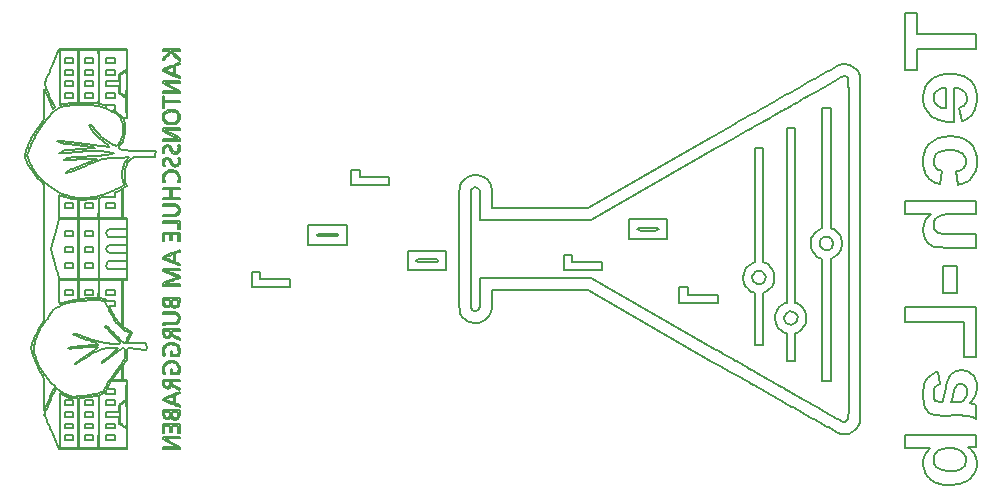
<source format=gbr>
G04 #@! TF.GenerationSoftware,KiCad,Pcbnew,5.1.4+dfsg1-1*
G04 #@! TF.CreationDate,2020-01-11T23:19:06+01:00*
G04 #@! TF.ProjectId,wbplotter,7762706c-6f74-4746-9572-2e6b69636164,rev?*
G04 #@! TF.SameCoordinates,Original*
G04 #@! TF.FileFunction,Legend,Bot*
G04 #@! TF.FilePolarity,Positive*
%FSLAX46Y46*%
G04 Gerber Fmt 4.6, Leading zero omitted, Abs format (unit mm)*
G04 Created by KiCad (PCBNEW 5.1.4+dfsg1-1) date 2020-01-11 23:19:06*
%MOMM*%
%LPD*%
G04 APERTURE LIST*
%ADD10C,0.200000*%
G04 APERTURE END LIST*
D10*
X122392255Y-134038106D02*
X122319322Y-134166406D01*
X122319322Y-134166406D02*
X122217953Y-134269984D01*
X122217953Y-134269984D02*
X122090668Y-134343875D01*
X122090668Y-134343875D02*
X121929201Y-134383121D01*
X121929201Y-134383121D02*
X121743289Y-134368447D01*
X121743289Y-134368447D02*
X121600764Y-134310443D01*
X121600764Y-134310443D02*
X121487900Y-134222933D01*
X121487900Y-134222933D02*
X121400928Y-134108993D01*
X121400928Y-134108993D02*
X121364703Y-134035990D01*
X69326918Y-135231142D02*
X69248556Y-135352983D01*
X69248556Y-135352983D02*
X69109215Y-135414031D01*
X69109215Y-135414031D02*
X68966149Y-135388177D01*
X70137199Y-134770886D02*
X69434721Y-134770894D01*
X70137199Y-134842567D02*
X70137199Y-134770886D01*
X70137199Y-134914248D02*
X70137199Y-134842567D01*
X120383451Y-129823554D02*
X120311315Y-129694384D01*
X120311315Y-129694384D02*
X120225999Y-129577732D01*
X120225999Y-129577732D02*
X120132258Y-129471025D01*
X120132258Y-129471025D02*
X120029897Y-129371782D01*
X120029897Y-129371782D02*
X119919266Y-129281614D01*
X119919266Y-129281614D02*
X119795731Y-129202676D01*
X119795731Y-129202676D02*
X119682593Y-129156862D01*
X104964188Y-125523921D02*
X115574871Y-119460532D01*
X70146002Y-116663815D02*
X70092821Y-116516407D01*
X70092821Y-116516407D02*
X70008979Y-116400142D01*
X70008979Y-116400142D02*
X69896365Y-116310748D01*
X69896365Y-116310748D02*
X69759187Y-116247791D01*
X69759187Y-116247791D02*
X69597241Y-116208899D01*
X69597241Y-116208899D02*
X69491038Y-116197077D01*
X79478756Y-130515704D02*
X78215773Y-130515704D01*
X69987043Y-142128697D02*
X69904189Y-142246300D01*
X69904189Y-142246300D02*
X69762535Y-142305134D01*
X69762535Y-142305134D02*
X69692887Y-142303105D01*
X70140525Y-141623766D02*
X69436373Y-141623766D01*
X70134001Y-141863902D02*
X70140525Y-141623766D01*
X69994425Y-142341859D02*
X70080736Y-142227891D01*
X70080736Y-142227891D02*
X70121975Y-142065549D01*
X70121975Y-142065549D02*
X70133641Y-141876560D01*
X70133641Y-141876560D02*
X70134001Y-141863902D01*
X69423323Y-142223217D02*
X69502214Y-142344345D01*
X69502214Y-142344345D02*
X69627497Y-142421441D01*
X69627497Y-142421441D02*
X69813673Y-142435862D01*
X69813673Y-142435862D02*
X69954307Y-142375654D01*
X69954307Y-142375654D02*
X69994425Y-142341859D01*
X119533342Y-131671442D02*
X119682593Y-131633984D01*
X119533342Y-124254419D02*
X119533342Y-119389436D01*
X69957108Y-130368067D02*
X69815735Y-130429980D01*
X69815735Y-130429980D02*
X69667726Y-130492688D01*
X69667726Y-130492688D02*
X69520310Y-130554660D01*
X69520310Y-130554660D02*
X69379039Y-130613739D01*
X69379039Y-130613739D02*
X69344178Y-130628280D01*
X64975316Y-119458085D02*
X65026599Y-119308499D01*
X65026599Y-119308499D02*
X65104640Y-119184551D01*
X65104640Y-119184551D02*
X65154466Y-119110266D01*
X65606862Y-119608937D02*
X65428570Y-119584279D01*
X65428570Y-119584279D02*
X65254740Y-119556811D01*
X65254740Y-119556811D02*
X65089448Y-119521183D01*
X65089448Y-119521183D02*
X64975316Y-119458085D01*
X68014213Y-119680385D02*
X67825097Y-119692704D01*
X67825097Y-119692704D02*
X67628807Y-119701387D01*
X67628807Y-119701387D02*
X67431786Y-119706460D01*
X67431786Y-119706460D02*
X67225126Y-119708267D01*
X67225126Y-119708267D02*
X67022317Y-119706808D01*
X67022317Y-119706808D02*
X66826265Y-119702496D01*
X66826265Y-119702496D02*
X66623313Y-119695083D01*
X66623313Y-119695083D02*
X66429156Y-119685177D01*
X66429156Y-119685177D02*
X66240914Y-119672853D01*
X66240914Y-119672853D02*
X66054562Y-119657874D01*
X66054562Y-119657874D02*
X65863298Y-119639376D01*
X65863298Y-119639376D02*
X65683609Y-119618787D01*
X65683609Y-119618787D02*
X65606862Y-119608937D01*
X69434465Y-143874622D02*
X69434721Y-143874614D01*
X70136957Y-143874622D02*
X69434465Y-143874622D01*
X63470992Y-140123395D02*
X63317470Y-140170376D01*
X63317470Y-140170376D02*
X63156494Y-140214026D01*
X63156494Y-140214026D02*
X62994563Y-140254108D01*
X62994563Y-140254108D02*
X62829856Y-140291688D01*
X62829856Y-140291688D02*
X62660431Y-140327196D01*
X62660431Y-140327196D02*
X62490249Y-140359414D01*
X62490249Y-140359414D02*
X62389855Y-140376510D01*
X63621802Y-140073371D02*
X63470992Y-140123395D01*
X63690064Y-139939524D02*
X63621802Y-140073371D01*
X64179405Y-139121475D02*
X64099961Y-139244561D01*
X64099961Y-139244561D02*
X64020582Y-139371056D01*
X64020582Y-139371056D02*
X63944270Y-139495578D01*
X63944270Y-139495578D02*
X63868849Y-139621538D01*
X63868849Y-139621538D02*
X63794542Y-139749087D01*
X63794542Y-139749087D02*
X63722028Y-139878871D01*
X63722028Y-139878871D02*
X63690064Y-139939524D01*
X65233559Y-137652349D02*
X65144889Y-137764744D01*
X65144889Y-137764744D02*
X65056968Y-137880745D01*
X65056968Y-137880745D02*
X64971493Y-137995763D01*
X64971493Y-137995763D02*
X64884710Y-138114106D01*
X64884710Y-138114106D02*
X64800118Y-138230656D01*
X64800118Y-138230656D02*
X64715713Y-138347993D01*
X64715713Y-138347993D02*
X64628784Y-138469855D01*
X64628784Y-138469855D02*
X64543783Y-138590033D01*
X64543783Y-138590033D02*
X64458635Y-138711508D01*
X64458635Y-138711508D02*
X64374064Y-138833423D01*
X64374064Y-138833423D02*
X64292412Y-138952650D01*
X64292412Y-138952650D02*
X64211330Y-139073155D01*
X64211330Y-139073155D02*
X64179405Y-139121475D01*
X94784902Y-127989744D02*
X94784904Y-127714761D01*
X94784904Y-127714761D02*
X94784918Y-127474608D01*
X94784918Y-127474608D02*
X94784947Y-127266496D01*
X94784947Y-127266496D02*
X94784987Y-127066482D01*
X94784987Y-127066482D02*
X94785045Y-126860920D01*
X94785045Y-126860920D02*
X94785129Y-126653780D01*
X94785129Y-126653780D02*
X94785244Y-126448638D01*
X94785244Y-126448638D02*
X94785397Y-126243335D01*
X94785397Y-126243335D02*
X94785600Y-126032384D01*
X94785600Y-126032384D02*
X94785850Y-125831922D01*
X94785850Y-125831922D02*
X94786188Y-125620843D01*
X94786188Y-125620843D02*
X94786613Y-125412805D01*
X94786613Y-125412805D02*
X94787160Y-125203626D01*
X94787160Y-125203626D02*
X94787841Y-124997112D01*
X94787841Y-124997112D02*
X94788697Y-124792946D01*
X94788697Y-124792946D02*
X94789804Y-124586318D01*
X94789804Y-124586318D02*
X94791209Y-124382161D01*
X94791209Y-124382161D02*
X94793038Y-124177952D01*
X94793038Y-124177952D02*
X94795420Y-123977074D01*
X94795420Y-123977074D02*
X94798596Y-123779136D01*
X94798596Y-123779136D02*
X94803044Y-123581776D01*
X94803044Y-123581776D02*
X94809710Y-123384375D01*
X94809710Y-123384375D02*
X94820573Y-123192582D01*
X94820573Y-123192582D02*
X94842193Y-123013614D01*
X94842193Y-123013614D02*
X94899472Y-122883987D01*
X65664465Y-136874530D02*
X65642717Y-136694324D01*
X65642717Y-136694324D02*
X65640228Y-136496668D01*
X65640228Y-136496668D02*
X65663592Y-136420230D01*
X65659385Y-137362469D02*
X65690218Y-137192563D01*
X65690218Y-137192563D02*
X65681104Y-136999048D01*
X65681104Y-136999048D02*
X65664465Y-136874530D01*
X65545665Y-137511210D02*
X65634925Y-137399802D01*
X65634925Y-137399802D02*
X65659385Y-137362469D01*
X65395575Y-137692762D02*
X65486762Y-137580211D01*
X65486762Y-137580211D02*
X65545665Y-137511210D01*
X65334646Y-137772325D02*
X65395575Y-137692762D01*
X57047090Y-119924447D02*
X57043965Y-120121435D01*
X57043965Y-120121435D02*
X57075798Y-120290666D01*
X57075798Y-120290666D02*
X57123328Y-120444388D01*
X57123328Y-120444388D02*
X57180575Y-120588873D01*
X57180575Y-120588873D02*
X57244455Y-120726258D01*
X57244455Y-120726258D02*
X57314045Y-120859415D01*
X57314045Y-120859415D02*
X57371267Y-120960199D01*
X57313075Y-119180299D02*
X57253099Y-119322582D01*
X57253099Y-119322582D02*
X57194226Y-119466869D01*
X57194226Y-119466869D02*
X57138554Y-119611545D01*
X57138554Y-119611545D02*
X57087430Y-119761393D01*
X57087430Y-119761393D02*
X57047540Y-119921841D01*
X57047540Y-119921841D02*
X57047090Y-119924447D01*
X57798027Y-118212583D02*
X57722942Y-118337613D01*
X57722942Y-118337613D02*
X57651199Y-118467464D01*
X57651199Y-118467464D02*
X57582336Y-118599834D01*
X57582336Y-118599834D02*
X57515572Y-118734589D01*
X57515572Y-118734589D02*
X57450009Y-118872752D01*
X57450009Y-118872752D02*
X57386479Y-119012139D01*
X57386479Y-119012139D02*
X57325426Y-119151435D01*
X57325426Y-119151435D02*
X57313075Y-119180299D01*
X58549277Y-117149421D02*
X58459224Y-117263379D01*
X58459224Y-117263379D02*
X58370799Y-117377745D01*
X58370799Y-117377745D02*
X58283624Y-117493742D01*
X58283624Y-117493742D02*
X58199177Y-117609928D01*
X58199177Y-117609928D02*
X58115546Y-117729078D01*
X58115546Y-117729078D02*
X58032903Y-117850729D01*
X58032903Y-117850729D02*
X57952122Y-117972919D01*
X57952122Y-117972919D02*
X57872214Y-118096319D01*
X57872214Y-118096319D02*
X57798027Y-118212583D01*
X58682484Y-116982299D02*
X58549277Y-117149421D01*
X68732230Y-111201587D02*
X69043929Y-111201587D01*
X68732230Y-111129904D02*
X68732230Y-111201587D01*
X68732230Y-111058220D02*
X68732230Y-111129904D01*
X119683300Y-130167639D02*
X119744018Y-130307506D01*
X119744018Y-130307506D02*
X119733571Y-130497292D01*
X119733571Y-130497292D02*
X119685945Y-130610013D01*
X58682704Y-115708598D02*
X58682484Y-116982299D01*
X58682920Y-114434899D02*
X58682704Y-115708598D01*
X70135890Y-144727683D02*
X69527727Y-144376438D01*
X70136552Y-144824455D02*
X70135890Y-144727683D01*
X70137213Y-144921226D02*
X70136552Y-144824455D01*
X69434721Y-144921226D02*
X70137213Y-144921226D01*
X68732230Y-144921226D02*
X69434721Y-144921226D01*
X70035535Y-116717354D02*
X70033898Y-116916106D01*
X70033898Y-116916106D02*
X70028352Y-116936735D01*
X69428068Y-116334245D02*
X69611703Y-116351172D01*
X69611703Y-116351172D02*
X69765387Y-116399580D01*
X69765387Y-116399580D02*
X69888642Y-116476810D01*
X69888642Y-116476810D02*
X69981457Y-116584661D01*
X69981457Y-116584661D02*
X70035535Y-116717354D01*
X65707397Y-141989442D02*
X65707397Y-139057617D01*
X65707397Y-144921266D02*
X65707397Y-141989442D01*
X67309783Y-135975237D02*
X66530114Y-135975237D01*
X67318432Y-136007498D02*
X67309783Y-135975237D01*
X67327301Y-136279889D02*
X67323956Y-136081927D01*
X67323956Y-136081927D02*
X67318432Y-136007498D01*
X69492033Y-136935731D02*
X69492033Y-136770861D01*
X69743278Y-136935731D02*
X69492033Y-136935731D01*
X69994525Y-136935731D02*
X69743278Y-136935731D01*
X70137214Y-112268104D02*
X70126461Y-112205750D01*
X70137214Y-112331067D02*
X70137214Y-112268104D01*
X69950837Y-112405857D02*
X70137214Y-112331067D01*
X124525132Y-139116011D02*
X124885984Y-139116011D01*
X124525132Y-116081623D02*
X124525132Y-121157107D01*
X68732230Y-125738854D02*
X69377377Y-125738854D01*
X68732230Y-125667170D02*
X68732230Y-125738854D01*
X68732230Y-125595487D02*
X68732230Y-125667170D01*
X121364703Y-134035990D02*
X121313101Y-133887129D01*
X121313101Y-133887129D02*
X121329311Y-133702215D01*
X121329311Y-133702215D02*
X121364703Y-133610667D01*
X65707216Y-111058241D02*
X62829154Y-111058771D01*
X65707216Y-113990066D02*
X65707216Y-111058241D01*
X65707216Y-116921895D02*
X65707216Y-113990066D01*
X65523590Y-116921895D02*
X65707216Y-116921895D01*
X65339960Y-116921895D02*
X65523590Y-116921895D01*
X119533342Y-129119405D02*
X119533342Y-124254419D01*
X81764153Y-126786903D02*
X81865383Y-126687764D01*
X81865383Y-126687764D02*
X82049951Y-126672232D01*
X82049951Y-126672232D02*
X82246079Y-126668041D01*
X82246079Y-126668041D02*
X82446956Y-126666839D01*
X82446956Y-126666839D02*
X82666282Y-126666620D01*
X82666282Y-126907188D02*
X82466012Y-126907011D01*
X82466012Y-126907011D02*
X82263772Y-126905942D01*
X82263772Y-126905942D02*
X82066435Y-126902153D01*
X82066435Y-126902153D02*
X81880085Y-126888458D01*
X81880085Y-126888458D02*
X81764581Y-126803879D01*
X81764581Y-126803879D02*
X81764153Y-126786903D01*
X68735191Y-130983361D02*
X68730987Y-131086387D01*
X68739395Y-130880335D02*
X68735191Y-130983361D01*
X69348743Y-130104018D02*
X69491031Y-130163388D01*
X69491031Y-130163388D02*
X69637743Y-130225335D01*
X69637743Y-130225335D02*
X69779175Y-130286015D01*
X69779175Y-130286015D02*
X69917815Y-130347569D01*
X69917815Y-130347569D02*
X69957108Y-130368067D01*
X68732230Y-129848124D02*
X69348743Y-130104018D01*
X69798243Y-134914248D02*
X70137199Y-134914248D01*
X69459280Y-134914248D02*
X69798243Y-134914248D01*
X69466989Y-135026741D02*
X69459280Y-134914248D01*
X69889888Y-135403579D02*
X69748312Y-135342804D01*
X69748312Y-135342804D02*
X69612151Y-135278007D01*
X69612151Y-135278007D02*
X69501804Y-135188317D01*
X69501804Y-135188317D02*
X69466989Y-135026741D01*
X69096331Y-134914258D02*
X69348695Y-134914258D01*
X68843969Y-134914258D02*
X69096331Y-134914258D01*
X68849509Y-135089883D02*
X68843969Y-134914258D01*
X68966149Y-135388177D02*
X68870032Y-135284221D01*
X68870032Y-135284221D02*
X68849949Y-135103138D01*
X68849949Y-135103138D02*
X68849509Y-135089883D01*
X119533342Y-136108910D02*
X119533342Y-133890175D01*
X94899472Y-122883987D02*
X95012761Y-122796683D01*
X95012761Y-122796683D02*
X95175783Y-122759238D01*
X95175783Y-122759238D02*
X95334877Y-122800321D01*
X95334877Y-122800321D02*
X95448181Y-122887701D01*
X95448181Y-122887701D02*
X95472171Y-122915855D01*
X119685861Y-130610014D02*
X119612929Y-130738314D01*
X119612929Y-130738314D02*
X119511561Y-130841893D01*
X119511561Y-130841893D02*
X119384276Y-130915789D01*
X119384276Y-130915789D02*
X119222809Y-130955045D01*
X119222809Y-130955045D02*
X119037194Y-130940470D01*
X119037194Y-130940470D02*
X118894372Y-130882423D01*
X118894372Y-130882423D02*
X118781507Y-130794951D01*
X118781507Y-130794951D02*
X118694534Y-130681056D01*
X118694534Y-130681056D02*
X118658309Y-130608083D01*
X125399440Y-127723201D02*
X125399355Y-127723202D01*
X68861702Y-142099334D02*
X68847064Y-141912121D01*
X68847064Y-141912121D02*
X68847010Y-141899750D01*
X69223600Y-142220642D02*
X69064672Y-142262149D01*
X69064672Y-142262149D02*
X68924182Y-142201772D01*
X68924182Y-142201772D02*
X68861702Y-142099334D01*
X69954392Y-140138878D02*
X69954419Y-140138878D01*
X70137185Y-140063394D02*
X69954392Y-140138878D01*
X70137087Y-140130336D02*
X70137185Y-140063394D01*
X70136995Y-140197279D02*
X70137087Y-140130336D01*
X127632897Y-142910536D02*
X127772800Y-142645471D01*
X59041122Y-115258150D02*
X58682920Y-114434899D01*
X59406898Y-116088976D02*
X59343138Y-115947859D01*
X59343138Y-115947859D02*
X59280357Y-115805507D01*
X59280357Y-115805507D02*
X59216254Y-115659415D01*
X59216254Y-115659415D02*
X59151894Y-115512265D01*
X59151894Y-115512265D02*
X59091113Y-115372955D01*
X59091113Y-115372955D02*
X59041122Y-115258150D01*
X69767974Y-128708415D02*
X69771654Y-128344727D01*
X69764296Y-129072101D02*
X69767974Y-128708415D01*
X69947177Y-129144338D02*
X69764296Y-129072101D01*
X70130063Y-129216572D02*
X69947177Y-129144338D01*
X111414168Y-126305767D02*
X111414168Y-125463779D01*
X68732230Y-123710230D02*
X68732230Y-123774746D01*
X68732230Y-123645714D02*
X68732230Y-123710230D01*
X69040467Y-123645714D02*
X68732230Y-123645714D01*
X126058753Y-112371138D02*
X125919964Y-112435683D01*
X125919964Y-112435683D02*
X125785982Y-112505357D01*
X125785982Y-112505357D02*
X125652448Y-112576510D01*
X125652448Y-112576510D02*
X125515406Y-112650486D01*
X125515406Y-112650486D02*
X125380844Y-112723728D01*
X125380844Y-112723728D02*
X125246658Y-112797195D01*
X125246658Y-112797195D02*
X125116581Y-112868722D01*
X125116581Y-112868722D02*
X124987261Y-112940077D01*
X124987261Y-112940077D02*
X124849981Y-113016046D01*
X124849981Y-113016046D02*
X124719664Y-113088336D01*
X124719664Y-113088336D02*
X124582978Y-113164319D01*
X124582978Y-113164319D02*
X124439963Y-113243972D01*
X124439963Y-113243972D02*
X124307555Y-113317839D01*
X124307555Y-113317839D02*
X124170197Y-113394572D01*
X124170197Y-113394572D02*
X124027922Y-113474161D01*
X124027922Y-113474161D02*
X123899415Y-113546127D01*
X123899415Y-113546127D02*
X123767180Y-113620259D01*
X123767180Y-113620259D02*
X123631235Y-113696543D01*
X123631235Y-113696543D02*
X123491595Y-113774970D01*
X123491595Y-113774970D02*
X123348282Y-113855531D01*
X123348282Y-113855531D02*
X123201311Y-113938214D01*
X123201311Y-113938214D02*
X123072439Y-114010770D01*
X123072439Y-114010770D02*
X122940901Y-114084867D01*
X122940901Y-114084867D02*
X122806713Y-114160507D01*
X122806713Y-114160507D02*
X122669885Y-114237680D01*
X122669885Y-114237680D02*
X122530426Y-114316380D01*
X122530426Y-114316380D02*
X122388349Y-114396602D01*
X122388349Y-114396602D02*
X122243667Y-114478337D01*
X122243667Y-114478337D02*
X122096388Y-114561581D01*
X122096388Y-114561581D02*
X121946524Y-114646329D01*
X121946524Y-114646329D02*
X121794086Y-114732569D01*
X121794086Y-114732569D02*
X121652110Y-114812929D01*
X121652110Y-114812929D02*
X121507973Y-114894545D01*
X121507973Y-114894545D02*
X121375091Y-114969814D01*
X121375091Y-114969814D02*
X121240451Y-115046105D01*
X121240451Y-115046105D02*
X121104060Y-115123417D01*
X121104060Y-115123417D02*
X120965923Y-115201743D01*
X120965923Y-115201743D02*
X120826046Y-115281081D01*
X120826046Y-115281081D02*
X120684437Y-115361428D01*
X120684437Y-115361428D02*
X120555521Y-115434595D01*
X120555521Y-115434595D02*
X120425194Y-115508581D01*
X120425194Y-115508581D02*
X120278766Y-115591731D01*
X120278766Y-115591731D02*
X120130632Y-115675875D01*
X120130632Y-115675875D02*
X119980796Y-115761011D01*
X119980796Y-115761011D02*
X119852098Y-115834151D01*
X119852098Y-115834151D02*
X119706824Y-115916739D01*
X119706824Y-115916739D02*
X119552254Y-116004627D01*
X119552254Y-116004627D02*
X119396010Y-116093492D01*
X119396010Y-116093492D02*
X119222222Y-116192365D01*
X119222222Y-116192365D02*
X119094558Y-116265012D01*
X119094558Y-116265012D02*
X118965833Y-116338277D01*
X118965833Y-116338277D02*
X118819745Y-116421441D01*
X118819745Y-116421441D02*
X118688777Y-116496016D01*
X118688777Y-116496016D02*
X118556756Y-116571200D01*
X118556756Y-116571200D02*
X118390258Y-116666041D01*
X118390258Y-116666041D02*
X118255885Y-116742597D01*
X118255885Y-116742597D02*
X118120474Y-116819761D01*
X118120474Y-116819761D02*
X117966903Y-116907288D01*
X117966903Y-116907288D02*
X117812007Y-116995587D01*
X117812007Y-116995587D02*
X117673236Y-117074709D01*
X117673236Y-117074709D02*
X117498331Y-117174452D01*
X117498331Y-117174452D02*
X117339558Y-117265014D01*
X117339558Y-117265014D02*
X117179480Y-117356336D01*
X117179480Y-117356336D02*
X117000118Y-117458679D01*
X117000118Y-117458679D02*
X116837351Y-117551570D01*
X116837351Y-117551570D02*
X116691593Y-117634770D01*
X116691593Y-117634770D02*
X116563223Y-117708054D01*
X116563223Y-117708054D02*
X116415586Y-117792350D01*
X116415586Y-117792350D02*
X116248310Y-117887874D01*
X116248310Y-117887874D02*
X116098558Y-117973405D01*
X116098558Y-117973405D02*
X115966704Y-118048723D01*
X115966704Y-118048723D02*
X115815099Y-118135336D01*
X115815099Y-118135336D02*
X115643374Y-118233459D01*
X115643374Y-118233459D02*
X115508937Y-118310286D01*
X115508937Y-118310286D02*
X115335011Y-118409696D01*
X115335011Y-118409696D02*
X115218361Y-118476380D01*
X63232910Y-136257244D02*
X63141204Y-136366110D01*
X63141204Y-136366110D02*
X63026255Y-136454383D01*
X63026255Y-136454383D02*
X62908242Y-136538629D01*
X62908242Y-136538629D02*
X62788646Y-136620600D01*
X62788646Y-136620600D02*
X62664214Y-136703489D01*
X62664214Y-136703489D02*
X62540735Y-136783955D01*
X62540735Y-136783955D02*
X62414779Y-136864568D01*
X62414779Y-136864568D02*
X62286366Y-136945472D01*
X62286366Y-136945472D02*
X62161928Y-137022798D01*
X62161928Y-137022798D02*
X62158920Y-137024657D01*
X61814843Y-136333613D02*
X62000185Y-136316329D01*
X62000185Y-136316329D02*
X62187534Y-136300308D01*
X62187534Y-136300308D02*
X62375173Y-136285697D01*
X62375173Y-136285697D02*
X62562232Y-136272653D01*
X62562232Y-136272653D02*
X62755157Y-136261081D01*
X62755157Y-136261081D02*
X62948359Y-136252175D01*
X62948359Y-136252175D02*
X63145508Y-136248849D01*
X63145508Y-136248849D02*
X63232910Y-136257244D01*
X60701712Y-136382474D02*
X60882036Y-136402642D01*
X60882036Y-136402642D02*
X61079289Y-136395487D01*
X61079289Y-136395487D02*
X61267672Y-136382562D01*
X61267672Y-136382562D02*
X61455799Y-136366998D01*
X61455799Y-136366998D02*
X61642655Y-136350054D01*
X61642655Y-136350054D02*
X61814843Y-136333613D01*
X60663001Y-136355420D02*
X60701712Y-136382474D01*
X125246836Y-133950318D02*
X125246836Y-128784631D01*
X69764463Y-112480644D02*
X69950837Y-112405857D01*
X69764463Y-112842165D02*
X69764463Y-112480644D01*
X69764463Y-113203682D02*
X69764463Y-112842165D01*
X68732230Y-132147293D02*
X68732230Y-132381568D01*
X69434721Y-132147293D02*
X68732230Y-132147293D01*
X69434779Y-129638391D02*
X69434721Y-129638397D01*
X70137271Y-129638391D02*
X69434779Y-129638391D01*
X65334646Y-138414971D02*
X65334646Y-137772325D01*
X65334646Y-139057617D02*
X65334646Y-138414971D01*
X65521018Y-139057617D02*
X65334646Y-139057617D01*
X65707397Y-139057617D02*
X65521018Y-139057617D01*
X59542299Y-139791561D02*
X59599766Y-139852489D01*
X70076265Y-135632380D02*
X70137194Y-135658732D01*
X119685945Y-130610013D02*
X119685861Y-130610014D01*
X69345805Y-132440318D02*
X69322090Y-132617226D01*
X69322090Y-132617226D02*
X69303658Y-132658949D01*
X69352462Y-132290667D02*
X69345805Y-132440318D01*
X69099692Y-132290667D02*
X69352462Y-132290667D01*
X68846923Y-132290667D02*
X69099692Y-132290667D01*
X124885984Y-139116011D02*
X125246836Y-139116011D01*
X70156671Y-120427180D02*
X70156701Y-120427158D01*
X70127924Y-120756800D02*
X70156858Y-120585500D01*
X70156858Y-120585500D02*
X70156671Y-120427180D01*
X69406048Y-143487526D02*
X69463395Y-143487526D01*
X69348704Y-143487526D02*
X69406048Y-143487526D01*
X69348704Y-143222299D02*
X69348704Y-143487526D01*
X69348704Y-142957073D02*
X69348704Y-143222299D01*
X69097811Y-142957073D02*
X69348704Y-142957073D01*
X104678678Y-124501507D02*
X100648955Y-124501507D01*
X68710904Y-120685217D02*
X68723887Y-120872446D01*
X68723887Y-120872446D02*
X68729584Y-120895656D01*
X68743609Y-120455831D02*
X68711300Y-120624703D01*
X68711300Y-120624703D02*
X68710904Y-120685217D01*
X69344178Y-130628280D02*
X68739395Y-130880335D01*
X94899472Y-133095496D02*
X94839967Y-132954145D01*
X94839967Y-132954145D02*
X94819496Y-132772530D01*
X94819496Y-132772530D02*
X94809106Y-132580742D01*
X94809106Y-132580742D02*
X94802743Y-132386632D01*
X94802743Y-132386632D02*
X94798278Y-132183396D01*
X94798278Y-132183396D02*
X94795170Y-131984115D01*
X94795170Y-131984115D02*
X94792868Y-131785071D01*
X94792868Y-131785071D02*
X94791111Y-131585178D01*
X94791111Y-131585178D02*
X94789740Y-131383218D01*
X94789740Y-131383218D02*
X94788645Y-131175766D01*
X94788645Y-131175766D02*
X94787803Y-130972736D01*
X94787803Y-130972736D02*
X94787110Y-130759411D01*
X94787110Y-130759411D02*
X94786587Y-130555776D01*
X94786587Y-130555776D02*
X94786154Y-130340204D01*
X94786154Y-130340204D02*
X94785828Y-130131803D01*
X94785828Y-130131803D02*
X94785569Y-129917894D01*
X94785569Y-129917894D02*
X94785362Y-129693619D01*
X94785362Y-129693619D02*
X94785210Y-129475432D01*
X94785210Y-129475432D02*
X94785096Y-129247834D01*
X94785096Y-129247834D02*
X94785023Y-129046813D01*
X94785023Y-129046813D02*
X94784969Y-128826267D01*
X94784969Y-128826267D02*
X94784930Y-128597640D01*
X94784930Y-128597640D02*
X94784909Y-128347396D01*
X94784909Y-128347396D02*
X94784902Y-127989744D01*
X70137213Y-118620523D02*
X69535044Y-118271574D01*
X70137213Y-118710264D02*
X70137213Y-118620523D01*
X70137213Y-118800003D02*
X70137213Y-118710264D01*
X68732230Y-135012014D02*
X68737198Y-135207515D01*
X68737198Y-135207515D02*
X68770889Y-135373887D01*
X68770889Y-135373887D02*
X68830139Y-135456596D01*
X68732230Y-134770894D02*
X68732230Y-135012014D01*
X69434721Y-134770894D02*
X68732230Y-134770894D01*
X69303658Y-132658949D02*
X69303659Y-132658949D01*
X68871992Y-112850849D02*
X69009740Y-112787240D01*
X69009740Y-112787240D02*
X69151972Y-112728008D01*
X69151972Y-112728008D02*
X69297466Y-112668958D01*
X69297466Y-112668958D02*
X69445635Y-112610126D01*
X69445635Y-112610126D02*
X69592426Y-112553396D01*
X69592426Y-112553396D02*
X69624678Y-112541231D01*
X69640134Y-113151355D02*
X69493141Y-113097274D01*
X69493141Y-113097274D02*
X69345129Y-113040125D01*
X69345129Y-113040125D02*
X69197923Y-112982603D01*
X69197923Y-112982603D02*
X69048867Y-112923706D01*
X69048867Y-112923706D02*
X68904978Y-112865553D01*
X68904978Y-112865553D02*
X68871992Y-112850849D01*
X70126461Y-112205750D02*
X70126461Y-112205750D01*
X69304544Y-142120045D02*
X69223600Y-142220642D01*
X69987028Y-142128697D02*
X69987043Y-142128697D01*
X70137213Y-143179289D02*
X70137213Y-142828044D01*
X70137213Y-143530536D02*
X70137213Y-143179289D01*
X70079865Y-143530536D02*
X70137213Y-143530536D01*
X70022522Y-143530536D02*
X70079865Y-143530536D01*
X70022522Y-143243802D02*
X70022522Y-143530536D01*
X125399355Y-127723202D02*
X125326423Y-127851501D01*
X125326423Y-127851501D02*
X125225056Y-127955080D01*
X125225056Y-127955080D02*
X125097771Y-128028976D01*
X125097771Y-128028976D02*
X124936304Y-128068232D01*
X124936304Y-128068232D02*
X124750690Y-128053657D01*
X124750690Y-128053657D02*
X124607868Y-127995610D01*
X124607868Y-127995610D02*
X124495004Y-127908139D01*
X124495004Y-127908139D02*
X124408031Y-127794243D01*
X124408031Y-127794243D02*
X124371806Y-127721270D01*
X70137213Y-126935953D02*
X70137213Y-126584708D01*
X70137213Y-127287201D02*
X70137213Y-126935953D01*
X70079865Y-127287201D02*
X70137213Y-127287201D01*
X70022522Y-127287201D02*
X70079865Y-127287201D01*
X96619235Y-123792910D02*
X96617105Y-123594025D01*
X96617105Y-123594025D02*
X96610021Y-123399210D01*
X96610021Y-123399210D02*
X96596893Y-123211122D01*
X96596893Y-123211122D02*
X96576544Y-123031332D01*
X96576544Y-123031332D02*
X96547355Y-122859472D01*
X96547355Y-122859472D02*
X96507965Y-122698000D01*
X96507965Y-122698000D02*
X96457040Y-122548359D01*
X96457040Y-122548359D02*
X96393567Y-122411736D01*
X96393567Y-122411736D02*
X96316602Y-122288198D01*
X96316602Y-122288198D02*
X96226009Y-122177927D01*
X96226009Y-122177927D02*
X96122620Y-122080706D01*
X96122620Y-122080706D02*
X96007386Y-121995232D01*
X96007386Y-121995232D02*
X95878884Y-121918449D01*
X95878884Y-121918449D02*
X95820682Y-121888270D01*
X70137213Y-123774746D02*
X70137213Y-123710494D01*
X69434721Y-123774746D02*
X70137213Y-123774746D01*
X68732230Y-123774746D02*
X69434721Y-123774746D01*
X115684252Y-132199681D02*
X115684252Y-131838829D01*
X68747337Y-138491330D02*
X68825435Y-138529313D01*
X68785788Y-137798444D02*
X68732253Y-137945709D01*
X68732253Y-137945709D02*
X68705469Y-138119398D01*
X68705469Y-138119398D02*
X68710660Y-138317751D01*
X68710660Y-138317751D02*
X68745104Y-138484118D01*
X68745104Y-138484118D02*
X68747337Y-138491330D01*
X69067373Y-137525870D02*
X68948528Y-137607803D01*
X68948528Y-137607803D02*
X68848379Y-137708340D01*
X68848379Y-137708340D02*
X68785788Y-137798444D01*
X68732126Y-124319528D02*
X69224457Y-124319528D01*
X68732126Y-124254369D02*
X68732126Y-124319528D01*
X124525132Y-133950318D02*
X124525132Y-139116011D01*
X68732666Y-112011601D02*
X68784864Y-111954256D01*
X68732447Y-111918534D02*
X68732666Y-112011601D01*
X68732230Y-111825464D02*
X68732447Y-111918534D01*
X127772800Y-127989744D02*
X127772800Y-113334010D01*
X69954317Y-140269584D02*
X70136995Y-140197279D01*
X69771638Y-140341886D02*
X69954317Y-140269584D01*
X69771638Y-140706226D02*
X69771638Y-140341886D01*
X69771638Y-141070565D02*
X69771638Y-140706226D01*
X70041449Y-122032862D02*
X70027358Y-122219520D01*
X70027358Y-122219520D02*
X70017902Y-122254519D01*
X70010399Y-121794234D02*
X70040973Y-121964094D01*
X70040973Y-121964094D02*
X70041449Y-122032862D01*
X109790333Y-125463779D02*
X108166498Y-125463779D01*
X69061862Y-120233613D02*
X68901211Y-120273299D01*
X68901211Y-120273299D02*
X68795393Y-120367667D01*
X68795393Y-120367667D02*
X68743609Y-120455831D01*
X69458635Y-120577691D02*
X69382114Y-120450428D01*
X69382114Y-120450428D02*
X69296674Y-120335793D01*
X69296674Y-120335793D02*
X69179428Y-120251497D01*
X69179428Y-120251497D02*
X69061862Y-120233613D01*
X68732150Y-134226114D02*
X68732150Y-134298882D01*
X69238542Y-134226114D02*
X68732150Y-134226114D01*
X69925182Y-134139709D02*
X69792877Y-134207409D01*
X69792877Y-134207409D02*
X69608649Y-134223191D01*
X69608649Y-134223191D02*
X69410754Y-134225844D01*
X69410754Y-134225844D02*
X69238542Y-134226114D01*
X68879592Y-137892710D02*
X68957736Y-137770429D01*
X68957736Y-137770429D02*
X69066013Y-137678479D01*
X69066013Y-137678479D02*
X69125962Y-137646301D01*
X68825427Y-138002332D02*
X68879592Y-137892710D01*
X68826300Y-138182251D02*
X68825427Y-138002332D01*
X69954604Y-132912613D02*
X70052266Y-132809554D01*
X70052266Y-132809554D02*
X70108652Y-132665363D01*
X70108652Y-132665363D02*
X70132786Y-132486982D01*
X70132786Y-132486982D02*
X70136952Y-132344420D01*
X69779083Y-132961505D02*
X69940498Y-132922186D01*
X69940498Y-132922186D02*
X69954604Y-132912613D01*
X69425421Y-132751275D02*
X69498909Y-132877957D01*
X69498909Y-132877957D02*
X69627059Y-132950463D01*
X69627059Y-132950463D02*
X69779083Y-132961505D01*
X69400423Y-132680859D02*
X69425421Y-132751275D01*
X69459866Y-132276322D02*
X69742999Y-132276322D01*
X69465909Y-132445893D02*
X69459866Y-132276322D01*
X69511246Y-132695776D02*
X69470255Y-132535985D01*
X69470255Y-132535985D02*
X69465909Y-132445893D01*
X69743902Y-132835212D02*
X69586631Y-132790885D01*
X69586631Y-132790885D02*
X69511246Y-132695776D01*
X125098437Y-126994343D02*
X125226734Y-127067097D01*
X125226734Y-127067097D02*
X125328426Y-127166085D01*
X125328426Y-127166085D02*
X125396794Y-127280824D01*
X70151597Y-133728181D02*
X70097817Y-133581921D01*
X70097817Y-133581921D02*
X70010425Y-133468275D01*
X70010425Y-133468275D02*
X69890881Y-133387796D01*
X69890881Y-133387796D02*
X69870568Y-133379174D01*
X70145036Y-124556105D02*
X70145027Y-124556087D01*
X70000801Y-125090839D02*
X70090452Y-124980228D01*
X70090452Y-124980228D02*
X70147078Y-124836641D01*
X70147078Y-124836641D02*
X70160918Y-124650414D01*
X70160918Y-124650414D02*
X70145036Y-124556105D01*
X69470560Y-122921748D02*
X69803886Y-122917911D01*
X69470560Y-123280158D02*
X69470560Y-122921748D01*
X69470560Y-123638573D02*
X69470560Y-123280158D01*
X69456183Y-119494682D02*
X69380167Y-119368450D01*
X69380167Y-119368450D02*
X69291110Y-119256364D01*
X69291110Y-119256364D02*
X69175218Y-119172153D01*
X69175218Y-119172153D02*
X68997242Y-119158410D01*
X69722709Y-119796307D02*
X69603502Y-119714405D01*
X69603502Y-119714405D02*
X69518144Y-119599757D01*
X69518144Y-119599757D02*
X69456183Y-119494682D01*
X117852006Y-130395420D02*
X117864475Y-130583609D01*
X117864475Y-130583609D02*
X117894142Y-130754552D01*
X117894142Y-130754552D02*
X117938954Y-130911429D01*
X117938954Y-130911429D02*
X117961532Y-130967288D01*
X104257269Y-129794000D02*
X105881101Y-129794000D01*
X102633433Y-129794000D02*
X104257269Y-129794000D01*
X70136957Y-143946152D02*
X70136957Y-143874622D01*
X70136957Y-144017679D02*
X70136957Y-143946152D01*
X69528259Y-144021436D02*
X70136957Y-144017679D01*
X68919561Y-144025193D02*
X69528259Y-144021436D01*
X69527727Y-144376438D02*
X68919561Y-144025193D01*
X110692464Y-126305767D02*
X110590932Y-126404952D01*
X110590932Y-126404952D02*
X110404594Y-126420508D01*
X110404594Y-126420508D02*
X110208445Y-126424645D01*
X110208445Y-126424645D02*
X110007556Y-126425834D01*
X110007556Y-126425834D02*
X109790963Y-126426051D01*
X109790963Y-126426051D02*
X109790333Y-126426052D01*
X109790333Y-126185483D02*
X109991393Y-126185654D01*
X109991393Y-126185654D02*
X110192838Y-126186723D01*
X110192838Y-126186723D02*
X110389102Y-126190472D01*
X110389102Y-126190472D02*
X110575714Y-126204083D01*
X110575714Y-126204083D02*
X110691983Y-126288023D01*
X110691983Y-126288023D02*
X110692464Y-126305767D01*
X68846914Y-141752801D02*
X69099681Y-141752801D01*
X68847010Y-141899750D02*
X68846914Y-141752801D01*
X70136681Y-111975658D02*
X70136486Y-111882572D01*
X70136869Y-112068741D02*
X70136681Y-111975658D01*
X69766276Y-111698348D02*
X70136869Y-112068741D01*
X69640130Y-113151355D02*
X69640134Y-113151355D01*
X69649766Y-112841589D02*
X69647526Y-113039766D01*
X69647526Y-113039766D02*
X69640130Y-113151355D01*
X69624678Y-112541231D02*
X69649527Y-112718156D01*
X69649527Y-112718156D02*
X69649766Y-112841589D01*
X69463395Y-126978964D02*
X69463395Y-126713738D01*
X69463395Y-127244190D02*
X69463395Y-126978964D01*
X69406048Y-127244190D02*
X69463395Y-127244190D01*
X69348704Y-127244190D02*
X69406048Y-127244190D01*
X96619235Y-124501507D02*
X96619235Y-123792910D01*
X76231085Y-130575847D02*
X76231085Y-131237409D01*
X76231085Y-129914284D02*
X76231085Y-130575847D01*
X124885984Y-116081623D02*
X124525132Y-116081623D01*
X125246836Y-128784631D02*
X125396085Y-128747168D01*
X69527040Y-114240975D02*
X68918192Y-113889730D01*
X70135890Y-114592220D02*
X69527040Y-114240975D01*
X70136552Y-114688992D02*
X70135890Y-114592220D01*
X118811638Y-133890175D02*
X118811638Y-136108910D01*
X125246836Y-116081623D02*
X124885984Y-116081623D01*
X95820682Y-134091211D02*
X95951365Y-134019675D01*
X95951365Y-134019675D02*
X96073357Y-133937697D01*
X96073357Y-133937697D02*
X96182012Y-133845899D01*
X96182012Y-133845899D02*
X96278156Y-133741722D01*
X96278156Y-133741722D02*
X96360960Y-133624431D01*
X96360960Y-133624431D02*
X96430637Y-133493029D01*
X96430637Y-133493029D02*
X96486995Y-133349011D01*
X96486995Y-133349011D02*
X96531297Y-133192700D01*
X96531297Y-133192700D02*
X96564770Y-133025523D01*
X96564770Y-133025523D02*
X96588919Y-132848419D01*
X96588919Y-132848419D02*
X96605028Y-132664376D01*
X96605028Y-132664376D02*
X96614655Y-132472018D01*
X96614655Y-132472018D02*
X96618841Y-132274049D01*
X96618841Y-132274049D02*
X96619235Y-132186576D01*
X69965376Y-121498231D02*
X69851021Y-121408811D01*
X69851021Y-121408811D02*
X69709872Y-121345853D01*
X69709872Y-121345853D02*
X69540345Y-121313451D01*
X69540345Y-121313451D02*
X69434629Y-121308859D01*
X70150480Y-121853644D02*
X70101667Y-121702029D01*
X70101667Y-121702029D02*
X70029044Y-121574382D01*
X70029044Y-121574382D02*
X69965376Y-121498231D01*
X69434721Y-125595487D02*
X68732230Y-125595487D01*
X69434721Y-122785575D02*
X69434721Y-122785522D01*
X70137213Y-122785575D02*
X69434721Y-122785575D01*
X103355137Y-128771592D02*
X103355137Y-128470882D01*
X103355137Y-129072302D02*
X103355137Y-128771592D01*
X119682593Y-129156862D02*
X119533342Y-129119405D01*
X127772800Y-142645471D02*
X127772800Y-127989744D01*
X58759118Y-134135955D02*
X58854279Y-134030223D01*
X58854279Y-134030223D02*
X58945598Y-133919154D01*
X58945598Y-133919154D02*
X59028210Y-133798749D01*
X59028210Y-133798749D02*
X59101743Y-133670231D01*
X59101743Y-133670231D02*
X59171739Y-133535895D01*
X59171739Y-133535895D02*
X59178091Y-133523420D01*
X58463702Y-134522770D02*
X58542274Y-134399034D01*
X58542274Y-134399034D02*
X58628770Y-134284304D01*
X58628770Y-134284304D02*
X58722527Y-134176106D01*
X58722527Y-134176106D02*
X58759118Y-134135955D01*
X57864756Y-135894727D02*
X57917707Y-135744028D01*
X57917707Y-135744028D02*
X57973012Y-135591868D01*
X57973012Y-135591868D02*
X58029525Y-135442406D01*
X58029525Y-135442406D02*
X58086849Y-135297496D01*
X58086849Y-135297496D02*
X58146394Y-135154510D01*
X58146394Y-135154510D02*
X58207907Y-135015100D01*
X58207907Y-135015100D02*
X58272966Y-134876876D01*
X58272966Y-134876876D02*
X58340115Y-134743887D01*
X58340115Y-134743887D02*
X58411454Y-134612733D01*
X58411454Y-134612733D02*
X58463702Y-134522770D01*
X57761022Y-136194405D02*
X57864756Y-135894727D01*
X57768335Y-136360669D02*
X57761022Y-136194405D01*
X68744345Y-116574259D02*
X68711310Y-116742192D01*
X68711310Y-116742192D02*
X68716501Y-116937659D01*
X68716501Y-116937659D02*
X68744345Y-117054435D01*
X69491038Y-116197077D02*
X69296164Y-116202603D01*
X69296164Y-116202603D02*
X69132434Y-116239806D01*
X69132434Y-116239806D02*
X68993794Y-116301214D01*
X68993794Y-116301214D02*
X68877259Y-116385524D01*
X68877259Y-116385524D02*
X68785351Y-116494273D01*
X68785351Y-116494273D02*
X68744345Y-116574259D01*
X69745925Y-138466440D02*
X69492067Y-138470330D01*
X69999782Y-138462525D02*
X69745925Y-138466440D01*
X70020038Y-138398011D02*
X69999782Y-138462525D01*
X89462332Y-128952018D02*
X89462332Y-129794000D01*
X89462332Y-128110028D02*
X89462332Y-128952018D01*
X95596821Y-130455563D02*
X95596821Y-131680360D01*
X69971514Y-132686545D02*
X69971493Y-132686545D01*
X70019914Y-132439242D02*
X69999729Y-132620426D01*
X69999729Y-132620426D02*
X69971514Y-132686545D01*
X70026134Y-132276322D02*
X70019914Y-132439242D01*
X69742999Y-132276322D02*
X70026134Y-132276322D01*
X69386999Y-130728922D02*
X69538193Y-130667957D01*
X69538193Y-130667957D02*
X69682062Y-130609844D01*
X69682062Y-130609844D02*
X69831161Y-130549492D01*
X69831161Y-130549492D02*
X69974729Y-130491148D01*
X69974729Y-130491148D02*
X70018949Y-130473017D01*
X68873331Y-130935858D02*
X69386999Y-130728922D01*
X69505277Y-130939589D02*
X68873331Y-130935858D01*
X70137223Y-130943319D02*
X69505277Y-130939589D01*
X65707433Y-125366320D02*
X65521059Y-125366320D01*
X65707433Y-127989908D02*
X65707433Y-125366320D01*
X65707433Y-130613365D02*
X65707433Y-127989908D01*
X65521059Y-130613365D02*
X65707433Y-130613365D01*
X65334684Y-130613365D02*
X65521059Y-130613365D01*
X118658309Y-130608083D02*
X118606706Y-130459221D01*
X118606706Y-130459221D02*
X118622917Y-130274307D01*
X118622917Y-130274307D02*
X118658309Y-130182758D01*
X69034678Y-136013594D02*
X68919631Y-136099970D01*
X68919631Y-136099970D02*
X68826666Y-136207769D01*
X68826666Y-136207769D02*
X68755593Y-136337289D01*
X68755593Y-136337289D02*
X68716064Y-136469768D01*
X69653421Y-135945599D02*
X69477443Y-135920887D01*
X69477443Y-135920887D02*
X69287735Y-135931191D01*
X69287735Y-135931191D02*
X69126728Y-135971054D01*
X69126728Y-135971054D02*
X69034678Y-136013594D01*
X70022522Y-142957073D02*
X70022522Y-143243802D01*
X69742959Y-142957073D02*
X70022522Y-142957073D01*
X69463395Y-142957073D02*
X69742959Y-142957073D01*
X69463395Y-143222299D02*
X69463395Y-142957073D01*
X69463395Y-143487526D02*
X69463395Y-143222299D01*
X95472171Y-133063628D02*
X95367762Y-133159983D01*
X95367762Y-133159983D02*
X95223145Y-133216097D01*
X95223145Y-133216097D02*
X95042848Y-133196254D01*
X95042848Y-133196254D02*
X94921018Y-133117630D01*
X94921018Y-133117630D02*
X94899472Y-133095496D01*
X69395674Y-111327955D02*
X69766276Y-111698348D01*
X69116370Y-111612432D02*
X69395674Y-111327955D01*
X68784864Y-111954256D02*
X68884636Y-111849940D01*
X68884636Y-111849940D02*
X68987066Y-111744561D01*
X68987066Y-111744561D02*
X69089433Y-111639881D01*
X69089433Y-111639881D02*
X69116370Y-111612432D01*
X68806677Y-137001805D02*
X68869077Y-136993047D01*
X68739612Y-136933706D02*
X68806677Y-137001805D01*
X68716064Y-136469768D02*
X68707009Y-136661405D01*
X68707009Y-136661405D02*
X68721967Y-136847327D01*
X68721967Y-136847327D02*
X68739612Y-136933706D01*
X68732132Y-125081028D02*
X68732132Y-125145518D01*
X69244662Y-125076610D02*
X68732132Y-125081028D01*
X69832343Y-125038227D02*
X69664293Y-125070189D01*
X69664293Y-125070189D02*
X69466578Y-125074474D01*
X69466578Y-125074474D02*
X69262178Y-125076457D01*
X69262178Y-125076457D02*
X69244662Y-125076610D01*
X91086165Y-128110028D02*
X89462332Y-128110028D01*
X105881101Y-129072302D02*
X104618121Y-129072302D01*
X112436584Y-131237409D02*
X112436584Y-131898972D01*
X113158288Y-131838829D02*
X113158288Y-131538118D01*
X70137117Y-113882216D02*
X70137117Y-113810689D01*
X69527655Y-113885973D02*
X70137117Y-113882216D01*
X68918192Y-113889730D02*
X69527655Y-113885973D01*
X70041237Y-138175796D02*
X70027786Y-138363502D01*
X70027786Y-138363502D02*
X70020038Y-138398011D01*
X69936860Y-137798635D02*
X70008168Y-137927870D01*
X70008168Y-137927870D02*
X70039563Y-138097351D01*
X70039563Y-138097351D02*
X70041237Y-138175796D01*
X69125962Y-137646301D02*
X69277244Y-137596941D01*
X69277244Y-137596941D02*
X69463578Y-137582944D01*
X69463578Y-137582944D02*
X69637794Y-137609901D01*
X69637794Y-137609901D02*
X69783104Y-137667805D01*
X69783104Y-137667805D02*
X69899067Y-137754067D01*
X69899067Y-137754067D02*
X69936860Y-137798635D01*
X93906798Y-122528671D02*
X93856083Y-122678934D01*
X93856083Y-122678934D02*
X93833396Y-122857504D01*
X93833396Y-122857504D02*
X93821299Y-123049781D01*
X93821299Y-123049781D02*
X93813919Y-123243655D01*
X93813919Y-123243655D02*
X93808893Y-123439509D01*
X93808893Y-123439509D02*
X93805254Y-123637493D01*
X93805254Y-123637493D02*
X93802540Y-123835572D01*
X93802540Y-123835572D02*
X93800458Y-124034315D01*
X93800458Y-124034315D02*
X93798829Y-124233659D01*
X93798829Y-124233659D02*
X93797501Y-124440713D01*
X93797501Y-124440713D02*
X93796461Y-124645225D01*
X93796461Y-124645225D02*
X93795646Y-124845633D01*
X93795646Y-124845633D02*
X93794966Y-125054868D01*
X93794966Y-125054868D02*
X93794393Y-125275995D01*
X93794393Y-125275995D02*
X93793975Y-125478032D01*
X93793975Y-125478032D02*
X93793631Y-125687783D01*
X93793631Y-125687783D02*
X93793364Y-125890721D01*
X93793364Y-125890721D02*
X93793146Y-126099890D01*
X93793146Y-126099890D02*
X93792979Y-126309452D01*
X93792979Y-126309452D02*
X93792848Y-126515626D01*
X93792848Y-126515626D02*
X93792752Y-126723374D01*
X93792752Y-126723374D02*
X93792680Y-126925903D01*
X93792680Y-126925903D02*
X93792632Y-127128576D01*
X93792632Y-127128576D02*
X93792593Y-127354557D01*
X93792593Y-127354557D02*
X93792569Y-127616095D01*
X93792569Y-127616095D02*
X93792561Y-127989744D01*
X70150570Y-121853638D02*
X70150480Y-121853644D01*
X70129525Y-122267227D02*
X70155936Y-122092613D01*
X70155936Y-122092613D02*
X70155695Y-121892830D01*
X70155695Y-121892830D02*
X70150570Y-121853638D01*
X126096945Y-126936743D02*
X126096945Y-126936743D01*
X59476547Y-116032735D02*
X59406898Y-116088976D01*
X59538619Y-115968911D02*
X59476547Y-116032735D01*
X59327452Y-112494347D02*
X59259936Y-112649761D01*
X59259936Y-112649761D02*
X59194324Y-112800930D01*
X59194324Y-112800930D02*
X59123730Y-112963717D01*
X59123730Y-112963717D02*
X59053112Y-113126729D01*
X59053112Y-113126729D02*
X58983719Y-113287100D01*
X58983719Y-113287100D02*
X58921389Y-113431332D01*
X58921389Y-113431332D02*
X58859931Y-113573788D01*
X58859931Y-113573788D02*
X58799139Y-113715033D01*
X58799139Y-113715033D02*
X58738415Y-113856774D01*
X58738415Y-113856774D02*
X58692190Y-113967097D01*
X59951093Y-111059300D02*
X59327452Y-112494347D01*
X62829154Y-111058771D02*
X59951093Y-111059300D01*
X123089842Y-134395381D02*
X123141737Y-134245498D01*
X123141737Y-134245498D02*
X123176962Y-134080612D01*
X123176962Y-134080612D02*
X123197094Y-133900319D01*
X123197094Y-133900319D02*
X123199366Y-133823514D01*
X95596821Y-131680360D02*
X95596707Y-131880462D01*
X95596707Y-131880462D02*
X95596156Y-132086838D01*
X95596156Y-132086838D02*
X95594709Y-132286649D01*
X95594709Y-132286649D02*
X95591310Y-132485183D01*
X95591310Y-132485183D02*
X95583489Y-132677773D01*
X95583489Y-132677773D02*
X95563884Y-132858382D01*
X95563884Y-132858382D02*
X95511339Y-133008188D01*
X95511339Y-133008188D02*
X95472171Y-133063628D01*
X68732607Y-122288899D02*
X68792367Y-122335492D01*
X68708154Y-122075865D02*
X68726262Y-122258340D01*
X68726262Y-122258340D02*
X68732607Y-122288899D01*
X120558399Y-133823514D02*
X120570868Y-134011703D01*
X120570868Y-134011703D02*
X120600534Y-134182646D01*
X120600534Y-134182646D02*
X120645345Y-134339523D01*
X120645345Y-134339523D02*
X120667923Y-134395381D01*
X68846921Y-139319711D02*
X68846921Y-139157876D01*
X68879179Y-139545184D02*
X68847299Y-139376597D01*
X68847299Y-139376597D02*
X68846921Y-139319711D01*
X69082273Y-139662709D02*
X68930327Y-139614116D01*
X68930327Y-139614116D02*
X68879179Y-139545184D01*
X69334135Y-139460631D02*
X69263767Y-139590874D01*
X69263767Y-139590874D02*
X69130663Y-139659250D01*
X69130663Y-139659250D02*
X69082273Y-139662709D01*
X70137213Y-115509721D02*
X70137213Y-115445205D01*
X70137213Y-115574235D02*
X70137213Y-115509721D01*
X69492070Y-115574235D02*
X70137213Y-115574235D01*
X68724296Y-119438302D02*
X68706385Y-119622129D01*
X68706385Y-119622129D02*
X68725053Y-119803688D01*
X68725053Y-119803688D02*
X68731829Y-119826255D01*
X68997242Y-119158410D02*
X68858841Y-119220630D01*
X68858841Y-119220630D02*
X68767846Y-119329648D01*
X68767846Y-119329648D02*
X68724296Y-119438302D01*
X108166498Y-127147756D02*
X109790333Y-127147756D01*
X84650969Y-121253839D02*
X84650969Y-121915403D01*
X85011823Y-121253839D02*
X84650969Y-121253839D01*
X119172490Y-136108910D02*
X119533342Y-136108910D01*
X108888204Y-126305767D02*
X108989434Y-126206628D01*
X108989434Y-126206628D02*
X109174002Y-126191096D01*
X109174002Y-126191096D02*
X109370130Y-126186904D01*
X109370130Y-126186904D02*
X109571007Y-126185702D01*
X109571007Y-126185702D02*
X109790333Y-126185483D01*
X109790333Y-126426052D02*
X109590063Y-126425875D01*
X109590063Y-126425875D02*
X109387823Y-126424806D01*
X109387823Y-126424806D02*
X109190486Y-126421017D01*
X109190486Y-126421017D02*
X109004136Y-126407322D01*
X109004136Y-126407322D02*
X108888632Y-126322743D01*
X108888632Y-126322743D02*
X108888204Y-126305767D01*
X83568413Y-126786903D02*
X83466879Y-126886088D01*
X83466879Y-126886088D02*
X83280541Y-126901644D01*
X83280541Y-126901644D02*
X83084392Y-126905781D01*
X83084392Y-126905781D02*
X82883504Y-126906970D01*
X82883504Y-126906970D02*
X82666912Y-126907187D01*
X82666912Y-126907187D02*
X82666282Y-126907188D01*
X82666282Y-126666620D02*
X82867342Y-126666791D01*
X82867342Y-126666791D02*
X83068787Y-126667860D01*
X83068787Y-126667860D02*
X83265051Y-126671609D01*
X83265051Y-126671609D02*
X83451663Y-126685220D01*
X83451663Y-126685220D02*
X83567932Y-126769159D01*
X83567932Y-126769159D02*
X83568413Y-126786903D01*
X95596821Y-125523921D02*
X100280504Y-125523921D01*
X69348704Y-126978964D02*
X69348704Y-127244190D01*
X69348704Y-126713738D02*
X69348704Y-126978964D01*
X69097811Y-126713738D02*
X69348704Y-126713738D01*
X68846921Y-126713738D02*
X69097811Y-126713738D01*
X120383451Y-129823554D02*
X120383451Y-129823554D01*
X65539048Y-137057383D02*
X65520700Y-137239771D01*
X65520700Y-137239771D02*
X65452165Y-137372197D01*
X65452165Y-137372197D02*
X65366207Y-137488272D01*
X65366207Y-137488272D02*
X65277001Y-137599281D01*
X65277001Y-137599281D02*
X65233559Y-137652349D01*
X65507116Y-136763484D02*
X65532253Y-136939961D01*
X65532253Y-136939961D02*
X65539048Y-137057383D01*
X65467947Y-136487505D02*
X65489887Y-136666178D01*
X65489887Y-136666178D02*
X65507116Y-136763484D01*
X65421946Y-136362360D02*
X65467947Y-136487505D01*
X65077470Y-136498501D02*
X65209081Y-136430101D01*
X65209081Y-136430101D02*
X65354626Y-136375002D01*
X65354626Y-136375002D02*
X65421946Y-136362360D01*
X124375878Y-128747168D02*
X124525132Y-128784631D01*
X122388984Y-135062078D02*
X122529249Y-135001118D01*
X122529249Y-135001118D02*
X122650958Y-134918236D01*
X122650958Y-134918236D02*
X122759737Y-134825810D01*
X122759737Y-134825810D02*
X122859639Y-134725494D01*
X122859639Y-134725494D02*
X122951721Y-134616787D01*
X122951721Y-134616787D02*
X123035685Y-134496194D01*
X123035685Y-134496194D02*
X123089842Y-134395381D01*
X118811638Y-136108910D02*
X119172490Y-136108910D01*
X70136834Y-111129647D02*
X70136834Y-111058218D01*
X70136834Y-111201082D02*
X70136834Y-111129647D01*
X69787021Y-111204919D02*
X70136834Y-111201082D01*
X118811638Y-131671442D02*
X118811638Y-133890175D01*
X118811638Y-124254419D02*
X118811638Y-129119405D01*
X70130044Y-113491850D02*
X70134489Y-113427127D01*
X69434719Y-113215810D02*
X70130044Y-113491850D01*
X68739395Y-112939770D02*
X69434719Y-113215810D01*
X68732230Y-141623766D02*
X68732230Y-141857719D01*
X69436373Y-141623766D02*
X68732230Y-141623766D01*
X69642124Y-141010145D02*
X69642138Y-141010145D01*
X69639014Y-140404926D02*
X69648488Y-140596332D01*
X69648488Y-140596332D02*
X69649650Y-140798410D01*
X69649650Y-140798410D02*
X69644987Y-140993771D01*
X69644987Y-140993771D02*
X69642124Y-141010145D01*
X69642138Y-141010145D02*
X69489574Y-140958839D01*
X69489574Y-140958839D02*
X69341899Y-140903128D01*
X69341899Y-140903128D02*
X69247585Y-140866600D01*
X100648955Y-131477977D02*
X104678678Y-131477977D01*
X100280504Y-130455563D02*
X95596821Y-130455563D01*
X70146002Y-116663815D02*
X70146002Y-116663815D01*
X69987162Y-117248621D02*
X70077750Y-117138427D01*
X70077750Y-117138427D02*
X70138632Y-116999170D01*
X70138632Y-116999170D02*
X70163317Y-116822436D01*
X70163317Y-116822436D02*
X70146002Y-116663815D01*
X70076754Y-138598698D02*
X70099786Y-138541161D01*
X69727065Y-138598698D02*
X70076754Y-138598698D01*
X69377376Y-138598698D02*
X69727065Y-138598698D01*
X85372673Y-121855258D02*
X85372673Y-121554548D01*
X86635656Y-121855258D02*
X85372673Y-121855258D01*
X126058753Y-143608345D02*
X126227241Y-143641339D01*
X126227241Y-143641339D02*
X126416912Y-143651710D01*
X126416912Y-143651710D02*
X126603166Y-143635732D01*
X126603166Y-143635732D02*
X126768175Y-143599896D01*
X126768175Y-143599896D02*
X126917466Y-143548947D01*
X126917466Y-143548947D02*
X127054894Y-143484843D01*
X127054894Y-143484843D02*
X127180160Y-143409802D01*
X127180160Y-143409802D02*
X127297363Y-143322211D01*
X127297363Y-143322211D02*
X127405182Y-143222655D01*
X127405182Y-143222655D02*
X127499187Y-143115664D01*
X127499187Y-143115664D02*
X127583483Y-142996242D01*
X127583483Y-142996242D02*
X127632897Y-142910536D01*
X122389694Y-133595549D02*
X122450258Y-133735025D01*
X122450258Y-133735025D02*
X122439964Y-133925200D01*
X122439964Y-133925200D02*
X122392339Y-134037921D01*
X69940085Y-113272714D02*
X69764463Y-113203682D01*
X70127329Y-113352078D02*
X69987399Y-113291522D01*
X69987399Y-113291522D02*
X69940085Y-113272714D01*
X70134489Y-113427127D02*
X70127329Y-113352078D01*
X67300911Y-136520025D02*
X67327262Y-136345480D01*
X67327262Y-136345480D02*
X67327301Y-136279889D01*
X66603509Y-136447151D02*
X66784824Y-136471275D01*
X66784824Y-136471275D02*
X66964163Y-136492185D01*
X66964163Y-136492185D02*
X67147189Y-136510392D01*
X67147189Y-136510392D02*
X67300911Y-136520025D01*
X70137087Y-141283274D02*
X70136995Y-141215175D01*
X121518032Y-136295857D02*
X121518032Y-137492178D01*
X121518032Y-125156549D02*
X121518032Y-132547494D01*
X59485091Y-139744058D02*
X59542299Y-139791561D01*
X59455651Y-139813064D02*
X59485091Y-139744058D01*
X59057932Y-140733618D02*
X59123374Y-140582282D01*
X59123374Y-140582282D02*
X59194687Y-140417341D01*
X59194687Y-140417341D02*
X59260729Y-140264551D01*
X59260729Y-140264551D02*
X59340010Y-140081078D01*
X59340010Y-140081078D02*
X59401860Y-139937860D01*
X59401860Y-139937860D02*
X59455651Y-139813064D01*
X58689649Y-141585166D02*
X59057932Y-140733618D01*
X58685992Y-140278819D02*
X58689649Y-141585166D01*
X84290117Y-127628892D02*
X84290117Y-126786903D01*
X82666282Y-127628892D02*
X84290117Y-127628892D01*
X126288255Y-113357727D02*
X126482376Y-113364783D01*
X126482376Y-113364783D02*
X126611501Y-113436455D01*
X126611501Y-113436455D02*
X126708102Y-113539878D01*
X126708102Y-113539878D02*
X126743526Y-113609454D01*
X124375878Y-126270046D02*
X124234085Y-126331886D01*
X124234085Y-126331886D02*
X124113898Y-126413881D01*
X124113898Y-126413881D02*
X124005119Y-126506306D01*
X124005119Y-126506306D02*
X123903762Y-126608210D01*
X123903762Y-126608210D02*
X123811531Y-126717407D01*
X123811531Y-126717407D02*
X123728920Y-126836340D01*
X123728920Y-126836340D02*
X123675026Y-126936743D01*
X126206470Y-127508608D02*
X126193995Y-127320414D01*
X126193995Y-127320414D02*
X126164323Y-127149466D01*
X126164323Y-127149466D02*
X126119518Y-126992595D01*
X126119518Y-126992595D02*
X126096945Y-126936743D01*
X69434721Y-126584708D02*
X68732230Y-126584708D01*
X70137213Y-125595487D02*
X69434721Y-125595487D01*
X70137213Y-125946734D02*
X70137213Y-125595487D01*
X63939249Y-134680025D02*
X64039021Y-134788608D01*
X64039021Y-134788608D02*
X64138828Y-134895857D01*
X64138828Y-134895857D02*
X64237916Y-135001285D01*
X64237916Y-135001285D02*
X64335297Y-135104037D01*
X64335297Y-135104037D02*
X64435894Y-135209363D01*
X64435894Y-135209363D02*
X64536629Y-135314025D01*
X64536629Y-135314025D02*
X64635609Y-135416041D01*
X64635609Y-135416041D02*
X64736681Y-135519253D01*
X64736681Y-135519253D02*
X64839104Y-135622603D01*
X64839104Y-135622603D02*
X64942260Y-135724770D01*
X64942260Y-135724770D02*
X65045108Y-135822310D01*
X65045108Y-135822310D02*
X65066893Y-135841290D01*
X63812816Y-134541355D02*
X63939249Y-134680025D01*
X63938780Y-134527887D02*
X63851709Y-134526564D01*
X81042449Y-125944916D02*
X81042449Y-126786903D01*
X82666282Y-125944916D02*
X81042449Y-125944916D01*
X68856988Y-136910608D02*
X68827188Y-136739667D01*
X68827188Y-136739667D02*
X68825814Y-136648970D01*
X68869077Y-136993047D02*
X68856988Y-136910608D01*
X65823339Y-135262032D02*
X65756130Y-135397191D01*
X65756130Y-135397191D02*
X65694765Y-135537386D01*
X65694765Y-135537386D02*
X65640212Y-135683559D01*
X65640212Y-135683559D02*
X65598506Y-135817477D01*
X68014429Y-119680499D02*
X68014213Y-119680385D01*
X68138705Y-119697485D02*
X68014429Y-119680499D01*
X68070414Y-119939859D02*
X68113929Y-119780983D01*
X68113929Y-119780983D02*
X68138705Y-119697485D01*
X68005208Y-120180686D02*
X68048823Y-120020309D01*
X68048823Y-120020309D02*
X68070414Y-119939859D01*
X67802301Y-120195000D02*
X67999262Y-120191899D01*
X67999262Y-120191899D02*
X68005208Y-120180686D01*
X66642011Y-120196587D02*
X66838895Y-120191114D01*
X66838895Y-120191114D02*
X67035267Y-120187004D01*
X67035267Y-120187004D02*
X67235044Y-120184585D01*
X67235044Y-120184585D02*
X67435651Y-120184556D01*
X67435651Y-120184556D02*
X67633115Y-120187914D01*
X67633115Y-120187914D02*
X67802301Y-120195000D01*
X66221783Y-120209525D02*
X66642011Y-120196587D01*
X66145238Y-120255619D02*
X66221783Y-120209525D01*
X64796608Y-136714171D02*
X64912405Y-136618328D01*
X64912405Y-136618328D02*
X65027115Y-136531978D01*
X65027115Y-136531978D02*
X65077470Y-136498501D01*
X64137363Y-137222319D02*
X64259026Y-137138247D01*
X64259026Y-137138247D02*
X64377197Y-137053976D01*
X64377197Y-137053976D02*
X64494867Y-136965514D01*
X64494867Y-136965514D02*
X64606967Y-136875731D01*
X64606967Y-136875731D02*
X64717881Y-136782287D01*
X64717881Y-136782287D02*
X64796608Y-136714171D01*
X63701824Y-137534364D02*
X63819195Y-137447300D01*
X63819195Y-137447300D02*
X63938429Y-137361488D01*
X63938429Y-137361488D02*
X64058330Y-137276949D01*
X64058330Y-137276949D02*
X64137363Y-137222319D01*
X63524340Y-137669833D02*
X63701824Y-137534364D01*
X63577498Y-137571487D02*
X63524340Y-137669833D01*
X58682336Y-138972469D02*
X58685992Y-140278819D01*
X58605806Y-138853806D02*
X58682336Y-138972469D01*
X115574871Y-119460532D02*
X115745551Y-119362997D01*
X115745551Y-119362997D02*
X115915642Y-119265808D01*
X115915642Y-119265808D02*
X116051257Y-119188322D01*
X116051257Y-119188322D02*
X116220185Y-119091804D01*
X116220185Y-119091804D02*
X116455604Y-118957307D01*
X116455604Y-118957307D02*
X116622912Y-118861727D01*
X116622912Y-118861727D02*
X116822757Y-118747564D01*
X116822757Y-118747564D02*
X116955401Y-118671796D01*
X116955401Y-118671796D02*
X117087565Y-118596305D01*
X117087565Y-118596305D02*
X117252090Y-118502334D01*
X117252090Y-118502334D02*
X117383131Y-118427492D01*
X117383131Y-118427492D02*
X117513655Y-118352948D01*
X117513655Y-118352948D02*
X117643653Y-118278708D01*
X117643653Y-118278708D02*
X117805372Y-118186355D01*
X117805372Y-118186355D02*
X117934143Y-118112821D01*
X117934143Y-118112821D02*
X118126242Y-118003130D01*
X118126242Y-118003130D02*
X118285352Y-117912283D01*
X118285352Y-117912283D02*
X118506502Y-117786020D01*
X118506502Y-117786020D02*
X118694591Y-117678641D01*
X118694591Y-117678641D02*
X118881269Y-117572072D01*
X118881269Y-117572072D02*
X119035752Y-117483889D01*
X119035752Y-117483889D02*
X119189169Y-117396319D01*
X119189169Y-117396319D02*
X119371911Y-117292016D01*
X119371911Y-117292016D02*
X119523043Y-117205762D01*
X119523043Y-117205762D02*
X119762539Y-117069086D01*
X119762539Y-117069086D02*
X119999152Y-116934065D01*
X119999152Y-116934065D02*
X120232798Y-116800750D01*
X120232798Y-116800750D02*
X120377258Y-116718330D01*
X120377258Y-116718330D02*
X120577518Y-116604084D01*
X120577518Y-116604084D02*
X120775291Y-116491263D01*
X120775291Y-116491263D02*
X120915078Y-116411528D01*
X120915078Y-116411528D02*
X121108541Y-116301185D01*
X121108541Y-116301185D02*
X121245191Y-116223252D01*
X121245191Y-116223252D02*
X121460986Y-116100193D01*
X121460986Y-116100193D02*
X121594044Y-116024319D01*
X121594044Y-116024319D02*
X121778040Y-115919411D01*
X121778040Y-115919411D02*
X121984861Y-115801500D01*
X121984861Y-115801500D02*
X122162734Y-115700104D01*
X122162734Y-115700104D02*
X122362474Y-115586258D01*
X122362474Y-115586258D02*
X122509722Y-115502338D01*
X122509722Y-115502338D02*
X122678723Y-115406032D01*
X122678723Y-115406032D02*
X122844567Y-115311535D01*
X122844567Y-115311535D02*
X122984241Y-115231959D01*
X122984241Y-115231959D02*
X123121566Y-115153732D01*
X123121566Y-115153732D02*
X123323097Y-115038942D01*
X123323097Y-115038942D02*
X123497598Y-114939565D01*
X123497598Y-114939565D02*
X123667674Y-114842725D01*
X123667674Y-114842725D02*
X123812757Y-114760128D01*
X123812757Y-114760128D02*
X123994204Y-114656849D01*
X123994204Y-114656849D02*
X124150487Y-114567912D01*
X124150487Y-114567912D02*
X124283287Y-114492353D01*
X124283287Y-114492353D02*
X124430557Y-114408580D01*
X124430557Y-114408580D02*
X124590376Y-114317690D01*
X124590376Y-114317690D02*
X124743755Y-114230488D01*
X124743755Y-114230488D02*
X124874686Y-114156071D01*
X124874686Y-114156071D02*
X125031015Y-114067249D01*
X125031015Y-114067249D02*
X125179040Y-113983184D01*
X125179040Y-113983184D02*
X125318587Y-113903971D01*
X125318587Y-113903971D02*
X125449493Y-113829704D01*
X125449493Y-113829704D02*
X125594936Y-113747248D01*
X125594936Y-113747248D02*
X125727404Y-113672217D01*
X125727404Y-113672217D02*
X125865162Y-113594289D01*
X125865162Y-113594289D02*
X125996051Y-113520388D01*
X125996051Y-113520388D02*
X126124635Y-113448027D01*
X126124635Y-113448027D02*
X126253523Y-113376183D01*
X126253523Y-113376183D02*
X126288255Y-113357727D01*
X125246836Y-126232586D02*
X125246836Y-121157107D01*
X69247585Y-140866600D02*
X69103593Y-140809339D01*
X69103593Y-140809339D02*
X68960612Y-140749788D01*
X68960612Y-140749788D02*
X68871712Y-140706030D01*
X126096945Y-126936743D02*
X126024809Y-126807568D01*
X126024809Y-126807568D02*
X125939493Y-126690915D01*
X125939493Y-126690915D02*
X125845752Y-126584207D01*
X125845752Y-126584207D02*
X125743390Y-126484962D01*
X125743390Y-126484962D02*
X125632758Y-126394795D01*
X125632758Y-126394795D02*
X125509223Y-126315858D01*
X125509223Y-126315858D02*
X125396085Y-126270046D01*
X104964188Y-130455563D02*
X100280504Y-130455563D01*
X126747389Y-142346415D02*
X126747394Y-142346415D01*
X66055095Y-135001936D02*
X65924013Y-134930803D01*
X65924013Y-134930803D02*
X65796012Y-134855549D01*
X65796012Y-134855549D02*
X65669675Y-134778313D01*
X65669675Y-134778313D02*
X65546424Y-134699872D01*
X65546424Y-134699872D02*
X65460127Y-134641454D01*
X66123193Y-135053797D02*
X66055095Y-135001936D01*
X65961645Y-135364852D02*
X66037062Y-135237589D01*
X66037062Y-135237589D02*
X66105302Y-135105328D01*
X66105302Y-135105328D02*
X66123193Y-135053797D01*
X117961532Y-129823554D02*
X117909996Y-129972062D01*
X117909996Y-129972062D02*
X117874651Y-130136805D01*
X117874651Y-130136805D02*
X117854306Y-130318019D01*
X117854306Y-130318019D02*
X117852006Y-130395420D01*
X122239736Y-135099535D02*
X122388984Y-135062078D01*
X126096945Y-128080473D02*
X126148839Y-127930592D01*
X126148839Y-127930592D02*
X126184066Y-127765706D01*
X126184066Y-127765706D02*
X126204198Y-127585413D01*
X126204198Y-127585413D02*
X126206470Y-127508608D01*
X70137213Y-126297977D02*
X70137213Y-125946734D01*
X70079865Y-126297977D02*
X70137213Y-126297977D01*
X70022522Y-126297977D02*
X70079865Y-126297977D01*
X137541323Y-111022965D02*
X137541323Y-109808416D01*
X132543608Y-111022965D02*
X137541323Y-111022965D01*
X132543608Y-112803759D02*
X132543608Y-111022965D01*
X131526013Y-112803759D02*
X132543608Y-112803759D01*
X131526013Y-108023518D02*
X131526013Y-112803759D01*
X132543608Y-108023518D02*
X131526013Y-108023518D01*
X132543608Y-109808416D02*
X132543608Y-108023518D01*
X137541323Y-109808416D02*
X132543608Y-109808416D01*
X134989123Y-114350669D02*
X134989123Y-116074019D01*
X134242342Y-114592760D02*
X134359078Y-114504980D01*
X134359078Y-114504980D02*
X134491987Y-114436591D01*
X134491987Y-114436591D02*
X134643216Y-114387411D01*
X134643216Y-114387411D02*
X134814851Y-114358350D01*
X134814851Y-114358350D02*
X134989123Y-114350669D01*
X133967424Y-115216447D02*
X133985075Y-115033548D01*
X133985075Y-115033548D02*
X134032704Y-114879713D01*
X134032704Y-114879713D02*
X134103523Y-114750226D01*
X134103523Y-114750226D02*
X134193694Y-114639566D01*
X134193694Y-114639566D02*
X134242342Y-114592760D01*
X134230031Y-115815516D02*
X134133975Y-115710833D01*
X134133975Y-115710833D02*
X134055338Y-115589084D01*
X134055338Y-115589084D02*
X133998187Y-115445513D01*
X133998187Y-115445513D02*
X133969230Y-115274292D01*
X133969230Y-115274292D02*
X133967424Y-115216447D01*
X134989123Y-116074019D02*
X134802590Y-116060260D01*
X134802590Y-116060260D02*
X134633783Y-116028410D01*
X134633783Y-116028410D02*
X134483504Y-115978417D01*
X134483504Y-115978417D02*
X134351367Y-115909929D01*
X134351367Y-115909929D02*
X134237910Y-115822913D01*
X134237910Y-115822913D02*
X134230031Y-115815516D01*
X136154435Y-116008366D02*
X136154435Y-116008366D01*
X136630407Y-115729349D02*
X136528941Y-115829322D01*
X136528941Y-115829322D02*
X136406854Y-115908639D01*
X136406854Y-115908639D02*
X136267434Y-115971208D01*
X136267434Y-115971208D02*
X136154435Y-116008366D01*
X136778122Y-115273893D02*
X136759400Y-115455765D01*
X136759400Y-115455765D02*
X136708498Y-115605115D01*
X136708498Y-115605115D02*
X136631270Y-115728265D01*
X136631270Y-115728265D02*
X136630407Y-115729349D01*
X136495002Y-114609172D02*
X136590991Y-114713516D01*
X136590991Y-114713516D02*
X136670868Y-114833691D01*
X136670868Y-114833691D02*
X136732063Y-114974194D01*
X136732063Y-114974194D02*
X136769272Y-115137288D01*
X136769272Y-115137288D02*
X136778122Y-115273893D01*
X135694875Y-114330153D02*
X135883867Y-114344299D01*
X135883867Y-114344299D02*
X136051990Y-114376213D01*
X136051990Y-114376213D02*
X136204244Y-114426012D01*
X136204244Y-114426012D02*
X136338121Y-114492209D01*
X136338121Y-114492209D02*
X136456224Y-114575171D01*
X136456224Y-114575171D02*
X136495002Y-114609172D01*
X135694875Y-117218813D02*
X135694875Y-114330153D01*
X133729442Y-116681293D02*
X133841106Y-116771071D01*
X133841106Y-116771071D02*
X133962698Y-116852897D01*
X133962698Y-116852897D02*
X134091525Y-116925282D01*
X134091525Y-116925282D02*
X134229199Y-116989538D01*
X134229199Y-116989538D02*
X134375649Y-117045744D01*
X134375649Y-117045744D02*
X134528398Y-117093305D01*
X134528398Y-117093305D02*
X134693016Y-117133948D01*
X134693016Y-117133948D02*
X134861483Y-117165881D01*
X134861483Y-117165881D02*
X135038019Y-117190360D01*
X135038019Y-117190360D02*
X135221379Y-117207373D01*
X135221379Y-117207373D02*
X135411932Y-117217138D01*
X135411932Y-117217138D02*
X135611436Y-117219781D01*
X135611436Y-117219781D02*
X135694875Y-117218813D01*
X133085234Y-115146692D02*
X133091908Y-115340442D01*
X133091908Y-115340442D02*
X133111428Y-115522214D01*
X133111428Y-115522214D02*
X133142945Y-115692074D01*
X133142945Y-115692074D02*
X133185753Y-115850943D01*
X133185753Y-115850943D02*
X133239129Y-115999283D01*
X133239129Y-115999283D02*
X133302090Y-116137003D01*
X133302090Y-116137003D02*
X133374769Y-116266164D01*
X133374769Y-116266164D02*
X133455664Y-116385582D01*
X133455664Y-116385582D02*
X133545179Y-116497130D01*
X133545179Y-116497130D02*
X133643932Y-116602082D01*
X133643932Y-116602082D02*
X133729442Y-116681293D01*
X133700718Y-113714671D02*
X133598924Y-113814780D01*
X133598924Y-113814780D02*
X133504838Y-113921178D01*
X133504838Y-113921178D02*
X133416724Y-114037249D01*
X133416724Y-114037249D02*
X133338211Y-114159681D01*
X133338211Y-114159681D02*
X133268320Y-114291384D01*
X133268320Y-114291384D02*
X133208087Y-114432857D01*
X133208087Y-114432857D02*
X133158683Y-114584254D01*
X133158683Y-114584254D02*
X133120968Y-114746833D01*
X133120968Y-114746833D02*
X133096047Y-114922404D01*
X133096047Y-114922404D02*
X133085479Y-115112144D01*
X133085479Y-115112144D02*
X133085234Y-115146692D01*
X135395343Y-113148429D02*
X135195870Y-113153430D01*
X135195870Y-113153430D02*
X135010084Y-113167868D01*
X135010084Y-113167868D02*
X134831701Y-113191826D01*
X134831701Y-113191826D02*
X134662559Y-113224973D01*
X134662559Y-113224973D02*
X134502897Y-113266952D01*
X134502897Y-113266952D02*
X134351256Y-113317923D01*
X134351256Y-113317923D02*
X134204898Y-113379041D01*
X134204898Y-113379041D02*
X134069619Y-113447741D01*
X134069619Y-113447741D02*
X133941791Y-113525384D01*
X133941791Y-113525384D02*
X133825266Y-113608974D01*
X133825266Y-113608974D02*
X133715560Y-113701064D01*
X133715560Y-113701064D02*
X133700718Y-113714671D01*
X136897121Y-113579266D02*
X136776716Y-113498464D01*
X136776716Y-113498464D02*
X136648964Y-113425372D01*
X136648964Y-113425372D02*
X136509310Y-113358328D01*
X136509310Y-113358328D02*
X136364351Y-113301062D01*
X136364351Y-113301062D02*
X136210596Y-113252279D01*
X136210596Y-113252279D02*
X136046220Y-113212047D01*
X136046220Y-113212047D02*
X135873546Y-113181449D01*
X135873546Y-113181449D02*
X135692839Y-113160721D01*
X135692839Y-113160721D02*
X135503138Y-113149979D01*
X135503138Y-113149979D02*
X135395343Y-113148429D01*
X137639801Y-115261583D02*
X137633866Y-115063175D01*
X137633866Y-115063175D02*
X137616785Y-114879747D01*
X137616785Y-114879747D02*
X137588736Y-114706158D01*
X137588736Y-114706158D02*
X137550284Y-114543618D01*
X137550284Y-114543618D02*
X137499227Y-114384447D01*
X137499227Y-114384447D02*
X137439716Y-114240882D01*
X137439716Y-114240882D02*
X137371583Y-114108891D01*
X137371583Y-114108891D02*
X137294228Y-113985905D01*
X137294228Y-113985905D02*
X137207638Y-113871374D01*
X137207638Y-113871374D02*
X137112908Y-113766097D01*
X137112908Y-113766097D02*
X137008294Y-113667850D01*
X137008294Y-113667850D02*
X136897121Y-113579266D01*
X137311543Y-116455617D02*
X137389037Y-116331850D01*
X137389037Y-116331850D02*
X137456832Y-116198826D01*
X137456832Y-116198826D02*
X137514608Y-116056136D01*
X137514608Y-116056136D02*
X137562083Y-115903040D01*
X137562083Y-115903040D02*
X137599000Y-115737780D01*
X137599000Y-115737780D02*
X137624300Y-115562197D01*
X137624300Y-115562197D02*
X137637845Y-115370933D01*
X137637845Y-115370933D02*
X137639801Y-115261583D01*
X136347287Y-117157266D02*
X136491852Y-117101534D01*
X136491852Y-117101534D02*
X136629770Y-117037821D01*
X136629770Y-117037821D02*
X136759056Y-116966840D01*
X136759056Y-116966840D02*
X136882724Y-116886522D01*
X136882724Y-116886522D02*
X136997813Y-116798238D01*
X136997813Y-116798238D02*
X137102925Y-116703216D01*
X137102925Y-116703216D02*
X137199808Y-116599969D01*
X137199808Y-116599969D02*
X137288470Y-116488130D01*
X137288470Y-116488130D02*
X137311543Y-116455617D01*
X136154435Y-116008366D02*
X136347287Y-117157266D01*
X134472122Y-122487337D02*
X134472122Y-122487337D01*
X133429901Y-121810308D02*
X133519553Y-121922821D01*
X133519553Y-121922821D02*
X133618132Y-122025209D01*
X133618132Y-122025209D02*
X133725455Y-122118314D01*
X133725455Y-122118314D02*
X133841271Y-122202673D01*
X133841271Y-122202673D02*
X133967317Y-122279829D01*
X133967317Y-122279829D02*
X134099564Y-122347814D01*
X134099564Y-122347814D02*
X134239719Y-122408194D01*
X134239719Y-122408194D02*
X134387151Y-122461081D01*
X134387151Y-122461081D02*
X134472122Y-122487337D01*
X133085234Y-120546517D02*
X133090703Y-120741867D01*
X133090703Y-120741867D02*
X133107195Y-120927494D01*
X133107195Y-120927494D02*
X133134461Y-121101310D01*
X133134461Y-121101310D02*
X133172283Y-121263711D01*
X133172283Y-121263711D02*
X133220919Y-121416201D01*
X133220919Y-121416201D02*
X133280370Y-121558587D01*
X133280370Y-121558587D02*
X133350001Y-121689724D01*
X133350001Y-121689724D02*
X133429901Y-121810308D01*
X133688407Y-119003711D02*
X133588650Y-119105295D01*
X133588650Y-119105295D02*
X133497176Y-119213828D01*
X133497176Y-119213828D02*
X133413561Y-119330451D01*
X133413561Y-119330451D02*
X133337702Y-119456517D01*
X133337702Y-119456517D02*
X133271141Y-119590681D01*
X133271141Y-119590681D02*
X133213655Y-119734691D01*
X133213655Y-119734691D02*
X133166338Y-119887385D01*
X133166338Y-119887385D02*
X133128892Y-120052353D01*
X133128892Y-120052353D02*
X133102747Y-120226756D01*
X133102747Y-120226756D02*
X133088172Y-120412672D01*
X133088172Y-120412672D02*
X133085234Y-120546517D01*
X135366617Y-118433364D02*
X135165466Y-118438531D01*
X135165466Y-118438531D02*
X134979780Y-118453309D01*
X134979780Y-118453309D02*
X134802644Y-118477617D01*
X134802644Y-118477617D02*
X134632679Y-118511696D01*
X134632679Y-118511696D02*
X134474824Y-118554215D01*
X134474824Y-118554215D02*
X134324699Y-118605920D01*
X134324699Y-118605920D02*
X134183246Y-118666361D01*
X134183246Y-118666361D02*
X134050843Y-118735048D01*
X134050843Y-118735048D02*
X133926571Y-118812143D01*
X133926571Y-118812143D02*
X133810618Y-118897248D01*
X133810618Y-118897248D02*
X133703102Y-118989868D01*
X133703102Y-118989868D02*
X133688407Y-119003711D01*
X137036627Y-118999607D02*
X136928901Y-118905957D01*
X136928901Y-118905957D02*
X136812581Y-118819625D01*
X136812581Y-118819625D02*
X136687018Y-118740772D01*
X136687018Y-118740772D02*
X136554462Y-118671090D01*
X136554462Y-118671090D02*
X136414584Y-118610353D01*
X136414584Y-118610353D02*
X136262819Y-118557131D01*
X136262819Y-118557131D02*
X136104154Y-118513612D01*
X136104154Y-118513612D02*
X135932776Y-118478619D01*
X135932776Y-118478619D02*
X135756592Y-118453946D01*
X135756592Y-118453946D02*
X135571557Y-118438816D01*
X135571557Y-118438816D02*
X135376501Y-118433373D01*
X135376501Y-118433373D02*
X135366617Y-118433364D01*
X137639801Y-120526002D02*
X137633272Y-120331304D01*
X137633272Y-120331304D02*
X137614063Y-120147522D01*
X137614063Y-120147522D02*
X137583261Y-119976756D01*
X137583261Y-119976756D02*
X137541797Y-119817941D01*
X137541797Y-119817941D02*
X137489447Y-119667494D01*
X137489447Y-119667494D02*
X137428027Y-119528439D01*
X137428027Y-119528439D02*
X137357126Y-119397787D01*
X137357126Y-119397787D02*
X137276692Y-119274629D01*
X137276692Y-119274629D02*
X137189388Y-119161700D01*
X137189388Y-119161700D02*
X137093528Y-119055645D01*
X137093528Y-119055645D02*
X137036627Y-118999607D01*
X137241791Y-121867751D02*
X137326335Y-121750752D01*
X137326335Y-121750752D02*
X137400802Y-121625126D01*
X137400802Y-121625126D02*
X137466597Y-121487566D01*
X137466597Y-121487566D02*
X137521823Y-121340960D01*
X137521823Y-121340960D02*
X137566478Y-121185311D01*
X137566478Y-121185311D02*
X137600747Y-121019539D01*
X137600747Y-121019539D02*
X137624463Y-120843096D01*
X137624463Y-120843096D02*
X137637400Y-120654555D01*
X137637400Y-120654555D02*
X137639801Y-120526002D01*
X136064167Y-122544782D02*
X136223643Y-122504160D01*
X136223643Y-122504160D02*
X136376764Y-122455681D01*
X136376764Y-122455681D02*
X136521235Y-122399855D01*
X136521235Y-122399855D02*
X136658267Y-122336069D01*
X136658267Y-122336069D02*
X136787615Y-122264123D01*
X136787615Y-122264123D02*
X136909041Y-122183804D01*
X136909041Y-122183804D02*
X137021338Y-122095733D01*
X137021338Y-122095733D02*
X137125051Y-121999347D01*
X137125051Y-121999347D02*
X137222224Y-121891877D01*
X137222224Y-121891877D02*
X137241791Y-121867751D01*
X135871315Y-121412295D02*
X136064167Y-122544782D01*
X136515517Y-121116864D02*
X136408878Y-121210694D01*
X136408878Y-121210694D02*
X136282713Y-121284662D01*
X136282713Y-121284662D02*
X136139330Y-121343228D01*
X136139330Y-121343228D02*
X135983890Y-121388131D01*
X135983890Y-121388131D02*
X135871315Y-121412295D01*
X136700165Y-120579344D02*
X136683995Y-120763183D01*
X136683995Y-120763183D02*
X136638759Y-120918354D01*
X136638759Y-120918354D02*
X136568404Y-121049006D01*
X136568404Y-121049006D02*
X136515517Y-121116864D01*
X136380112Y-119877696D02*
X136484023Y-119976899D01*
X136484023Y-119976899D02*
X136570010Y-120091136D01*
X136570010Y-120091136D02*
X136637526Y-120225419D01*
X136637526Y-120225419D02*
X136682138Y-120380901D01*
X136682138Y-120380901D02*
X136700068Y-120564387D01*
X136700068Y-120564387D02*
X136700165Y-120579344D01*
X135284554Y-119619192D02*
X135481813Y-119623715D01*
X135481813Y-119623715D02*
X135670784Y-119638105D01*
X135670784Y-119638105D02*
X135846671Y-119663143D01*
X135846671Y-119663143D02*
X136010349Y-119700273D01*
X136010349Y-119700273D02*
X136159885Y-119751014D01*
X136159885Y-119751014D02*
X136294083Y-119817770D01*
X136294083Y-119817770D02*
X136380112Y-119877696D01*
X134291581Y-119873592D02*
X134410192Y-119790684D01*
X134410192Y-119790684D02*
X134547722Y-119726640D01*
X134547722Y-119726640D02*
X134700941Y-119679420D01*
X134700941Y-119679420D02*
X134868426Y-119646823D01*
X134868426Y-119646823D02*
X135048992Y-119627247D01*
X135048992Y-119627247D02*
X135241681Y-119619434D01*
X135241681Y-119619434D02*
X135284554Y-119619192D01*
X133992046Y-120562929D02*
X134007286Y-120377315D01*
X134007286Y-120377315D02*
X134049631Y-120218237D01*
X134049631Y-120218237D02*
X134114598Y-120082270D01*
X134114598Y-120082270D02*
X134198674Y-119966132D01*
X134198674Y-119966132D02*
X134291581Y-119873592D01*
X134164380Y-121088141D02*
X134082284Y-120967603D01*
X134082284Y-120967603D02*
X134025397Y-120824317D01*
X134025397Y-120824317D02*
X133995498Y-120652258D01*
X133995498Y-120652258D02*
X133992046Y-120562929D01*
X134677280Y-121350747D02*
X134515761Y-121312235D01*
X134515761Y-121312235D02*
X134373279Y-121253532D01*
X134373279Y-121253532D02*
X134252129Y-121174354D01*
X134252129Y-121174354D02*
X134164380Y-121088141D01*
X134472122Y-122487337D02*
X134677280Y-121350747D01*
X131526013Y-123886531D02*
X131526013Y-125039534D01*
X137541323Y-123886531D02*
X131526013Y-123886531D01*
X137541323Y-125039534D02*
X137541323Y-123886531D01*
X135358415Y-125039534D02*
X137541323Y-125039534D01*
X134529563Y-125142114D02*
X134685320Y-125097384D01*
X134685320Y-125097384D02*
X134856208Y-125067742D01*
X134856208Y-125067742D02*
X135038489Y-125049738D01*
X135038489Y-125049738D02*
X135230230Y-125041012D01*
X135230230Y-125041012D02*
X135358415Y-125039534D01*
X134106936Y-125474474D02*
X134193613Y-125360327D01*
X134193613Y-125360327D02*
X134299280Y-125265581D01*
X134299280Y-125265581D02*
X134423198Y-125188955D01*
X134423198Y-125188955D02*
X134529563Y-125142114D01*
X133967424Y-125987375D02*
X133982982Y-125802380D01*
X133982982Y-125802380D02*
X134025201Y-125643171D01*
X134025201Y-125643171D02*
X134088257Y-125506061D01*
X134088257Y-125506061D02*
X134106936Y-125474474D01*
X134078213Y-126401800D02*
X134011171Y-126267925D01*
X134011171Y-126267925D02*
X133974051Y-126104673D01*
X133974051Y-126104673D02*
X133967424Y-125987375D01*
X134369543Y-126635683D02*
X134236276Y-126568114D01*
X134236276Y-126568114D02*
X134130795Y-126473044D01*
X134130795Y-126473044D02*
X134078213Y-126401800D01*
X135239424Y-126701334D02*
X135039876Y-126699769D01*
X135039876Y-126699769D02*
X134845154Y-126694323D01*
X134845154Y-126694323D02*
X134654275Y-126682939D01*
X134654275Y-126682939D02*
X134474849Y-126661360D01*
X134474849Y-126661360D02*
X134369543Y-126635683D01*
X137541323Y-126701334D02*
X135239424Y-126701334D01*
X137541323Y-127854336D02*
X137541323Y-126701334D01*
X134985022Y-127854336D02*
X137541323Y-127854336D01*
X134119242Y-127792788D02*
X134293419Y-127821665D01*
X134293419Y-127821665D02*
X134477733Y-127839127D01*
X134477733Y-127839127D02*
X134669567Y-127849119D01*
X134669567Y-127849119D02*
X134867379Y-127853678D01*
X134867379Y-127853678D02*
X134985022Y-127854336D01*
X133610445Y-127571215D02*
X133735273Y-127650479D01*
X133735273Y-127650479D02*
X133869853Y-127716063D01*
X133869853Y-127716063D02*
X134018183Y-127768020D01*
X134018183Y-127768020D02*
X134119242Y-127792788D01*
X133232948Y-127091139D02*
X133301659Y-127223778D01*
X133301659Y-127223778D02*
X133381138Y-127344931D01*
X133381138Y-127344931D02*
X133472850Y-127453512D01*
X133472850Y-127453512D02*
X133578753Y-127548083D01*
X133578753Y-127548083D02*
X133610445Y-127571215D01*
X133085234Y-126373077D02*
X133094248Y-126564988D01*
X133094248Y-126564988D02*
X133119747Y-126739653D01*
X133119747Y-126739653D02*
X133159994Y-126899926D01*
X133159994Y-126899926D02*
X133213708Y-127047650D01*
X133213708Y-127047650D02*
X133232948Y-127091139D01*
X133737644Y-125039534D02*
X133629744Y-125137612D01*
X133629744Y-125137612D02*
X133528962Y-125241852D01*
X133528962Y-125241852D02*
X133437548Y-125350730D01*
X133437548Y-125350730D02*
X133353387Y-125468084D01*
X133353387Y-125468084D02*
X133277915Y-125594393D01*
X133277915Y-125594393D02*
X133212556Y-125730319D01*
X133212556Y-125730319D02*
X133158216Y-125878629D01*
X133158216Y-125878629D02*
X133117290Y-126039932D01*
X133117290Y-126039932D02*
X133092090Y-126216320D01*
X133092090Y-126216320D02*
X133085234Y-126373077D01*
X131526013Y-125039534D02*
X133737644Y-125039534D01*
X135936966Y-131686737D02*
X135936966Y-129421763D01*
X134783965Y-131686737D02*
X135936966Y-131686737D01*
X134783965Y-129421763D02*
X134783965Y-131686737D01*
X135936966Y-129421763D02*
X134783965Y-129421763D01*
X137541323Y-137160417D02*
X137541323Y-132925905D01*
X136527828Y-137160417D02*
X137541323Y-137160417D01*
X136527828Y-134140455D02*
X136527828Y-137160417D01*
X131575252Y-134140455D02*
X136527828Y-134140455D01*
X131575252Y-132925905D02*
X131575252Y-134140455D01*
X137541323Y-132925905D02*
X131575252Y-132925905D01*
X135678463Y-140951767D02*
X135448683Y-140951783D01*
X136240607Y-140906650D02*
X136069006Y-140936633D01*
X136069006Y-140936633D02*
X135879135Y-140948605D01*
X135879135Y-140948605D02*
X135681896Y-140951765D01*
X135681896Y-140951765D02*
X135678463Y-140951767D01*
X136622203Y-140631735D02*
X136528289Y-140738742D01*
X136528289Y-140738742D02*
X136416298Y-140827167D01*
X136416298Y-140827167D02*
X136281877Y-140893231D01*
X136281877Y-140893231D02*
X136240607Y-140906650D01*
X136827361Y-140036773D02*
X136809156Y-140219985D01*
X136809156Y-140219985D02*
X136763732Y-140375181D01*
X136763732Y-140375181D02*
X136699305Y-140511576D01*
X136699305Y-140511576D02*
X136622203Y-140631735D01*
X136650928Y-139577209D02*
X136738428Y-139690217D01*
X136738428Y-139690217D02*
X136799210Y-139829589D01*
X136799210Y-139829589D02*
X136826692Y-140002811D01*
X136826692Y-140002811D02*
X136827361Y-140036773D01*
X136232397Y-139396668D02*
X136406852Y-139422719D01*
X136406852Y-139422719D02*
X136544579Y-139488668D01*
X136544579Y-139488668D02*
X136650928Y-139577209D01*
X135826177Y-139622344D02*
X135920489Y-139515476D01*
X135920489Y-139515476D02*
X136042055Y-139435905D01*
X136042055Y-139435905D02*
X136204311Y-139397413D01*
X136204311Y-139397413D02*
X136232397Y-139396668D01*
X135625123Y-140250137D02*
X135662248Y-140086694D01*
X135662248Y-140086694D02*
X135704239Y-139927157D01*
X135704239Y-139927157D02*
X135753497Y-139775105D01*
X135753497Y-139775105D02*
X135816354Y-139637879D01*
X135816354Y-139637879D02*
X135826177Y-139622344D01*
X135448683Y-140951783D02*
X135495387Y-140796272D01*
X135495387Y-140796272D02*
X135537005Y-140636369D01*
X135537005Y-140636369D02*
X135576372Y-140470768D01*
X135576372Y-140470768D02*
X135613592Y-140303688D01*
X135613592Y-140303688D02*
X135625123Y-140250137D01*
X134513151Y-139409019D02*
X134513151Y-139408979D01*
X134090524Y-139688035D02*
X134186389Y-139583775D01*
X134186389Y-139583775D02*
X134306370Y-139501088D01*
X134306370Y-139501088D02*
X134441770Y-139436039D01*
X134441770Y-139436039D02*
X134513151Y-139409019D01*
X133967424Y-140168113D02*
X133980595Y-139981246D01*
X133980595Y-139981246D02*
X134020868Y-139821337D01*
X134020868Y-139821337D02*
X134089322Y-139689719D01*
X134089322Y-139689719D02*
X134090524Y-139688035D01*
X134111040Y-140787693D02*
X134037050Y-140661122D01*
X134037050Y-140661122D02*
X133993577Y-140503787D01*
X133993577Y-140503787D02*
X133972211Y-140324740D01*
X133972211Y-140324740D02*
X133967424Y-140168113D01*
X134582908Y-140951822D02*
X134397739Y-140936484D01*
X134397739Y-140936484D02*
X134244028Y-140888306D01*
X134244028Y-140888306D02*
X134126944Y-140805226D01*
X134126944Y-140805226D02*
X134111040Y-140787693D01*
X134697798Y-140951822D02*
X134582908Y-140951822D01*
X134980918Y-139831648D02*
X134948534Y-139999582D01*
X134948534Y-139999582D02*
X134913751Y-140169715D01*
X134913751Y-140169715D02*
X134877551Y-140334920D01*
X134877551Y-140334920D02*
X134838102Y-140500447D01*
X134838102Y-140500447D02*
X134795630Y-140660683D01*
X134795630Y-140660683D02*
X134748548Y-140815046D01*
X134748548Y-140815046D02*
X134697798Y-140951822D01*
X135251727Y-138912528D02*
X135190363Y-139053321D01*
X135190363Y-139053321D02*
X135137093Y-139202311D01*
X135137093Y-139202311D02*
X135090595Y-139356212D01*
X135090595Y-139356212D02*
X135048539Y-139517755D01*
X135048539Y-139517755D02*
X135011157Y-139682108D01*
X135011157Y-139682108D02*
X134980918Y-139831648D01*
X135694875Y-138420144D02*
X135576642Y-138501989D01*
X135576642Y-138501989D02*
X135469819Y-138597986D01*
X135469819Y-138597986D02*
X135376305Y-138706834D01*
X135376305Y-138706834D02*
X135296680Y-138827292D01*
X135296680Y-138827292D02*
X135251727Y-138912528D01*
X136351388Y-138243706D02*
X136162349Y-138255970D01*
X136162349Y-138255970D02*
X135995570Y-138289727D01*
X135995570Y-138289727D02*
X135846621Y-138341661D01*
X135846621Y-138341661D02*
X135710075Y-138410959D01*
X135710075Y-138410959D02*
X135694875Y-138420144D01*
X137274615Y-138629408D02*
X137171817Y-138531716D01*
X137171817Y-138531716D02*
X137057621Y-138445398D01*
X137057621Y-138445398D02*
X136929542Y-138371310D01*
X136929542Y-138371310D02*
X136786741Y-138311952D01*
X136786741Y-138311952D02*
X136628537Y-138269776D01*
X136628537Y-138269776D02*
X136450892Y-138246865D01*
X136450892Y-138246865D02*
X136351388Y-138243706D01*
X137639801Y-139692139D02*
X137631616Y-139497058D01*
X137631616Y-139497058D02*
X137607980Y-139319552D01*
X137607980Y-139319552D02*
X137568487Y-139152696D01*
X137568487Y-139152696D02*
X137515045Y-139002237D01*
X137515045Y-139002237D02*
X137448829Y-138866945D01*
X137448829Y-138866945D02*
X137369332Y-138743588D01*
X137369332Y-138743588D02*
X137278171Y-138633219D01*
X137278171Y-138633219D02*
X137274615Y-138629408D01*
X137496185Y-140410199D02*
X137551043Y-140264215D01*
X137551043Y-140264215D02*
X137594438Y-140106806D01*
X137594438Y-140106806D02*
X137624611Y-139935550D01*
X137624611Y-139935550D02*
X137639049Y-139747053D01*
X137639049Y-139747053D02*
X137639801Y-139692139D01*
X136958665Y-142125332D02*
X137119758Y-142166754D01*
X137119758Y-142166754D02*
X137270573Y-142217664D01*
X137270573Y-142217664D02*
X137415140Y-142276292D01*
X137415140Y-142276292D02*
X137541323Y-142334598D01*
X136109303Y-142071992D02*
X136308103Y-142073749D01*
X136308103Y-142073749D02*
X136503418Y-142079727D01*
X136503418Y-142079727D02*
X136692421Y-142091323D01*
X136692421Y-142091323D02*
X136873091Y-142111045D01*
X136873091Y-142111045D02*
X136958665Y-142125332D01*
X134763449Y-142084268D02*
X136109303Y-142071992D01*
X133733543Y-141928349D02*
X133874467Y-141987905D01*
X133874467Y-141987905D02*
X134035363Y-142028752D01*
X134035363Y-142028752D02*
X134208488Y-142055867D01*
X134208488Y-142055867D02*
X134391732Y-142072854D01*
X134391732Y-142072854D02*
X134585125Y-142081885D01*
X134585125Y-142081885D02*
X134763449Y-142084268D01*
X133269881Y-141399037D02*
X133340018Y-141530694D01*
X133340018Y-141530694D02*
X133420138Y-141650991D01*
X133420138Y-141650991D02*
X133512562Y-141759720D01*
X133512562Y-141759720D02*
X133619173Y-141854644D01*
X133619173Y-141854644D02*
X133733543Y-141928349D01*
X133085234Y-140250137D02*
X133088536Y-140449494D01*
X133088536Y-140449494D02*
X133098938Y-140641246D01*
X133098938Y-140641246D02*
X133117374Y-140825274D01*
X133117374Y-140825274D02*
X133144570Y-140998151D01*
X133144570Y-140998151D02*
X133182506Y-141162425D01*
X133182506Y-141162425D02*
X133232661Y-141314205D01*
X133232661Y-141314205D02*
X133269881Y-141399037D01*
X133388873Y-138969935D02*
X133312286Y-139094131D01*
X133312286Y-139094131D02*
X133247897Y-139230992D01*
X133247897Y-139230992D02*
X133195288Y-139379113D01*
X133195288Y-139379113D02*
X133153167Y-139540241D01*
X133153167Y-139540241D02*
X133121980Y-139709800D01*
X133121980Y-139709800D02*
X133100482Y-139890434D01*
X133100482Y-139890434D02*
X133088453Y-140079559D01*
X133088453Y-140079559D02*
X133085234Y-140250137D01*
X134324405Y-138362660D02*
X134172135Y-138410540D01*
X134172135Y-138410540D02*
X134027898Y-138467246D01*
X134027898Y-138467246D02*
X133886240Y-138536361D01*
X133886240Y-138536361D02*
X133760484Y-138611944D01*
X133760484Y-138611944D02*
X133644979Y-138696776D01*
X133644979Y-138696776D02*
X133538516Y-138792514D01*
X133538516Y-138792514D02*
X133442833Y-138898558D01*
X133442833Y-138898558D02*
X133388873Y-138969935D01*
X134513151Y-139408979D02*
X134324405Y-138362660D01*
X135268142Y-144845735D02*
X135268142Y-144845735D01*
X137065351Y-141042096D02*
X137161374Y-140937552D01*
X137161374Y-140937552D02*
X137252320Y-140825662D01*
X137252320Y-140825662D02*
X137335730Y-140707933D01*
X137335730Y-140707933D02*
X137411881Y-140582232D01*
X137411881Y-140582232D02*
X137479454Y-140448180D01*
X137479454Y-140448180D02*
X137496185Y-140410199D01*
X137200754Y-141083114D02*
X137065351Y-141042096D01*
X137541323Y-141193903D02*
X137392039Y-141141473D01*
X137392039Y-141141473D02*
X137237030Y-141093747D01*
X137237030Y-141093747D02*
X137200754Y-141083114D01*
X137541323Y-142334598D02*
X137541323Y-141193903D01*
X134291581Y-145120645D02*
X134407850Y-145036491D01*
X134407850Y-145036491D02*
X134540779Y-144968570D01*
X134540779Y-144968570D02*
X134689318Y-144916283D01*
X134689318Y-144916283D02*
X134853376Y-144878772D01*
X134853376Y-144878772D02*
X135032617Y-144855498D01*
X135032617Y-144855498D02*
X135226174Y-144846018D01*
X135226174Y-144846018D02*
X135268142Y-144845735D01*
X136728885Y-145855120D02*
X136709307Y-146035718D01*
X136709307Y-146035718D02*
X136658545Y-146185701D01*
X136658545Y-146185701D02*
X136584882Y-146312754D01*
X136584882Y-146312754D02*
X136493282Y-146422269D01*
X136493282Y-146422269D02*
X136404734Y-146503432D01*
X136269325Y-145059100D02*
X136385616Y-145144044D01*
X136385616Y-145144044D02*
X136489370Y-145240912D01*
X136489370Y-145240912D02*
X136579021Y-145352310D01*
X136579021Y-145352310D02*
X136651385Y-145480569D01*
X136651385Y-145480569D02*
X136702894Y-145630131D01*
X136702894Y-145630131D02*
X136727724Y-145805792D01*
X136727724Y-145805792D02*
X136728885Y-145855120D01*
X135268142Y-144845735D02*
X135465318Y-144850635D01*
X135465318Y-144850635D02*
X135650724Y-144865857D01*
X135650724Y-144865857D02*
X135824321Y-144892419D01*
X135824321Y-144892419D02*
X135985910Y-144931834D01*
X135985910Y-144931834D02*
X136133069Y-144985571D01*
X136133069Y-144985571D02*
X136263917Y-145055571D01*
X136263917Y-145055571D02*
X136269325Y-145059100D01*
X137541323Y-144771874D02*
X137541323Y-143700936D01*
X136901222Y-144771874D02*
X137541323Y-144771874D01*
X137455156Y-145395560D02*
X137381195Y-145268301D01*
X137381195Y-145268301D02*
X137298178Y-145150655D01*
X137298178Y-145150655D02*
X137206740Y-145041812D01*
X137206740Y-145041812D02*
X137105547Y-144939323D01*
X137105547Y-144939323D02*
X136998025Y-144845717D01*
X136998025Y-144845717D02*
X136901222Y-144771874D01*
X137639801Y-146134139D02*
X137627941Y-145945413D01*
X137627941Y-145945413D02*
X137595422Y-145770009D01*
X137595422Y-145770009D02*
X137549269Y-145615261D01*
X137549269Y-145615261D02*
X137491725Y-145471963D01*
X137491725Y-145471963D02*
X137455156Y-145395560D01*
X137036627Y-147422549D02*
X137140673Y-147325042D01*
X137140673Y-147325042D02*
X137237288Y-147221000D01*
X137237288Y-147221000D02*
X137326075Y-147109526D01*
X137326075Y-147109526D02*
X137406752Y-146989035D01*
X137406752Y-146989035D02*
X137477910Y-146858987D01*
X137477910Y-146858987D02*
X137538021Y-146718984D01*
X137538021Y-146718984D02*
X137586286Y-146565944D01*
X137586286Y-146565944D02*
X137620637Y-146397410D01*
X137620637Y-146397410D02*
X137638181Y-146212097D01*
X137638181Y-146212097D02*
X137639801Y-146134139D01*
X135317381Y-147955965D02*
X135514826Y-147951609D01*
X135514826Y-147951609D02*
X135704404Y-147938504D01*
X135704404Y-147938504D02*
X135884613Y-147916788D01*
X135884613Y-147916788D02*
X136056043Y-147886506D01*
X136056043Y-147886506D02*
X136218758Y-147847732D01*
X136218758Y-147847732D02*
X136374264Y-147800041D01*
X136374264Y-147800041D02*
X136520260Y-147744163D01*
X136520260Y-147744163D02*
X136657497Y-147680025D01*
X136657497Y-147680025D02*
X136787615Y-147606780D01*
X136787615Y-147606780D02*
X136907853Y-147526095D01*
X136907853Y-147526095D02*
X137019439Y-147437545D01*
X137019439Y-147437545D02*
X137036627Y-147422549D01*
X133663791Y-147434855D02*
X133774110Y-147526594D01*
X133774110Y-147526594D02*
X133892542Y-147609149D01*
X133892542Y-147609149D02*
X134019502Y-147682898D01*
X134019502Y-147682898D02*
X134155919Y-147748246D01*
X134155919Y-147748246D02*
X134301373Y-147804807D01*
X134301373Y-147804807D02*
X134455515Y-147852397D01*
X134455515Y-147852397D02*
X134617241Y-147890790D01*
X134617241Y-147890790D02*
X134788007Y-147920400D01*
X134788007Y-147920400D02*
X134967389Y-147941107D01*
X134967389Y-147941107D02*
X135158445Y-147953033D01*
X135158445Y-147953033D02*
X135317381Y-147955965D01*
X133967424Y-145809985D02*
X133984710Y-145625994D01*
X133984710Y-145625994D02*
X134030440Y-145471648D01*
X134030440Y-145471648D02*
X134098434Y-145339432D01*
X134098434Y-145339432D02*
X134184771Y-145224821D01*
X134184771Y-145224821D02*
X134286061Y-145125350D01*
X134286061Y-145125350D02*
X134291581Y-145120645D01*
X134299783Y-146503432D02*
X134195887Y-146406431D01*
X134195887Y-146406431D02*
X134107378Y-146294564D01*
X134107378Y-146294564D02*
X134036990Y-146164928D01*
X134036990Y-146164928D02*
X133988114Y-146011435D01*
X133988114Y-146011435D02*
X133967639Y-145831549D01*
X133967639Y-145831549D02*
X133967424Y-145809985D01*
X135374827Y-146774241D02*
X135179121Y-146769212D01*
X135179121Y-146769212D02*
X134993860Y-146753534D01*
X134993860Y-146753534D02*
X134820325Y-146726262D01*
X134820325Y-146726262D02*
X134659645Y-146686305D01*
X134659645Y-146686305D02*
X134512752Y-146632237D01*
X134512752Y-146632237D02*
X134380622Y-146562010D01*
X134380622Y-146562010D02*
X134299783Y-146503432D01*
X136404734Y-146503432D02*
X136284685Y-146586321D01*
X136284685Y-146586321D02*
X136146465Y-146653053D01*
X136146465Y-146653053D02*
X135996142Y-146703053D01*
X135996142Y-146703053D02*
X135832019Y-146739071D01*
X135832019Y-146739071D02*
X135653610Y-146762244D01*
X135653610Y-146762244D02*
X135462398Y-146773147D01*
X135462398Y-146773147D02*
X135374827Y-146774241D01*
X133085234Y-146117727D02*
X133093973Y-146309271D01*
X133093973Y-146309271D02*
X133118756Y-146485034D01*
X133118756Y-146485034D02*
X133157634Y-146646520D01*
X133157634Y-146646520D02*
X133209457Y-146796413D01*
X133209457Y-146796413D02*
X133273571Y-146936582D01*
X133273571Y-146936582D02*
X133346781Y-147063874D01*
X133346781Y-147063874D02*
X133429253Y-147181905D01*
X133429253Y-147181905D02*
X133522520Y-147294032D01*
X133522520Y-147294032D02*
X133622188Y-147396316D01*
X133622188Y-147396316D02*
X133663791Y-147434855D01*
X133692508Y-144853937D02*
X133588825Y-144950832D01*
X133588825Y-144950832D02*
X133492048Y-145054073D01*
X133492048Y-145054073D02*
X133399801Y-145168413D01*
X133399801Y-145168413D02*
X133317286Y-145290007D01*
X133317286Y-145290007D02*
X133245616Y-145419042D01*
X133245616Y-145419042D02*
X133184732Y-145558709D01*
X133184732Y-145558709D02*
X133135801Y-145712594D01*
X133135801Y-145712594D02*
X133102164Y-145879285D01*
X133102164Y-145879285D02*
X133086044Y-146064496D01*
X133086044Y-146064496D02*
X133085234Y-146117727D01*
X131526013Y-144853937D02*
X133692508Y-144853937D01*
X131526013Y-143700936D02*
X131526013Y-144853937D01*
X137541323Y-143700936D02*
X131526013Y-143700936D01*
X61105123Y-143759901D02*
X60753881Y-143759901D01*
X61105123Y-143967779D02*
X61105123Y-143759901D01*
X61105123Y-144175659D02*
X61105123Y-143967779D01*
X60753881Y-144175659D02*
X61105123Y-144175659D01*
X60402634Y-144175659D02*
X60753881Y-144175659D01*
X60402634Y-143967779D02*
X60402634Y-144175659D01*
X60402634Y-143759901D02*
X60402634Y-143967779D01*
X60753881Y-143759901D02*
X60402634Y-143759901D01*
X61105123Y-142756342D02*
X60753881Y-142756342D01*
X61105123Y-142964222D02*
X61105123Y-142756342D01*
X61105123Y-143172103D02*
X61105123Y-142964222D01*
X60753881Y-143172103D02*
X61105123Y-143172103D01*
X60402634Y-143172103D02*
X60753881Y-143172103D01*
X60402634Y-142964222D02*
X60402634Y-143172103D01*
X60402634Y-142756342D02*
X60402634Y-142964222D01*
X60753881Y-142756342D02*
X60402634Y-142756342D01*
X61105123Y-141781458D02*
X60753881Y-141781458D01*
X61105123Y-141989333D02*
X61105123Y-141781458D01*
X61105123Y-142197216D02*
X61105123Y-141989333D01*
X60753881Y-142197216D02*
X61105123Y-142197216D01*
X60402634Y-142197216D02*
X60753881Y-142197216D01*
X60402634Y-141989333D02*
X60402634Y-142197216D01*
X60402634Y-141781458D02*
X60402634Y-141989333D01*
X60753881Y-141781458D02*
X60402634Y-141781458D01*
X61105123Y-140792234D02*
X60753881Y-140792234D01*
X61105123Y-141000114D02*
X61105123Y-140792234D01*
X61105123Y-141207995D02*
X61105123Y-141000114D01*
X60753881Y-141207995D02*
X61105123Y-141207995D01*
X60402634Y-141207995D02*
X60753881Y-141207995D01*
X60402634Y-141000114D02*
X60402634Y-141207995D01*
X60402634Y-140792234D02*
X60402634Y-141000114D01*
X60753881Y-140792234D02*
X60402634Y-140792234D01*
X60778956Y-144846037D02*
X60778968Y-144846021D01*
X61528040Y-144842306D02*
X60778956Y-144846037D01*
X61531676Y-142732130D02*
X61528040Y-144842306D01*
X61524516Y-140615958D02*
X61528733Y-140817750D01*
X61528733Y-140817750D02*
X61530118Y-141018448D01*
X61530118Y-141018448D02*
X61531036Y-141231084D01*
X61531036Y-141231084D02*
X61531621Y-141440100D01*
X61531621Y-141440100D02*
X61531986Y-141641918D01*
X61531986Y-141641918D02*
X61532197Y-141853573D01*
X61532197Y-141853573D02*
X61532262Y-142055348D01*
X61532262Y-142055348D02*
X61532205Y-142269670D01*
X61532205Y-142269670D02*
X61532032Y-142477454D01*
X61532032Y-142477454D02*
X61531742Y-142691410D01*
X61531742Y-142691410D02*
X61531676Y-142732130D01*
X61399022Y-140621911D02*
X61524516Y-140615958D01*
X60861647Y-140582938D02*
X61036556Y-140609225D01*
X61036556Y-140609225D02*
X61221533Y-140624644D01*
X61221533Y-140624644D02*
X61399022Y-140621911D01*
X60470782Y-140425630D02*
X60605541Y-140491872D01*
X60605541Y-140491872D02*
X60745933Y-140552286D01*
X60745933Y-140552286D02*
X60861647Y-140582938D01*
X60147967Y-140256940D02*
X60278867Y-140327653D01*
X60278867Y-140327653D02*
X60411339Y-140395652D01*
X60411339Y-140395652D02*
X60470782Y-140425630D01*
X60062140Y-140206198D02*
X60147967Y-140256940D01*
X60029886Y-140189105D02*
X60062140Y-140206198D01*
X60029886Y-142519428D02*
X60029886Y-140189105D01*
X60029886Y-144849751D02*
X60029886Y-142519428D01*
X60778968Y-144846021D02*
X60029886Y-144849751D01*
X61105123Y-131473473D02*
X60753881Y-131473473D01*
X61105123Y-131688521D02*
X61105123Y-131473473D01*
X61105123Y-131903569D02*
X61105123Y-131688521D01*
X60753881Y-131903569D02*
X61105123Y-131903569D01*
X60402634Y-131903569D02*
X60753881Y-131903569D01*
X60402634Y-131688521D02*
X60402634Y-131903569D01*
X60402634Y-131473473D02*
X60402634Y-131688521D01*
X60753881Y-131473473D02*
X60402634Y-131473473D01*
X61507498Y-132247133D02*
X61507491Y-132247141D01*
X61535216Y-131432343D02*
X61535168Y-131635188D01*
X61535168Y-131635188D02*
X61534838Y-131837284D01*
X61534838Y-131837284D02*
X61533344Y-132040180D01*
X61533344Y-132040180D02*
X61521597Y-132228665D01*
X61521597Y-132228665D02*
X61507498Y-132247133D01*
X61525671Y-130622829D02*
X61531863Y-130821577D01*
X61531863Y-130821577D02*
X61533848Y-131020077D01*
X61533848Y-131020077D02*
X61534875Y-131221960D01*
X61534875Y-131221960D02*
X61535215Y-131431698D01*
X61535215Y-131431698D02*
X61535216Y-131432343D01*
X60729993Y-130613278D02*
X60930867Y-130613592D01*
X60930867Y-130613592D02*
X61134124Y-130614631D01*
X61134124Y-130614631D02*
X61334126Y-130616676D01*
X61334126Y-130616676D02*
X61525671Y-130622829D01*
X59943870Y-130613278D02*
X60729993Y-130613278D01*
X59943870Y-131610175D02*
X59943870Y-130613278D01*
X59969926Y-132593126D02*
X59946427Y-132416107D01*
X59946427Y-132416107D02*
X59944600Y-132216872D01*
X59944600Y-132216872D02*
X59944039Y-132003658D01*
X59944039Y-132003658D02*
X59943889Y-131794228D01*
X59943889Y-131794228D02*
X59943870Y-131610175D01*
X61446130Y-132261984D02*
X61276590Y-132295086D01*
X61276590Y-132295086D02*
X61111968Y-132330494D01*
X61111968Y-132330494D02*
X60943749Y-132367405D01*
X60943749Y-132367405D02*
X60774762Y-132404953D01*
X60774762Y-132404953D02*
X60606725Y-132442675D01*
X60606725Y-132442675D02*
X60443392Y-132479717D01*
X60443392Y-132479717D02*
X60278431Y-132517594D01*
X60278431Y-132517594D02*
X60113139Y-132556347D01*
X60113139Y-132556347D02*
X59969926Y-132593126D01*
X61507491Y-132247141D02*
X61446130Y-132261984D01*
X61105123Y-129122277D02*
X60753881Y-129122277D01*
X61105123Y-129337325D02*
X61105123Y-129122277D01*
X61105123Y-129552370D02*
X61105123Y-129337325D01*
X60753881Y-129552370D02*
X61105123Y-129552370D01*
X60402634Y-129552370D02*
X60753881Y-129552370D01*
X60402634Y-129337325D02*
X60402634Y-129552370D01*
X60402634Y-129122277D02*
X60402634Y-129337325D01*
X60753881Y-129122277D02*
X60402634Y-129122277D01*
X61105123Y-127774643D02*
X60753881Y-127774643D01*
X61105123Y-127989688D02*
X61105123Y-127774643D01*
X61105123Y-128204736D02*
X61105123Y-127989688D01*
X60753881Y-128204736D02*
X61105123Y-128204736D01*
X60402634Y-128204736D02*
X60753881Y-128204736D01*
X60402634Y-127989688D02*
X60402634Y-128204736D01*
X60402634Y-127774643D02*
X60402634Y-127989688D01*
X60753881Y-127774643D02*
X60402634Y-127774643D01*
X61105123Y-126427003D02*
X60753881Y-126427003D01*
X61105123Y-126634886D02*
X61105123Y-126427003D01*
X61105123Y-126842767D02*
X61105123Y-126634886D01*
X60753881Y-126842767D02*
X61105123Y-126842767D01*
X60402634Y-126842767D02*
X60753881Y-126842767D01*
X60402634Y-126634886D02*
X60402634Y-126842767D01*
X60402634Y-126427003D02*
X60402634Y-126634886D01*
X60753881Y-126427003D02*
X60402634Y-126427003D01*
X61535237Y-130541578D02*
X60739559Y-130541597D01*
X61535237Y-127989672D02*
X61535237Y-130541578D01*
X61535237Y-125437766D02*
X61535237Y-127989672D01*
X60739559Y-125437766D02*
X61535237Y-125437766D01*
X59943878Y-125445809D02*
X60138907Y-125440557D01*
X60138907Y-125440557D02*
X60339111Y-125438868D01*
X60339111Y-125438868D02*
X60541904Y-125438018D01*
X60541904Y-125438018D02*
X60739559Y-125437766D01*
X59584540Y-126720746D02*
X59634618Y-126544101D01*
X59634618Y-126544101D02*
X59686869Y-126359624D01*
X59686869Y-126359624D02*
X59736035Y-126185867D01*
X59736035Y-126185867D02*
X59781490Y-126025034D01*
X59781490Y-126025034D02*
X59829006Y-125856674D01*
X59829006Y-125856674D02*
X59874825Y-125693974D01*
X59874825Y-125693974D02*
X59919650Y-125534110D01*
X59919650Y-125534110D02*
X59943878Y-125445809D01*
X59225199Y-127987643D02*
X59584540Y-126720746D01*
X59584540Y-129257190D02*
X59225199Y-127987643D01*
X59943878Y-130534162D02*
X59898244Y-130369336D01*
X59898244Y-130369336D02*
X59853132Y-130208642D01*
X59853132Y-130208642D02*
X59802633Y-130029258D01*
X59802633Y-130029258D02*
X59747784Y-129834753D01*
X59747784Y-129834753D02*
X59703632Y-129678368D01*
X59703632Y-129678368D02*
X59652341Y-129496865D01*
X59652341Y-129496865D02*
X59607529Y-129338429D01*
X59607529Y-129338429D02*
X59584540Y-129257190D01*
X60739559Y-130541597D02*
X60537744Y-130541350D01*
X60537744Y-130541350D02*
X60336782Y-130540558D01*
X60336782Y-130540558D02*
X60135391Y-130538978D01*
X60135391Y-130538978D02*
X59943878Y-130534162D01*
X61105123Y-124075807D02*
X60753881Y-124075807D01*
X61105123Y-124283690D02*
X61105123Y-124075807D01*
X61105123Y-124491571D02*
X61105123Y-124283690D01*
X60753881Y-124491571D02*
X61105123Y-124491571D01*
X60402634Y-124491571D02*
X60753881Y-124491571D01*
X60402634Y-124283690D02*
X60402634Y-124491571D01*
X60402634Y-124075807D02*
X60402634Y-124283690D01*
X60753881Y-124075807D02*
X60402634Y-124075807D01*
X60735909Y-125362582D02*
X60735947Y-125362637D01*
X61528003Y-125358904D02*
X60735909Y-125362582D01*
X61531726Y-124573573D02*
X61528003Y-125358904D01*
X61517404Y-123781932D02*
X61531367Y-123968256D01*
X61531367Y-123968256D02*
X61532704Y-124167288D01*
X61532704Y-124167288D02*
X61532520Y-124367512D01*
X61532520Y-124367512D02*
X61531726Y-124573573D01*
X61198293Y-123738990D02*
X61377152Y-123761518D01*
X61377152Y-123761518D02*
X61517404Y-123781932D01*
X60764602Y-123681171D02*
X60941195Y-123706165D01*
X60941195Y-123706165D02*
X61123095Y-123729696D01*
X61123095Y-123729696D02*
X61198293Y-123738990D01*
X60075188Y-123453177D02*
X60218173Y-123511070D01*
X60218173Y-123511070D02*
X60364957Y-123565043D01*
X60364957Y-123565043D02*
X60516988Y-123615849D01*
X60516988Y-123615849D02*
X60672163Y-123660919D01*
X60672163Y-123660919D02*
X60764602Y-123681171D01*
X59949743Y-123401964D02*
X60075188Y-123453177D01*
X59943853Y-124384140D02*
X59943982Y-124180865D01*
X59943982Y-124180865D02*
X59944399Y-123975472D01*
X59944399Y-123975472D02*
X59945152Y-123774070D01*
X59945152Y-123774070D02*
X59946452Y-123573622D01*
X59946452Y-123573622D02*
X59949743Y-123401964D01*
X59943853Y-125366315D02*
X59943853Y-124384140D01*
X60735947Y-125362637D02*
X59943853Y-125366315D01*
X61105123Y-114757050D02*
X60753881Y-114757050D01*
X61105123Y-114972098D02*
X61105123Y-114757050D01*
X61105123Y-115187144D02*
X61105123Y-114972098D01*
X60753881Y-115187144D02*
X61105123Y-115187144D01*
X60402634Y-115187144D02*
X60753881Y-115187144D01*
X60402634Y-114972098D02*
X60402634Y-115187144D01*
X60402634Y-114757050D02*
X60402634Y-114972098D01*
X60753881Y-114757050D02*
X60402634Y-114757050D01*
X61105123Y-113782161D02*
X60753881Y-113782161D01*
X61105123Y-113990042D02*
X61105123Y-113782161D01*
X61105123Y-114197922D02*
X61105123Y-113990042D01*
X60753881Y-114197922D02*
X61105123Y-114197922D01*
X60402634Y-114197922D02*
X60753881Y-114197922D01*
X60402634Y-113990042D02*
X60402634Y-114197922D01*
X60402634Y-113782161D02*
X60402634Y-113990042D01*
X60753881Y-113782161D02*
X60402634Y-113782161D01*
X61105123Y-112792942D02*
X60753881Y-112792942D01*
X61105123Y-113000820D02*
X61105123Y-112792942D01*
X61105123Y-113208701D02*
X61105123Y-113000820D01*
X60753881Y-113208701D02*
X61105123Y-113208701D01*
X60402634Y-113208701D02*
X60753881Y-113208701D01*
X60402634Y-113000820D02*
X60402634Y-113208701D01*
X60402634Y-112792942D02*
X60402634Y-113000820D01*
X60753881Y-112792942D02*
X60402634Y-112792942D01*
X61105123Y-111818056D02*
X60753881Y-111818056D01*
X61105123Y-112025934D02*
X61105123Y-111818056D01*
X61105123Y-112233814D02*
X61105123Y-112025934D01*
X60753881Y-112233814D02*
X61105123Y-112233814D01*
X60402634Y-112233814D02*
X60753881Y-112233814D01*
X60402634Y-112025934D02*
X60402634Y-112233814D01*
X60402634Y-111818056D02*
X60402634Y-112025934D01*
X60753881Y-111818056D02*
X60402634Y-111818056D01*
X61535211Y-115586277D02*
X61445617Y-115593747D01*
X61535211Y-113367641D02*
X61535211Y-115586277D01*
X61525664Y-111139447D02*
X61529555Y-111337340D01*
X61529555Y-111337340D02*
X61531103Y-111543122D01*
X61531103Y-111543122D02*
X61532200Y-111751287D01*
X61532200Y-111751287D02*
X61533025Y-111956943D01*
X61533025Y-111956943D02*
X61533669Y-112161278D01*
X61533669Y-112161278D02*
X61534186Y-112370779D01*
X61534186Y-112370779D02*
X61534574Y-112574489D01*
X61534574Y-112574489D02*
X61534860Y-112776504D01*
X61534860Y-112776504D02*
X61535064Y-112982891D01*
X61535064Y-112982891D02*
X61535179Y-113190537D01*
X61535179Y-113190537D02*
X61535211Y-113367641D01*
X60772996Y-111129896D02*
X60973427Y-111130244D01*
X60973427Y-111130244D02*
X61172852Y-111131387D01*
X61172852Y-111131387D02*
X61373184Y-111133756D01*
X61373184Y-111133756D02*
X61525664Y-111139447D01*
X60029885Y-111129896D02*
X60772996Y-111129896D01*
X60029885Y-113449329D02*
X60029885Y-111129896D01*
X60029885Y-115768762D02*
X60029885Y-113449329D01*
X60227012Y-115729162D02*
X60029885Y-115768762D01*
X61115267Y-115616581D02*
X60926987Y-115631167D01*
X60926987Y-115631167D02*
X60738445Y-115650597D01*
X60738445Y-115650597D02*
X60556666Y-115673816D01*
X60556666Y-115673816D02*
X60382612Y-115700584D01*
X60382612Y-115700584D02*
X60227012Y-115729162D01*
X61445617Y-115593747D02*
X61255919Y-115607345D01*
X61255919Y-115607345D02*
X61115267Y-115616581D01*
X62782503Y-143759901D02*
X62431258Y-143759901D01*
X62782503Y-143967779D02*
X62782503Y-143759901D01*
X62782503Y-144175659D02*
X62782503Y-143967779D01*
X62431258Y-144175659D02*
X62782503Y-144175659D01*
X62080011Y-144175659D02*
X62431258Y-144175659D01*
X62080011Y-143967779D02*
X62080011Y-144175659D01*
X62080011Y-143759901D02*
X62080011Y-143967779D01*
X62431258Y-143759901D02*
X62080011Y-143759901D01*
X62782503Y-142756342D02*
X62431258Y-142756342D01*
X62782503Y-142964222D02*
X62782503Y-142756342D01*
X62782503Y-143172103D02*
X62782503Y-142964222D01*
X62431258Y-143172103D02*
X62782503Y-143172103D01*
X62080011Y-143172103D02*
X62431258Y-143172103D01*
X62080011Y-142964222D02*
X62080011Y-143172103D01*
X62080011Y-142756342D02*
X62080011Y-142964222D01*
X62431258Y-142756342D02*
X62080011Y-142756342D01*
X62782503Y-141781458D02*
X62431258Y-141781458D01*
X62782503Y-141989333D02*
X62782503Y-141781458D01*
X62782503Y-142197216D02*
X62782503Y-141989333D01*
X62431258Y-142197216D02*
X62782503Y-142197216D01*
X62080011Y-142197216D02*
X62431258Y-142197216D01*
X62080011Y-141989333D02*
X62080011Y-142197216D01*
X62080011Y-141781458D02*
X62080011Y-141989333D01*
X62431258Y-141781458D02*
X62080011Y-141781458D01*
X62782503Y-140792234D02*
X62431258Y-140792234D01*
X62782503Y-141000114D02*
X62782503Y-140792234D01*
X62782503Y-141207995D02*
X62782503Y-141000114D01*
X62431258Y-141207995D02*
X62782503Y-141207995D01*
X62080011Y-141207995D02*
X62431258Y-141207995D01*
X62080011Y-141000114D02*
X62080011Y-141207995D01*
X62080011Y-140792234D02*
X62080011Y-141000114D01*
X62431258Y-140792234D02*
X62080011Y-140792234D01*
X62431260Y-144842314D02*
X62431258Y-144842309D01*
X63262779Y-144842314D02*
X62431260Y-144842314D01*
X63266414Y-142604664D02*
X63262779Y-144842314D01*
X63262144Y-140359127D02*
X63265032Y-140558008D01*
X63265032Y-140558008D02*
X63265953Y-140758509D01*
X63265953Y-140758509D02*
X63266531Y-140968100D01*
X63266531Y-140968100D02*
X63266878Y-141169316D01*
X63266878Y-141169316D02*
X63267090Y-141379769D01*
X63267090Y-141379769D02*
X63267186Y-141599448D01*
X63267186Y-141599448D02*
X63267177Y-141811194D01*
X63267177Y-141811194D02*
X63267080Y-142020154D01*
X63267080Y-142020154D02*
X63266913Y-142223524D01*
X63266913Y-142223524D02*
X63266646Y-142447294D01*
X63266646Y-142447294D02*
X63266414Y-142604664D01*
X63100917Y-140400965D02*
X63258664Y-140358504D01*
X63258664Y-140358504D02*
X63262144Y-140359127D01*
X62316665Y-140521232D02*
X62501857Y-140500360D01*
X62501857Y-140500360D02*
X62681020Y-140479417D01*
X62681020Y-140479417D02*
X62858202Y-140456090D01*
X62858202Y-140456090D02*
X63026698Y-140423189D01*
X63026698Y-140423189D02*
X63100917Y-140400965D01*
X61639108Y-140599477D02*
X61818555Y-140577808D01*
X61818555Y-140577808D02*
X62003961Y-140556509D01*
X62003961Y-140556509D02*
X62187025Y-140535777D01*
X62187025Y-140535777D02*
X62316665Y-140521232D01*
X61592466Y-140607176D02*
X61639108Y-140599477D01*
X61596101Y-142724745D02*
X61592466Y-140607176D01*
X61599736Y-144842309D02*
X61596101Y-142724745D01*
X62431258Y-144842309D02*
X61599736Y-144842309D01*
X62782503Y-131473473D02*
X62431258Y-131473473D01*
X62782503Y-131688521D02*
X62782503Y-131473473D01*
X62782503Y-131903569D02*
X62782503Y-131688521D01*
X62431258Y-131903569D02*
X62782503Y-131903569D01*
X62080011Y-131903569D02*
X62431258Y-131903569D01*
X62080011Y-131688521D02*
X62080011Y-131903569D01*
X62080011Y-131473473D02*
X62080011Y-131688521D01*
X62431258Y-131473473D02*
X62080011Y-131473473D01*
X63047670Y-132120093D02*
X63047728Y-132120077D01*
X63262718Y-132122818D02*
X63047670Y-132120093D01*
X63266440Y-131374807D02*
X63262718Y-132122818D01*
X63252119Y-130619890D02*
X63266219Y-130807443D01*
X63266219Y-130807443D02*
X63267450Y-131012991D01*
X63267450Y-131012991D02*
X63267122Y-131213824D01*
X63267122Y-131213824D02*
X63266440Y-131374807D01*
X62416886Y-130616715D02*
X62625968Y-130615973D01*
X62625968Y-130615973D02*
X62828996Y-130615768D01*
X62828996Y-130615768D02*
X63028743Y-130616245D01*
X63028743Y-130616245D02*
X63227656Y-130618474D01*
X63227656Y-130618474D02*
X63252119Y-130619890D01*
X61599703Y-130620445D02*
X62416886Y-130616715D01*
X61596023Y-131419709D02*
X61599703Y-130620445D01*
X61600140Y-132218976D02*
X61595923Y-132020301D01*
X61595923Y-132020301D02*
X61595236Y-131820913D01*
X61595236Y-131820913D02*
X61595362Y-131614064D01*
X61595362Y-131614064D02*
X61596023Y-131419709D01*
X62220314Y-132168147D02*
X62024013Y-132184406D01*
X62024013Y-132184406D02*
X61823864Y-132200900D01*
X61823864Y-132200900D02*
X61634891Y-132216297D01*
X61634891Y-132216297D02*
X61600140Y-132218976D01*
X63047728Y-132120077D02*
X62851725Y-132124520D01*
X62851725Y-132124520D02*
X62656503Y-132135379D01*
X62656503Y-132135379D02*
X62465877Y-132148700D01*
X62465877Y-132148700D02*
X62272457Y-132163853D01*
X62272457Y-132163853D02*
X62220314Y-132168147D01*
X62782503Y-129122277D02*
X62431258Y-129122277D01*
X62782503Y-129337325D02*
X62782503Y-129122277D01*
X62782503Y-129552370D02*
X62782503Y-129337325D01*
X62431258Y-129552370D02*
X62782503Y-129552370D01*
X62080011Y-129552370D02*
X62431258Y-129552370D01*
X62080011Y-129337325D02*
X62080011Y-129552370D01*
X62080011Y-129122277D02*
X62080011Y-129337325D01*
X62431258Y-129122277D02*
X62080011Y-129122277D01*
X62782503Y-127774643D02*
X62431258Y-127774643D01*
X62782503Y-127989688D02*
X62782503Y-127774643D01*
X62782503Y-128204736D02*
X62782503Y-127989688D01*
X62431258Y-128204736D02*
X62782503Y-128204736D01*
X62080011Y-128204736D02*
X62431258Y-128204736D01*
X62080011Y-127989688D02*
X62080011Y-128204736D01*
X62080011Y-127774643D02*
X62080011Y-127989688D01*
X62431258Y-127774643D02*
X62080011Y-127774643D01*
X62782503Y-126427003D02*
X62431258Y-126427003D01*
X62782503Y-126634886D02*
X62782503Y-126427003D01*
X62782503Y-126842767D02*
X62782503Y-126634886D01*
X62431258Y-126842767D02*
X62782503Y-126842767D01*
X62080011Y-126842767D02*
X62431258Y-126842767D01*
X62080011Y-126634886D02*
X62080011Y-126842767D01*
X62080011Y-126427003D02*
X62080011Y-126634886D01*
X62431258Y-126427003D02*
X62080011Y-126427003D01*
X63269945Y-130541597D02*
X62431258Y-130541597D01*
X63269945Y-127989688D02*
X63269945Y-130541597D01*
X63269945Y-125437782D02*
X63269945Y-127989688D01*
X62431258Y-125437782D02*
X63269945Y-125437782D01*
X61592567Y-125437782D02*
X62431258Y-125437782D01*
X61592567Y-127989688D02*
X61592567Y-125437782D01*
X61592567Y-130541597D02*
X61592567Y-127989688D01*
X62431258Y-130541597D02*
X61592567Y-130541597D01*
X62782503Y-124075807D02*
X62431258Y-124075807D01*
X62782503Y-124283690D02*
X62782503Y-124075807D01*
X62782503Y-124491571D02*
X62782503Y-124283690D01*
X62431258Y-124491571D02*
X62782503Y-124491571D01*
X62080011Y-124491571D02*
X62431258Y-124491571D01*
X62080011Y-124283690D02*
X62080011Y-124491571D01*
X62080011Y-124075807D02*
X62080011Y-124283690D01*
X62431258Y-124075807D02*
X62080011Y-124075807D01*
X62431281Y-125359111D02*
X62431258Y-125358933D01*
X63262800Y-125359111D02*
X62431281Y-125359111D01*
X63266480Y-124516839D02*
X63262800Y-125359111D01*
X63259321Y-123674567D02*
X63265382Y-123868729D01*
X63265382Y-123868729D02*
X63266770Y-124068528D01*
X63266770Y-124068528D02*
X63267084Y-124272026D01*
X63267084Y-124272026D02*
X63266633Y-124479029D01*
X63266633Y-124479029D02*
X63266480Y-124516839D01*
X63011897Y-123709561D02*
X63188362Y-123683973D01*
X63188362Y-123683973D02*
X63259321Y-123674567D01*
X61954455Y-123795717D02*
X62153341Y-123793344D01*
X62153341Y-123793344D02*
X62352786Y-123784951D01*
X62352786Y-123784951D02*
X62539780Y-123770048D01*
X62539780Y-123770048D02*
X62722301Y-123749576D01*
X62722301Y-123749576D02*
X62902092Y-123725478D01*
X62902092Y-123725478D02*
X63011897Y-123709561D01*
X61592335Y-123796246D02*
X61954455Y-123795717D01*
X61596014Y-124577587D02*
X61592335Y-123796246D01*
X61599736Y-125358933D02*
X61596014Y-124577587D01*
X62431258Y-125358933D02*
X61599736Y-125358933D01*
X62782503Y-114757050D02*
X62431258Y-114757050D01*
X62782503Y-114972098D02*
X62782503Y-114757050D01*
X62782503Y-115187144D02*
X62782503Y-114972098D01*
X62431258Y-115187144D02*
X62782503Y-115187144D01*
X62080011Y-115187144D02*
X62431258Y-115187144D01*
X62080011Y-114972098D02*
X62080011Y-115187144D01*
X62080011Y-114757050D02*
X62080011Y-114972098D01*
X62431258Y-114757050D02*
X62080011Y-114757050D01*
X62782503Y-113782161D02*
X62431258Y-113782161D01*
X62782503Y-113990042D02*
X62782503Y-113782161D01*
X62782503Y-114197922D02*
X62782503Y-113990042D01*
X62431258Y-114197922D02*
X62782503Y-114197922D01*
X62080011Y-114197922D02*
X62431258Y-114197922D01*
X62080011Y-113990042D02*
X62080011Y-114197922D01*
X62080011Y-113782161D02*
X62080011Y-113990042D01*
X62431258Y-113782161D02*
X62080011Y-113782161D01*
X62782503Y-112792942D02*
X62431258Y-112792942D01*
X62782503Y-113000820D02*
X62782503Y-112792942D01*
X62782503Y-113208701D02*
X62782503Y-113000820D01*
X62431258Y-113208701D02*
X62782503Y-113208701D01*
X62080011Y-113208701D02*
X62431258Y-113208701D01*
X62080011Y-113000820D02*
X62080011Y-113208701D01*
X62080011Y-112792942D02*
X62080011Y-113000820D01*
X62431258Y-112792942D02*
X62080011Y-112792942D01*
X62782503Y-111818056D02*
X62431258Y-111818056D01*
X62782503Y-112025934D02*
X62782503Y-111818056D01*
X62782503Y-112233814D02*
X62782503Y-112025934D01*
X62431258Y-112233814D02*
X62782503Y-112233814D01*
X62080011Y-112233814D02*
X62431258Y-112233814D01*
X62080011Y-112025934D02*
X62080011Y-112233814D01*
X62080011Y-111818056D02*
X62080011Y-112025934D01*
X62431258Y-111818056D02*
X62080011Y-111818056D01*
X63241172Y-115645802D02*
X63241168Y-115645939D01*
X63270009Y-113394515D02*
X63270005Y-113647697D01*
X63270005Y-113647697D02*
X63269993Y-113858467D01*
X63269993Y-113858467D02*
X63269963Y-114074751D01*
X63269963Y-114074751D02*
X63269891Y-114296338D01*
X63269891Y-114296338D02*
X63269745Y-114521130D01*
X63269745Y-114521130D02*
X63269494Y-114730298D01*
X63269494Y-114730298D02*
X63269059Y-114931860D01*
X63269059Y-114931860D02*
X63268287Y-115131505D01*
X63268287Y-115131505D02*
X63266751Y-115331510D01*
X63266751Y-115331510D02*
X63262743Y-115531132D01*
X63262743Y-115531132D02*
X63241172Y-115645802D01*
X63252076Y-111136370D02*
X63263022Y-111325648D01*
X63263022Y-111325648D02*
X63265745Y-111524897D01*
X63265745Y-111524897D02*
X63267269Y-111728378D01*
X63267269Y-111728378D02*
X63268214Y-111928432D01*
X63268214Y-111928432D02*
X63268856Y-112132595D01*
X63268856Y-112132595D02*
X63269289Y-112333696D01*
X63269289Y-112333696D02*
X63269590Y-112538229D01*
X63269590Y-112538229D02*
X63269807Y-112767211D01*
X63269807Y-112767211D02*
X63269925Y-112978461D01*
X63269925Y-112978461D02*
X63269987Y-113186070D01*
X63269987Y-113186070D02*
X63270008Y-113393205D01*
X63270008Y-113393205D02*
X63270009Y-113394515D01*
X62416972Y-111133248D02*
X62626049Y-111132596D01*
X62626049Y-111132596D02*
X62829607Y-111132418D01*
X62829607Y-111132418D02*
X63030473Y-111132870D01*
X63030473Y-111132870D02*
X63228867Y-111135020D01*
X63228867Y-111135020D02*
X63252076Y-111136370D01*
X61599788Y-111136979D02*
X62416972Y-111133248D01*
X61599788Y-113357092D02*
X61599788Y-111136979D01*
X61599788Y-115577212D02*
X61599788Y-113357092D01*
X62052650Y-115575094D02*
X61599788Y-115577212D01*
X63079883Y-115625169D02*
X62901671Y-115603064D01*
X62901671Y-115603064D02*
X62714592Y-115588866D01*
X62714592Y-115588866D02*
X62522570Y-115580384D01*
X62522570Y-115580384D02*
X62324355Y-115576031D01*
X62324355Y-115576031D02*
X62125264Y-115574881D01*
X62125264Y-115574881D02*
X62052650Y-115575094D01*
X63241168Y-115645939D02*
X63079883Y-115625169D01*
X65262773Y-139057517D02*
X64831830Y-139057535D01*
X65262773Y-138476889D02*
X65262773Y-139057517D01*
X65252020Y-137896700D02*
X65260027Y-138090366D01*
X65260027Y-138090366D02*
X65262199Y-138290357D01*
X65262199Y-138290357D02*
X65262773Y-138476889D01*
X64820011Y-138490147D02*
X64901815Y-138370788D01*
X64901815Y-138370788D02*
X64984784Y-138253347D01*
X64984784Y-138253347D02*
X65071607Y-138132798D01*
X65071607Y-138132798D02*
X65156651Y-138017082D01*
X65156651Y-138017082D02*
X65244112Y-137904136D01*
X65244112Y-137904136D02*
X65252020Y-137896700D01*
X64582586Y-138813796D02*
X64669229Y-138699451D01*
X64669229Y-138699451D02*
X64754064Y-138584028D01*
X64754064Y-138584028D02*
X64820011Y-138490147D01*
X64411610Y-139039597D02*
X64498948Y-138922846D01*
X64498948Y-138922846D02*
X64582586Y-138813796D01*
X64831830Y-139057535D02*
X64629115Y-139056802D01*
X64629115Y-139056802D02*
X64435288Y-139049866D01*
X64435288Y-139049866D02*
X64411610Y-139039597D01*
X64631962Y-131487834D02*
X64280717Y-131487834D01*
X64631962Y-131695716D02*
X64631962Y-131487834D01*
X64631962Y-131903593D02*
X64631962Y-131695716D01*
X64280717Y-131903593D02*
X64631962Y-131903593D01*
X63929470Y-131903593D02*
X64280717Y-131903593D01*
X63929470Y-131695716D02*
X63929470Y-131903593D01*
X63929470Y-131487834D02*
X63929470Y-131695716D01*
X64280717Y-131487834D02*
X63929470Y-131487834D01*
X65237586Y-134471711D02*
X65237576Y-134471698D01*
X65262766Y-132549149D02*
X65262754Y-132777124D01*
X65262754Y-132777124D02*
X65262716Y-133004611D01*
X65262716Y-133004611D02*
X65262635Y-133210980D01*
X65262635Y-133210980D02*
X65262480Y-133415512D01*
X65262480Y-133415512D02*
X65262196Y-133622385D01*
X65262196Y-133622385D02*
X65261684Y-133827323D01*
X65261684Y-133827323D02*
X65260752Y-134027925D01*
X65260752Y-134027925D02*
X65258841Y-134226340D01*
X65258841Y-134226340D02*
X65252856Y-134420619D01*
X65252856Y-134420619D02*
X65237586Y-134471711D01*
X65262766Y-130613111D02*
X65262766Y-132549149D01*
X64298631Y-130616789D02*
X65262766Y-130613111D01*
X63334499Y-130620467D02*
X64298631Y-130616789D01*
X63334499Y-131373137D02*
X63334499Y-130620467D01*
X63334499Y-132125806D02*
X63334499Y-131373137D01*
X63442023Y-132136230D02*
X63334499Y-132125806D01*
X63821943Y-132224651D02*
X63671842Y-132174600D01*
X63671842Y-132174600D02*
X63501526Y-132143034D01*
X63501526Y-132143034D02*
X63442023Y-132136230D01*
X64002389Y-132387129D02*
X63909442Y-132279696D01*
X63909442Y-132279696D02*
X63821943Y-132224651D01*
X64323366Y-132419710D02*
X64124009Y-132418862D01*
X64124009Y-132418862D02*
X64002389Y-132387129D01*
X64631956Y-132419710D02*
X64323366Y-132419710D01*
X64631956Y-132627590D02*
X64631956Y-132419710D01*
X64631956Y-132835468D02*
X64631956Y-132627590D01*
X64403319Y-132835468D02*
X64631956Y-132835468D01*
X64174681Y-132835468D02*
X64403319Y-132835468D01*
X64190162Y-132879868D02*
X64174681Y-132835468D01*
X64613219Y-133702832D02*
X64539990Y-133573759D01*
X64539990Y-133573759D02*
X64469060Y-133442058D01*
X64469060Y-133442058D02*
X64399831Y-133310013D01*
X64399831Y-133310013D02*
X64330269Y-133174275D01*
X64330269Y-133174275D02*
X64263169Y-133039643D01*
X64263169Y-133039643D02*
X64199270Y-132902935D01*
X64199270Y-132902935D02*
X64190162Y-132879868D01*
X65096923Y-134345751D02*
X65000096Y-134242357D01*
X65000096Y-134242357D02*
X64908923Y-134131973D01*
X64908923Y-134131973D02*
X64821131Y-134016011D01*
X64821131Y-134016011D02*
X64738475Y-133898503D01*
X64738475Y-133898503D02*
X64659052Y-133777249D01*
X64659052Y-133777249D02*
X64613219Y-133702832D01*
X65237576Y-134471698D02*
X65130118Y-134377647D01*
X65130118Y-134377647D02*
X65096923Y-134345751D01*
X64631962Y-124075831D02*
X64280717Y-124075831D01*
X64631962Y-124283714D02*
X64631962Y-124075831D01*
X64631962Y-124491595D02*
X64631962Y-124283714D01*
X64280717Y-124491595D02*
X64631962Y-124491595D01*
X63929470Y-124491595D02*
X64280717Y-124491595D01*
X63929470Y-124283714D02*
X63929470Y-124491595D01*
X63929470Y-124075831D02*
X63929470Y-124283714D01*
X64280717Y-124075831D02*
X63929470Y-124075831D01*
X64298698Y-125362661D02*
X64298650Y-125362640D01*
X65262829Y-125366339D02*
X64298698Y-125362661D01*
X65262829Y-124126126D02*
X65262829Y-125366339D01*
X65251135Y-122885913D02*
X65257483Y-123086054D01*
X65257483Y-123086054D02*
X65259733Y-123287853D01*
X65259733Y-123287853D02*
X65261165Y-123490686D01*
X65261165Y-123490686D02*
X65262089Y-123693722D01*
X65262089Y-123693722D02*
X65262629Y-123899712D01*
X65262629Y-123899712D02*
X65262825Y-124102194D01*
X65262825Y-124102194D02*
X65262829Y-124126126D01*
X64700114Y-123189813D02*
X64828245Y-123114665D01*
X64828245Y-123114665D02*
X64962098Y-123039521D01*
X64962098Y-123039521D02*
X65091650Y-122968323D01*
X65091650Y-122968323D02*
X65222627Y-122898823D01*
X65222627Y-122898823D02*
X65251135Y-122885913D01*
X64632013Y-123232977D02*
X64700114Y-123189813D01*
X64632013Y-123396355D02*
X64632013Y-123232977D01*
X64632013Y-123559730D02*
X64632013Y-123396355D01*
X64280771Y-123559730D02*
X64632013Y-123559730D01*
X63929522Y-123536552D02*
X64109570Y-123559186D01*
X64109570Y-123559186D02*
X64280771Y-123559730D01*
X63897266Y-123522582D02*
X63929522Y-123536552D01*
X63359533Y-123653860D02*
X63521320Y-123615421D01*
X63521320Y-123615421D02*
X63686610Y-123575150D01*
X63686610Y-123575150D02*
X63850511Y-123534621D01*
X63850511Y-123534621D02*
X63897266Y-123522582D01*
X63327163Y-123660687D02*
X63359533Y-123653860D01*
X63330841Y-124509825D02*
X63327163Y-123660687D01*
X63334519Y-125358962D02*
X63330841Y-124509825D01*
X64298650Y-125362640D02*
X63334519Y-125358962D01*
X65610402Y-143115617D02*
X65610444Y-143115617D01*
X65635490Y-141981501D02*
X65635461Y-142190856D01*
X65635461Y-142190856D02*
X65635334Y-142397049D01*
X65635334Y-142397049D02*
X65634965Y-142601642D01*
X65634965Y-142601642D02*
X65633971Y-142804052D01*
X65633971Y-142804052D02*
X65630798Y-143002250D01*
X65630798Y-143002250D02*
X65610402Y-143115617D01*
X65623708Y-140837655D02*
X65630321Y-141033733D01*
X65630321Y-141033733D02*
X65632636Y-141234613D01*
X65632636Y-141234613D02*
X65634098Y-141441813D01*
X65634098Y-141441813D02*
X65634963Y-141642795D01*
X65634963Y-141642795D02*
X65635402Y-141842930D01*
X65635402Y-141842930D02*
X65635490Y-141981501D01*
X65351189Y-141035254D02*
X65468033Y-140949248D01*
X65468033Y-140949248D02*
X65584861Y-140864463D01*
X65584861Y-140864463D02*
X65623708Y-140837655D01*
X65090471Y-141228066D02*
X65351189Y-141035254D01*
X65094194Y-141981464D02*
X65090471Y-141228066D01*
X65097916Y-142734860D02*
X65094194Y-141981464D01*
X65341637Y-142917989D02*
X65097916Y-142734860D01*
X65610444Y-143115617D02*
X65490945Y-143029331D01*
X65490945Y-143029331D02*
X65375844Y-142943649D01*
X65375844Y-142943649D02*
X65341637Y-142917989D01*
X64631976Y-143759925D02*
X64280731Y-143759925D01*
X64631976Y-143967803D02*
X64631976Y-143759925D01*
X64631976Y-144175687D02*
X64631976Y-143967803D01*
X64280731Y-144175687D02*
X64631976Y-144175687D01*
X63929484Y-144175687D02*
X64280731Y-144175687D01*
X63929484Y-143967803D02*
X63929484Y-144175687D01*
X63929484Y-143759925D02*
X63929484Y-143967803D01*
X64280731Y-143759925D02*
X63929484Y-143759925D01*
X64631976Y-142756365D02*
X64280731Y-142756365D01*
X64631976Y-142964246D02*
X64631976Y-142756365D01*
X64631976Y-143172126D02*
X64631976Y-142964246D01*
X64280731Y-143172126D02*
X64631976Y-143172126D01*
X63929484Y-143172126D02*
X64280731Y-143172126D01*
X63929484Y-142964246D02*
X63929484Y-143172126D01*
X63929484Y-142756365D02*
X63929484Y-142964246D01*
X64280731Y-142756365D02*
X63929484Y-142756365D01*
X64631976Y-140792258D02*
X64280731Y-140792258D01*
X64631976Y-141000138D02*
X64631976Y-140792258D01*
X64631976Y-141208018D02*
X64631976Y-141000138D01*
X64280731Y-141208018D02*
X64631976Y-141208018D01*
X63929484Y-141208018D02*
X64280731Y-141208018D01*
X63929484Y-141000138D02*
X63929484Y-141208018D01*
X63929484Y-140792258D02*
X63929484Y-141000138D01*
X64280731Y-140792258D02*
X63929484Y-140792258D01*
X65324190Y-140962874D02*
X65324504Y-140962697D01*
X65628054Y-140739058D02*
X65324190Y-140962874D01*
X65631777Y-139934224D02*
X65628054Y-140739058D01*
X65635457Y-139129394D02*
X65631777Y-139934224D01*
X64986605Y-139129394D02*
X65635457Y-139129394D01*
X64337759Y-139129394D02*
X64986605Y-139129394D01*
X64257741Y-139254774D02*
X64337759Y-139129394D01*
X64067307Y-139591613D02*
X64138538Y-139459504D01*
X64138538Y-139459504D02*
X64211468Y-139331180D01*
X64211468Y-139331180D02*
X64257741Y-139254774D01*
X63956891Y-139803076D02*
X64067307Y-139591613D01*
X64294274Y-139803076D02*
X63956891Y-139803076D01*
X64631659Y-139803076D02*
X64294274Y-139803076D01*
X64631659Y-140018124D02*
X64631659Y-139803076D01*
X64631659Y-140233172D02*
X64631659Y-140018124D01*
X64280410Y-140233172D02*
X64631659Y-140233172D01*
X63929167Y-140233172D02*
X64280410Y-140233172D01*
X63929167Y-140061135D02*
X63929167Y-140233172D01*
X63918415Y-139889216D02*
X63929167Y-140061135D01*
X63857486Y-139984199D02*
X63918415Y-139889216D01*
X63752237Y-140126357D02*
X63840512Y-140013815D01*
X63840512Y-140013815D02*
X63857486Y-139984199D01*
X63413625Y-140304494D02*
X63556837Y-140246018D01*
X63556837Y-140246018D02*
X63687149Y-140173422D01*
X63687149Y-140173422D02*
X63752237Y-140126357D01*
X63334201Y-140328067D02*
X63413625Y-140304494D01*
X63334201Y-142585217D02*
X63334201Y-140328067D01*
X63334201Y-144842372D02*
X63334201Y-142585217D01*
X64484712Y-144846023D02*
X63334201Y-144842372D01*
X65635220Y-144849675D02*
X64484712Y-144846023D01*
X65634558Y-144035986D02*
X65635220Y-144849675D01*
X65633897Y-143222302D02*
X65634558Y-144035986D01*
X65329974Y-142999002D02*
X65633897Y-143222302D01*
X65026051Y-142775699D02*
X65329974Y-142999002D01*
X65022174Y-142486469D02*
X65026051Y-142775699D01*
X65018298Y-142197240D02*
X65022174Y-142486469D01*
X64473805Y-142197240D02*
X65018298Y-142197240D01*
X63929313Y-142197240D02*
X64473805Y-142197240D01*
X63929313Y-141989360D02*
X63929313Y-142197240D01*
X63929313Y-141781482D02*
X63929313Y-141989360D01*
X64474101Y-141781482D02*
X63929313Y-141781482D01*
X65018896Y-141781482D02*
X64474101Y-141781482D01*
X65019769Y-141483997D02*
X65018896Y-141781482D01*
X65020642Y-141186511D02*
X65019769Y-141483997D01*
X65324504Y-140962697D02*
X65020642Y-141186511D01*
X65635531Y-126282927D02*
X64899647Y-126286869D01*
X65635531Y-125860377D02*
X65635531Y-126282927D01*
X65635531Y-125437824D02*
X65635531Y-125860377D01*
X64481442Y-125437824D02*
X65635531Y-125437824D01*
X63327347Y-125437824D02*
X64481442Y-125437824D01*
X63327347Y-127989733D02*
X63327347Y-125437824D01*
X63327347Y-130541639D02*
X63327347Y-127989733D01*
X64481442Y-130541639D02*
X63327347Y-130541639D01*
X65635531Y-130541639D02*
X64481442Y-130541639D01*
X65635531Y-130119325D02*
X65635531Y-130541639D01*
X65635531Y-129697010D02*
X65635531Y-130119325D01*
X64907951Y-129692803D02*
X65635531Y-129697010D01*
X64120985Y-129656844D02*
X64292769Y-129686094D01*
X64292769Y-129686094D02*
X64494434Y-129689898D01*
X64494434Y-129689898D02*
X64703042Y-129691569D01*
X64703042Y-129691569D02*
X64907951Y-129692803D01*
X63943845Y-129221728D02*
X63938678Y-129417074D01*
X63938678Y-129417074D02*
X64001716Y-129554178D01*
X64001716Y-129554178D02*
X64107075Y-129649009D01*
X64107075Y-129649009D02*
X64120985Y-129656844D01*
X64120985Y-129017875D02*
X64011383Y-129109701D01*
X64011383Y-129109701D02*
X63943845Y-129221728D01*
X64907951Y-128982032D02*
X64703014Y-128983227D01*
X64703014Y-128983227D02*
X64504546Y-128984762D01*
X64504546Y-128984762D02*
X64306460Y-128988182D01*
X64306460Y-128988182D02*
X64130620Y-129012824D01*
X64130620Y-129012824D02*
X64120985Y-129017875D01*
X65635531Y-128977957D02*
X64907951Y-128982032D01*
X65635531Y-128663053D02*
X65635531Y-128977957D01*
X65635531Y-128348148D02*
X65635531Y-128663053D01*
X64955251Y-128348148D02*
X65635531Y-128348148D01*
X64201969Y-128332485D02*
X64392635Y-128343193D01*
X64392635Y-128343193D02*
X64589868Y-128346476D01*
X64589868Y-128346476D02*
X64790514Y-128347853D01*
X64790514Y-128347853D02*
X64955251Y-128348148D01*
X63956417Y-127838640D02*
X63929122Y-128012560D01*
X63929122Y-128012560D02*
X63978482Y-128163717D01*
X63978482Y-128163717D02*
X64072693Y-128272068D01*
X64072693Y-128272068D02*
X64201969Y-128332485D01*
X64170438Y-127648174D02*
X64046836Y-127725586D01*
X64046836Y-127725586D02*
X63956905Y-127837568D01*
X63956905Y-127837568D02*
X63956417Y-127838640D01*
X64931123Y-127631321D02*
X64729553Y-127631641D01*
X64729553Y-127631641D02*
X64529685Y-127632945D01*
X64529685Y-127632945D02*
X64332205Y-127636452D01*
X64332205Y-127636452D02*
X64170438Y-127648174D01*
X65635533Y-127631321D02*
X64931123Y-127631321D01*
X65635533Y-127309124D02*
X65635533Y-127631321D01*
X65635533Y-126986930D02*
X65635533Y-127309124D01*
X64899647Y-126982962D02*
X65635533Y-126986930D01*
X64163756Y-126978993D02*
X64899647Y-126982962D01*
X64093593Y-126935604D02*
X64163756Y-126978993D01*
X63980043Y-126822037D02*
X64077839Y-126925146D01*
X64077839Y-126925146D02*
X64093593Y-126935604D01*
X63936654Y-126634916D02*
X63968629Y-126803067D01*
X63968629Y-126803067D02*
X63980043Y-126822037D01*
X63980043Y-126447794D02*
X63936826Y-126604757D01*
X63936826Y-126604757D02*
X63936654Y-126634916D01*
X64093593Y-126334227D02*
X63990497Y-126432036D01*
X63990497Y-126432036D02*
X63980043Y-126447794D01*
X64163756Y-126290838D02*
X64093593Y-126334227D01*
X64899647Y-126286869D02*
X64163756Y-126290838D01*
X65623954Y-115127433D02*
X65623923Y-115127433D01*
X65635561Y-113983589D02*
X65635363Y-114193195D01*
X65635363Y-114193195D02*
X65634772Y-114396834D01*
X65634772Y-114396834D02*
X65633738Y-114597856D01*
X65633738Y-114597856D02*
X65632094Y-114798392D01*
X65632094Y-114798392D02*
X65629310Y-114998680D01*
X65629310Y-114998680D02*
X65623954Y-115127433D01*
X65610471Y-112849325D02*
X65632485Y-113029812D01*
X65632485Y-113029812D02*
X65634519Y-113231692D01*
X65634519Y-113231692D02*
X65635214Y-113434977D01*
X65635214Y-113434977D02*
X65635469Y-113638566D01*
X65635469Y-113638566D02*
X65635550Y-113848723D01*
X65635550Y-113848723D02*
X65635561Y-113983589D01*
X65341661Y-113046956D02*
X65457883Y-112960074D01*
X65457883Y-112960074D02*
X65573916Y-112874810D01*
X65573916Y-112874810D02*
X65610471Y-112849325D01*
X65097940Y-113230230D02*
X65341661Y-113046956D01*
X65094218Y-113983409D02*
X65097940Y-113230230D01*
X65090495Y-114736590D02*
X65094218Y-113983409D01*
X65351404Y-114929622D02*
X65090495Y-114736590D01*
X65623923Y-115127433D02*
X65506965Y-115043971D01*
X65506965Y-115043971D02*
X65389506Y-114957769D01*
X65389506Y-114957769D02*
X65351404Y-114929622D01*
X64631976Y-114757050D02*
X64280731Y-114757074D01*
X64631976Y-114972098D02*
X64631976Y-114757050D01*
X64631976Y-115187168D02*
X64631976Y-114972098D01*
X64280731Y-115187168D02*
X64631976Y-115187168D01*
X63929484Y-115187168D02*
X64280731Y-115187168D01*
X63929484Y-114972122D02*
X63929484Y-115187168D01*
X63929484Y-114757074D02*
X63929484Y-114972122D01*
X64280731Y-114757074D02*
X63929484Y-114757074D01*
X64631976Y-112792966D02*
X64280731Y-112792966D01*
X64631976Y-113000844D02*
X64631976Y-112792966D01*
X64631976Y-113208725D02*
X64631976Y-113000844D01*
X64280731Y-113208725D02*
X64631976Y-113208725D01*
X63929484Y-113208725D02*
X64280731Y-113208725D01*
X63929484Y-113000844D02*
X63929484Y-113208725D01*
X63929484Y-112792966D02*
X63929484Y-113000844D01*
X64280731Y-112792966D02*
X63929484Y-112792966D01*
X64631976Y-111818056D02*
X64280731Y-111818080D01*
X64631976Y-112025934D02*
X64631976Y-111818056D01*
X64631976Y-112233838D02*
X64631976Y-112025934D01*
X64280731Y-112233838D02*
X64631976Y-112233838D01*
X63929484Y-112233838D02*
X64280731Y-112233838D01*
X63929484Y-112025958D02*
X63929484Y-112233838D01*
X63929484Y-111818080D02*
X63929484Y-112025958D01*
X64280731Y-111818080D02*
X63929484Y-111818080D01*
X65327035Y-112965953D02*
X65327300Y-112965990D01*
X65635271Y-112736123D02*
X65327035Y-112965953D01*
X65635271Y-111932920D02*
X65635271Y-112736123D01*
X65635271Y-111129716D02*
X65635271Y-111932920D01*
X64484761Y-111133394D02*
X65635271Y-111129716D01*
X63334255Y-111137071D02*
X64484761Y-111133394D01*
X63334255Y-113401206D02*
X63334255Y-111137071D01*
X63334255Y-115665346D02*
X63334255Y-113401206D01*
X63513587Y-115717170D02*
X63334255Y-115665346D01*
X63797552Y-115807817D02*
X63645247Y-115757039D01*
X63645247Y-115757039D02*
X63513587Y-115717170D01*
X63915791Y-115846634D02*
X63797552Y-115807817D01*
X63929303Y-115803623D02*
X63915791Y-115846634D01*
X63929303Y-115760612D02*
X63929303Y-115803623D01*
X64280548Y-115760612D02*
X63929303Y-115760612D01*
X64631795Y-115760612D02*
X64280548Y-115760612D01*
X64631795Y-115967667D02*
X64631795Y-115760612D01*
X64631795Y-116174722D02*
X64631795Y-115967667D01*
X64570865Y-116179141D02*
X64631795Y-116174722D01*
X64509932Y-116183559D02*
X64570865Y-116179141D01*
X64579905Y-116232131D02*
X64509932Y-116183559D01*
X65154006Y-116709609D02*
X65050120Y-116612615D01*
X65050120Y-116612615D02*
X64942525Y-116518648D01*
X64942525Y-116518648D02*
X64832255Y-116426472D01*
X64832255Y-116426472D02*
X64721217Y-116337507D01*
X64721217Y-116337507D02*
X64607159Y-116251421D01*
X64607159Y-116251421D02*
X64579905Y-116232131D01*
X65296302Y-116850209D02*
X65154006Y-116709609D01*
X65465946Y-116850209D02*
X65296302Y-116850209D01*
X65635588Y-116850209D02*
X65465946Y-116850209D01*
X65631910Y-116037708D02*
X65635588Y-116850209D01*
X65628233Y-115225208D02*
X65631910Y-116037708D01*
X65324307Y-115001893D02*
X65628233Y-115225208D01*
X65020386Y-114778577D02*
X65324307Y-115001893D01*
X65019725Y-114488263D02*
X65020386Y-114778577D01*
X65019064Y-114197946D02*
X65019725Y-114488263D01*
X64474273Y-114197946D02*
X65019064Y-114197946D01*
X63929484Y-114197946D02*
X64474273Y-114197946D01*
X63929484Y-113990066D02*
X63929484Y-114197946D01*
X63929484Y-113782188D02*
X63929484Y-113990066D01*
X64474273Y-113782188D02*
X63929484Y-113782188D01*
X65019064Y-113782188D02*
X64474273Y-113782188D01*
X65019064Y-113489003D02*
X65019064Y-113782188D01*
X65019064Y-113195821D02*
X65019064Y-113489003D01*
X65327300Y-112965990D02*
X65019064Y-113195821D01*
X65599982Y-120518659D02*
X65599999Y-120518371D01*
X65762818Y-120314613D02*
X65668263Y-120424946D01*
X65668263Y-120424946D02*
X65599982Y-120518659D01*
X65857730Y-120215555D02*
X65762818Y-120314613D01*
X65700027Y-120224631D02*
X65857730Y-120215555D01*
X65026211Y-120248337D02*
X65220615Y-120242520D01*
X65220615Y-120242520D02*
X65419711Y-120235947D01*
X65419711Y-120235947D02*
X65612497Y-120228718D01*
X65612497Y-120228718D02*
X65700027Y-120224631D01*
X62534016Y-120792167D02*
X62674241Y-120729092D01*
X62674241Y-120729092D02*
X62814981Y-120666869D01*
X62814981Y-120666869D02*
X62958893Y-120605053D01*
X62958893Y-120605053D02*
X63107082Y-120544317D01*
X63107082Y-120544317D02*
X63252802Y-120488762D01*
X63252802Y-120488762D02*
X63402923Y-120437363D01*
X63402923Y-120437363D02*
X63559111Y-120391633D01*
X63559111Y-120391633D02*
X63721130Y-120353363D01*
X63721130Y-120353363D02*
X63891532Y-120322773D01*
X63891532Y-120322773D02*
X64068926Y-120299725D01*
X64068926Y-120299725D02*
X64254065Y-120282768D01*
X64254065Y-120282768D02*
X64445110Y-120270412D01*
X64445110Y-120270412D02*
X64637934Y-120261313D01*
X64637934Y-120261313D02*
X64833186Y-120254188D01*
X64833186Y-120254188D02*
X65026211Y-120248337D01*
X61463576Y-121230145D02*
X61611556Y-121175899D01*
X61611556Y-121175899D02*
X61758934Y-121120259D01*
X61758934Y-121120259D02*
X61903377Y-121063663D01*
X61903377Y-121063663D02*
X62046500Y-121005291D01*
X62046500Y-121005291D02*
X62190059Y-120944512D01*
X62190059Y-120944512D02*
X62330033Y-120883442D01*
X62330033Y-120883442D02*
X62472654Y-120819844D01*
X62472654Y-120819844D02*
X62534016Y-120792167D01*
X61038837Y-121396793D02*
X61180973Y-121337880D01*
X61180973Y-121337880D02*
X61327449Y-121280824D01*
X61327449Y-121280824D02*
X61463576Y-121230145D01*
X60575385Y-121511265D02*
X60765380Y-121498061D01*
X60765380Y-121498061D02*
X60916808Y-121448763D01*
X60916808Y-121448763D02*
X61038837Y-121396793D01*
X60525882Y-121509677D02*
X60575385Y-121511265D01*
X60582552Y-121450495D02*
X60525882Y-121509677D01*
X60927805Y-121237792D02*
X60789302Y-121299466D01*
X60789302Y-121299466D02*
X60665761Y-121377112D01*
X60665761Y-121377112D02*
X60582552Y-121450495D01*
X61391895Y-121051313D02*
X61246662Y-121110767D01*
X61246662Y-121110767D02*
X61097145Y-121171173D01*
X61097145Y-121171173D02*
X60952115Y-121228527D01*
X60952115Y-121228527D02*
X60927805Y-121237792D01*
X62427712Y-120634745D02*
X62275759Y-120695228D01*
X62275759Y-120695228D02*
X62120318Y-120757301D01*
X62120318Y-120757301D02*
X61970660Y-120817239D01*
X61970660Y-120817239D02*
X61826352Y-120875198D01*
X61826352Y-120875198D02*
X61675688Y-120935910D01*
X61675688Y-120935910D02*
X61529890Y-120994939D01*
X61529890Y-120994939D02*
X61391895Y-121051313D01*
X63126617Y-120347752D02*
X62984768Y-120409703D01*
X62984768Y-120409703D02*
X62842658Y-120468038D01*
X62842658Y-120468038D02*
X62697122Y-120526973D01*
X62697122Y-120526973D02*
X62546717Y-120587320D01*
X62546717Y-120587320D02*
X62427712Y-120634745D01*
X62623783Y-120319820D02*
X62820508Y-120323197D01*
X62820508Y-120323197D02*
X63012022Y-120332445D01*
X63012022Y-120332445D02*
X63126617Y-120347752D01*
X61356054Y-120399904D02*
X61544667Y-120383355D01*
X61544667Y-120383355D02*
X61729881Y-120367869D01*
X61729881Y-120367869D02*
X61920341Y-120353028D01*
X61920341Y-120353028D02*
X62107681Y-120339960D01*
X62107681Y-120339960D02*
X62298115Y-120328985D01*
X62298115Y-120328985D02*
X62494171Y-120321493D01*
X62494171Y-120321493D02*
X62623783Y-120319820D01*
X60374001Y-120451053D02*
X60566988Y-120459175D01*
X60566988Y-120459175D02*
X60758811Y-120448224D01*
X60758811Y-120448224D02*
X60945594Y-120434562D01*
X60945594Y-120434562D02*
X61135227Y-120419126D01*
X61135227Y-120419126D02*
X61321690Y-120402962D01*
X61321690Y-120402962D02*
X61356054Y-120399904D01*
X60425769Y-120377226D02*
X60374001Y-120451053D01*
X60770577Y-120249406D02*
X60602151Y-120281442D01*
X60602151Y-120281442D02*
X60463819Y-120343121D01*
X60463819Y-120343121D02*
X60425769Y-120377226D01*
X62201912Y-120147645D02*
X62012221Y-120158127D01*
X62012221Y-120158127D02*
X61815057Y-120169780D01*
X61815057Y-120169780D02*
X61625069Y-120181705D01*
X61625069Y-120181705D02*
X61433168Y-120194476D01*
X61433168Y-120194476D02*
X61242925Y-120207971D01*
X61242925Y-120207971D02*
X61053796Y-120222503D01*
X61053796Y-120222503D02*
X60869740Y-120238574D01*
X60869740Y-120238574D02*
X60770577Y-120249406D01*
X63965305Y-120003449D02*
X63783938Y-120027379D01*
X63783938Y-120027379D02*
X63602548Y-120047967D01*
X63602548Y-120047967D02*
X63418233Y-120066041D01*
X63418233Y-120066041D02*
X63232430Y-120081974D01*
X63232430Y-120081974D02*
X63044737Y-120096280D01*
X63044737Y-120096280D02*
X62855077Y-120109346D01*
X62855077Y-120109346D02*
X62665524Y-120121345D01*
X62665524Y-120121345D02*
X62469379Y-120132910D01*
X62469379Y-120132910D02*
X62277434Y-120143584D01*
X62277434Y-120143584D02*
X62201912Y-120147645D01*
X64549966Y-119888864D02*
X64391501Y-119931115D01*
X64391501Y-119931115D02*
X64222107Y-119962689D01*
X64222107Y-119962689D02*
X64049270Y-119991027D01*
X64049270Y-119991027D02*
X63965305Y-120003449D01*
X64381066Y-119841763D02*
X64538983Y-119883956D01*
X64538983Y-119883956D02*
X64549966Y-119888864D01*
X62653512Y-119680250D02*
X62853338Y-119677836D01*
X62853338Y-119677836D02*
X63051382Y-119682024D01*
X63051382Y-119682024D02*
X63246465Y-119691345D01*
X63246465Y-119691345D02*
X63434119Y-119704635D01*
X63434119Y-119704635D02*
X63625387Y-119722359D01*
X63625387Y-119722359D02*
X63804928Y-119742924D01*
X63804928Y-119742924D02*
X63981714Y-119767239D01*
X63981714Y-119767239D02*
X64153801Y-119795435D01*
X64153801Y-119795435D02*
X64322780Y-119828658D01*
X64322780Y-119828658D02*
X64381066Y-119841763D01*
X61434905Y-119774868D02*
X61628548Y-119756012D01*
X61628548Y-119756012D02*
X61816181Y-119737980D01*
X61816181Y-119737980D02*
X62000531Y-119720816D01*
X62000531Y-119720816D02*
X62185542Y-119704934D01*
X62185542Y-119704934D02*
X62373944Y-119691892D01*
X62373944Y-119691892D02*
X62565978Y-119683207D01*
X62565978Y-119683207D02*
X62653512Y-119680250D01*
X60167450Y-119860985D02*
X60364912Y-119858092D01*
X60364912Y-119858092D02*
X60557596Y-119849493D01*
X60557596Y-119849493D02*
X60745978Y-119836814D01*
X60745978Y-119836814D02*
X60932321Y-119821678D01*
X60932321Y-119821678D02*
X61121957Y-119804713D01*
X61121957Y-119804713D02*
X61313269Y-119786658D01*
X61313269Y-119786658D02*
X61434905Y-119774868D01*
X59938905Y-119860985D02*
X60167450Y-119860985D01*
X59973661Y-119823776D02*
X59938905Y-119860985D01*
X60216493Y-119687778D02*
X60075367Y-119748155D01*
X60075367Y-119748155D02*
X59973661Y-119823776D01*
X62381115Y-119466618D02*
X62181991Y-119482975D01*
X62181991Y-119482975D02*
X61976918Y-119499843D01*
X61976918Y-119499843D02*
X61788109Y-119515407D01*
X61788109Y-119515407D02*
X61581950Y-119532470D01*
X61581950Y-119532470D02*
X61389579Y-119548506D01*
X61389579Y-119548506D02*
X61199408Y-119564551D01*
X61199408Y-119564551D02*
X61012253Y-119580661D01*
X61012253Y-119580661D02*
X60825585Y-119597327D01*
X60825585Y-119597327D02*
X60640809Y-119615067D01*
X60640809Y-119615067D02*
X60460989Y-119635478D01*
X60460989Y-119635478D02*
X60291012Y-119666053D01*
X60291012Y-119666053D02*
X60216493Y-119687778D01*
X62796878Y-119361097D02*
X62963832Y-119394739D01*
X62963832Y-119394739D02*
X62798913Y-119431567D01*
X62798913Y-119431567D02*
X62609979Y-119447823D01*
X62609979Y-119447823D02*
X62406025Y-119464571D01*
X62406025Y-119464571D02*
X62381115Y-119466618D01*
X61585439Y-119201593D02*
X61775945Y-119222871D01*
X61775945Y-119222871D02*
X61962304Y-119244126D01*
X61962304Y-119244126D02*
X62142291Y-119265368D01*
X62142291Y-119265368D02*
X62320459Y-119287609D01*
X62320459Y-119287609D02*
X62496825Y-119311726D01*
X62496825Y-119311726D02*
X62674150Y-119339422D01*
X62674150Y-119339422D02*
X62796878Y-119361097D01*
X60732418Y-119101091D02*
X60913256Y-119124046D01*
X60913256Y-119124046D02*
X61095900Y-119145790D01*
X61095900Y-119145790D02*
X61276908Y-119166777D01*
X61276908Y-119166777D02*
X61458594Y-119187421D01*
X61458594Y-119187421D02*
X61585439Y-119201593D01*
X60353461Y-119050314D02*
X60531604Y-119073594D01*
X60531604Y-119073594D02*
X60709060Y-119097804D01*
X60709060Y-119097804D02*
X60732418Y-119101091D01*
X59914894Y-118928394D02*
X60053687Y-118990736D01*
X60053687Y-118990736D02*
X60215285Y-119029464D01*
X60215285Y-119029464D02*
X60353461Y-119050314D01*
X59779936Y-118800074D02*
X59878007Y-118902662D01*
X59878007Y-118902662D02*
X59914894Y-118928394D01*
X63763990Y-119293525D02*
X63581579Y-119269405D01*
X63581579Y-119269405D02*
X63393184Y-119245012D01*
X63393184Y-119245012D02*
X63206177Y-119221055D01*
X63206177Y-119221055D02*
X63017177Y-119197010D01*
X63017177Y-119197010D02*
X62833074Y-119173709D01*
X62833074Y-119173709D02*
X62654150Y-119151148D01*
X62654150Y-119151148D02*
X62468577Y-119127828D01*
X62468577Y-119127828D02*
X62272694Y-119103287D01*
X62272694Y-119103287D02*
X62094296Y-119080997D01*
X62094296Y-119080997D02*
X61914198Y-119058548D01*
X61914198Y-119058548D02*
X61712417Y-119033462D01*
X61712417Y-119033462D02*
X61511769Y-119008583D01*
X61511769Y-119008583D02*
X61303656Y-118982845D01*
X61303656Y-118982845D02*
X61105689Y-118958435D01*
X61105689Y-118958435D02*
X60924074Y-118936108D01*
X60924074Y-118936108D02*
X60736388Y-118913115D01*
X60736388Y-118913115D02*
X60542644Y-118889479D01*
X60542644Y-118889479D02*
X60349505Y-118866055D01*
X60349505Y-118866055D02*
X60165617Y-118843934D01*
X60165617Y-118843934D02*
X59981819Y-118822147D01*
X59981819Y-118822147D02*
X59800560Y-118801748D01*
X59800560Y-118801748D02*
X59779936Y-118800074D01*
X64143564Y-119336263D02*
X63959601Y-119318631D01*
X63959601Y-119318631D02*
X63780699Y-119295766D01*
X63780699Y-119295766D02*
X63763990Y-119293525D01*
X64025659Y-119133502D02*
X64109354Y-119250295D01*
X64109354Y-119250295D02*
X64143564Y-119336263D01*
X63848330Y-118998639D02*
X63964548Y-119083421D01*
X63964548Y-119083421D02*
X64025659Y-119133502D01*
X62994736Y-118271836D02*
X63096517Y-118371739D01*
X63096517Y-118371739D02*
X63201080Y-118468257D01*
X63201080Y-118468257D02*
X63307853Y-118563154D01*
X63307853Y-118563154D02*
X63417039Y-118657314D01*
X63417039Y-118657314D02*
X63527055Y-118749521D01*
X63527055Y-118749521D02*
X63640856Y-118841910D01*
X63640856Y-118841910D02*
X63754441Y-118930257D01*
X63754441Y-118930257D02*
X63848330Y-118998639D01*
X62495706Y-117516657D02*
X62553939Y-117660012D01*
X62553939Y-117660012D02*
X62623048Y-117792056D01*
X62623048Y-117792056D02*
X62701127Y-117916024D01*
X62701127Y-117916024D02*
X62786420Y-118033098D01*
X62786420Y-118033098D02*
X62877947Y-118144554D01*
X62877947Y-118144554D02*
X62973999Y-118250238D01*
X62973999Y-118250238D02*
X62994736Y-118271836D01*
X62468681Y-117438105D02*
X62495706Y-117516657D01*
X62507333Y-117438322D02*
X62468681Y-117438105D01*
X62709547Y-117539258D02*
X62588737Y-117458886D01*
X62588737Y-117458886D02*
X62507333Y-117438322D01*
X62876902Y-117767223D02*
X62793889Y-117647137D01*
X62793889Y-117647137D02*
X62709547Y-117539258D01*
X63721585Y-118652183D02*
X63608703Y-118557913D01*
X63608703Y-118557913D02*
X63502054Y-118463446D01*
X63502054Y-118463446D02*
X63396036Y-118364250D01*
X63396036Y-118364250D02*
X63293866Y-118263325D01*
X63293866Y-118263325D02*
X63195114Y-118160180D01*
X63195114Y-118160180D02*
X63099877Y-118054443D01*
X63099877Y-118054443D02*
X63007660Y-117944410D01*
X63007660Y-117944410D02*
X62919965Y-117829475D01*
X62919965Y-117829475D02*
X62876902Y-117767223D01*
X64644480Y-119203302D02*
X64505120Y-119141985D01*
X64505120Y-119141985D02*
X64370321Y-119074286D01*
X64370321Y-119074286D02*
X64238153Y-119001300D01*
X64238153Y-119001300D02*
X64111279Y-118925514D01*
X64111279Y-118925514D02*
X63986016Y-118845051D01*
X63986016Y-118845051D02*
X63866923Y-118762689D01*
X63866923Y-118762689D02*
X63751847Y-118676310D01*
X63751847Y-118676310D02*
X63721585Y-118652183D01*
X64764525Y-119251501D02*
X64644480Y-119203302D01*
X64863057Y-119146316D02*
X64764525Y-119251501D01*
X65345027Y-118192964D02*
X65303471Y-118354919D01*
X65303471Y-118354919D02*
X65252911Y-118504785D01*
X65252911Y-118504785D02*
X65193605Y-118646366D01*
X65193605Y-118646366D02*
X65126496Y-118779274D01*
X65126496Y-118779274D02*
X65051141Y-118904996D01*
X65051141Y-118904996D02*
X64965865Y-119025275D01*
X64965865Y-119025275D02*
X64873116Y-119135472D01*
X64873116Y-119135472D02*
X64863057Y-119146316D01*
X65337232Y-117404601D02*
X65362826Y-117580677D01*
X65362826Y-117580677D02*
X65371430Y-117779704D01*
X65371430Y-117779704D02*
X65368218Y-117977589D01*
X65368218Y-117977589D02*
X65350866Y-118161965D01*
X65350866Y-118161965D02*
X65345027Y-118192964D01*
X64957049Y-116711324D02*
X65053120Y-116818078D01*
X65053120Y-116818078D02*
X65135155Y-116937086D01*
X65135155Y-116937086D02*
X65207457Y-117067212D01*
X65207457Y-117067212D02*
X65269658Y-117205212D01*
X65269658Y-117205212D02*
X65323386Y-117356912D01*
X65323386Y-117356912D02*
X65337232Y-117404601D01*
X63567301Y-115977973D02*
X63720422Y-116026354D01*
X63720422Y-116026354D02*
X63869195Y-116081050D01*
X63869195Y-116081050D02*
X64012201Y-116139968D01*
X64012201Y-116139968D02*
X64150328Y-116202460D01*
X64150328Y-116202460D02*
X64284823Y-116268584D01*
X64284823Y-116268584D02*
X64419730Y-116340444D01*
X64419730Y-116340444D02*
X64547852Y-116414444D01*
X64547852Y-116414444D02*
X64675511Y-116494902D01*
X64675511Y-116494902D02*
X64794022Y-116577478D01*
X64794022Y-116577478D02*
X64906311Y-116666107D01*
X64906311Y-116666107D02*
X64957049Y-116711324D01*
X61027033Y-115810933D02*
X61218846Y-115797952D01*
X61218846Y-115797952D02*
X61409966Y-115788084D01*
X61409966Y-115788084D02*
X61604298Y-115781359D01*
X61604298Y-115781359D02*
X61802608Y-115778153D01*
X61802608Y-115778153D02*
X62002129Y-115778912D01*
X62002129Y-115778912D02*
X62198961Y-115783886D01*
X62198961Y-115783886D02*
X62390166Y-115793076D01*
X62390166Y-115793076D02*
X62576773Y-115806575D01*
X62576773Y-115806575D02*
X62759054Y-115824522D01*
X62759054Y-115824522D02*
X62936620Y-115847028D01*
X62936620Y-115847028D02*
X63110706Y-115874500D01*
X63110706Y-115874500D02*
X63279111Y-115906849D01*
X63279111Y-115906849D02*
X63441896Y-115944319D01*
X63441896Y-115944319D02*
X63567301Y-115977973D01*
X59030890Y-116792866D02*
X59125841Y-116680699D01*
X59125841Y-116680699D02*
X59220883Y-116573164D01*
X59220883Y-116573164D02*
X59318125Y-116469411D01*
X59318125Y-116469411D02*
X59419005Y-116369956D01*
X59419005Y-116369956D02*
X59526939Y-116274238D01*
X59526939Y-116274238D02*
X59641294Y-116185962D01*
X59641294Y-116185962D02*
X59764143Y-116106350D01*
X59764143Y-116106350D02*
X59896568Y-116036987D01*
X59896568Y-116036987D02*
X60038910Y-115978765D01*
X60038910Y-115978765D02*
X60192934Y-115930934D01*
X60192934Y-115930934D02*
X60357208Y-115892901D01*
X60357208Y-115892901D02*
X60528458Y-115863417D01*
X60528458Y-115863417D02*
X60709097Y-115840076D01*
X60709097Y-115840076D02*
X60893214Y-115821807D01*
X60893214Y-115821807D02*
X61027033Y-115810933D01*
X57294914Y-119846710D02*
X57348152Y-119696534D01*
X57348152Y-119696534D02*
X57402969Y-119549924D01*
X57402969Y-119549924D02*
X57460636Y-119403314D01*
X57460636Y-119403314D02*
X57520347Y-119258699D01*
X57520347Y-119258699D02*
X57581169Y-119118032D01*
X57581169Y-119118032D02*
X57644359Y-118978182D01*
X57644359Y-118978182D02*
X57711017Y-118836865D01*
X57711017Y-118836865D02*
X57777791Y-118701032D01*
X57777791Y-118701032D02*
X57846621Y-118566434D01*
X57846621Y-118566434D02*
X57916452Y-118434980D01*
X57916452Y-118434980D02*
X57988635Y-118304013D01*
X57988635Y-118304013D02*
X58063390Y-118173192D01*
X58063390Y-118173192D02*
X58139409Y-118044772D01*
X58139409Y-118044772D02*
X58217979Y-117916541D01*
X58217979Y-117916541D02*
X58295836Y-117793635D01*
X58295836Y-117793635D02*
X58375649Y-117671636D01*
X58375649Y-117671636D02*
X58456419Y-117551998D01*
X58456419Y-117551998D02*
X58541088Y-117430433D01*
X58541088Y-117430433D02*
X58625663Y-117312680D01*
X58625663Y-117312680D02*
X58717373Y-117188880D01*
X58717373Y-117188880D02*
X58804702Y-117074507D01*
X58804702Y-117074507D02*
X58896306Y-116958008D01*
X58896306Y-116958008D02*
X58986997Y-116845965D01*
X58986997Y-116845965D02*
X59030890Y-116792866D01*
X57223178Y-120054744D02*
X57294914Y-119846710D01*
X57291141Y-120248131D02*
X57223178Y-120054744D01*
X57538902Y-120828486D02*
X57472012Y-120692925D01*
X57472012Y-120692925D02*
X57408430Y-120555081D01*
X57408430Y-120555081D02*
X57350558Y-120412226D01*
X57350558Y-120412226D02*
X57296115Y-120262263D01*
X57296115Y-120262263D02*
X57291141Y-120248131D01*
X60897300Y-123538851D02*
X60738604Y-123494433D01*
X60738604Y-123494433D02*
X60584833Y-123446149D01*
X60584833Y-123446149D02*
X60435982Y-123394363D01*
X60435982Y-123394363D02*
X60291016Y-123339021D01*
X60291016Y-123339021D02*
X60146944Y-123279079D01*
X60146944Y-123279079D02*
X60008835Y-123216831D01*
X60008835Y-123216831D02*
X59873689Y-123151218D01*
X59873689Y-123151218D02*
X59735805Y-123079293D01*
X59735805Y-123079293D02*
X59607266Y-123007509D01*
X59607266Y-123007509D02*
X59479938Y-122931694D01*
X59479938Y-122931694D02*
X59355316Y-122852722D01*
X59355316Y-122852722D02*
X59229443Y-122767917D01*
X59229443Y-122767917D02*
X59109597Y-122682194D01*
X59109597Y-122682194D02*
X58992229Y-122593237D01*
X58992229Y-122593237D02*
X58880759Y-122503872D01*
X58880759Y-122503872D02*
X58771767Y-122411585D01*
X58771767Y-122411585D02*
X58665333Y-122316435D01*
X58665333Y-122316435D02*
X58561527Y-122218480D01*
X58561527Y-122218480D02*
X58458158Y-122115461D01*
X58458158Y-122115461D02*
X58356229Y-122008048D01*
X58356229Y-122008048D02*
X58260216Y-121901068D01*
X58260216Y-121901068D02*
X58167865Y-121792320D01*
X58167865Y-121792320D02*
X58077184Y-121679367D01*
X58077184Y-121679367D02*
X57989994Y-121564329D01*
X57989994Y-121564329D02*
X57902332Y-121441520D01*
X57902332Y-121441520D02*
X57820338Y-121319298D01*
X57820338Y-121319298D02*
X57742417Y-121195601D01*
X57742417Y-121195601D02*
X57666954Y-121067723D01*
X57666954Y-121067723D02*
X57595468Y-120938020D01*
X57595468Y-120938020D02*
X57538902Y-120828486D01*
X64530515Y-123027475D02*
X64388142Y-123088539D01*
X64388142Y-123088539D02*
X64241305Y-123148967D01*
X64241305Y-123148967D02*
X64096202Y-123206035D01*
X64096202Y-123206035D02*
X63948846Y-123261195D01*
X63948846Y-123261195D02*
X63799348Y-123314159D01*
X63799348Y-123314159D02*
X63647827Y-123364642D01*
X63647827Y-123364642D02*
X63494393Y-123412342D01*
X63494393Y-123412342D02*
X63335391Y-123457991D01*
X63335391Y-123457991D02*
X63174797Y-123500025D01*
X63174797Y-123500025D02*
X63012717Y-123538121D01*
X63012717Y-123538121D02*
X62845642Y-123572639D01*
X62845642Y-123572639D02*
X62673831Y-123602880D01*
X62673831Y-123602880D02*
X62497534Y-123628113D01*
X62497534Y-123628113D02*
X62317000Y-123647586D01*
X62317000Y-123647586D02*
X62129087Y-123660685D01*
X62129087Y-123660685D02*
X61934189Y-123666157D01*
X61934189Y-123666157D02*
X61735985Y-123662830D01*
X61735985Y-123662830D02*
X61546762Y-123650873D01*
X61546762Y-123650873D02*
X61366121Y-123631072D01*
X61366121Y-123631072D02*
X61192916Y-123604059D01*
X61192916Y-123604059D02*
X61025297Y-123570117D01*
X61025297Y-123570117D02*
X60897300Y-123538851D01*
X65411081Y-122592082D02*
X65279502Y-122663009D01*
X65279502Y-122663009D02*
X65143099Y-122732009D01*
X65143099Y-122732009D02*
X65007226Y-122799545D01*
X65007226Y-122799545D02*
X64866535Y-122868549D01*
X64866535Y-122868549D02*
X64728553Y-122935236D01*
X64728553Y-122935236D02*
X64591702Y-122999816D01*
X64591702Y-122999816D02*
X64530515Y-123027475D01*
X65393148Y-122460405D02*
X65411081Y-122592082D01*
X69326906Y-135231142D02*
X69326918Y-135231142D01*
X63851709Y-134526564D02*
X63812816Y-134541355D01*
X68855138Y-122326761D02*
X68851153Y-122265830D01*
X68792367Y-122335492D02*
X68855138Y-122326761D01*
X64194707Y-136999260D02*
X64076778Y-137089512D01*
X64076778Y-137089512D02*
X63963233Y-137177319D01*
X63963233Y-137177319D02*
X63850803Y-137266582D01*
X63850803Y-137266582D02*
X63741072Y-137360360D01*
X63741072Y-137360360D02*
X63644045Y-137464367D01*
X63644045Y-137464367D02*
X63577498Y-137571487D01*
X64631974Y-136654764D02*
X64521455Y-136744715D01*
X64521455Y-136744715D02*
X64409356Y-136833222D01*
X64409356Y-136833222D02*
X64295803Y-136921576D01*
X64295803Y-136921576D02*
X64194707Y-136999260D01*
X64927464Y-136351700D02*
X64838102Y-136464416D01*
X64838102Y-136464416D02*
X64735196Y-136563411D01*
X64735196Y-136563411D02*
X64631974Y-136654764D01*
X64526841Y-136340587D02*
X64725408Y-136342109D01*
X64725408Y-136342109D02*
X64918092Y-136349551D01*
X64918092Y-136349551D02*
X64927464Y-136351700D01*
X63595964Y-136456319D02*
X63753495Y-136413673D01*
X63753495Y-136413673D02*
X63922755Y-136377470D01*
X63922755Y-136377470D02*
X64100016Y-136354373D01*
X64100016Y-136354373D02*
X64289389Y-136343622D01*
X64289389Y-136343622D02*
X64487902Y-136340648D01*
X64487902Y-136340648D02*
X64526841Y-136340587D01*
X62044227Y-137265012D02*
X62169079Y-137183641D01*
X62169079Y-137183641D02*
X62292413Y-137104286D01*
X62292413Y-137104286D02*
X62417399Y-137025215D01*
X62417399Y-137025215D02*
X62541158Y-136948661D01*
X62541158Y-136948661D02*
X62668005Y-136872530D01*
X62668005Y-136872530D02*
X62798203Y-136797573D01*
X62798203Y-136797573D02*
X62931492Y-136725116D01*
X62931492Y-136725116D02*
X63065712Y-136657593D01*
X63065712Y-136657593D02*
X63204029Y-136594770D01*
X63204029Y-136594770D02*
X63348264Y-136537231D01*
X63348264Y-136537231D02*
X63502682Y-136484401D01*
X63502682Y-136484401D02*
X63595964Y-136456319D01*
X61332978Y-137703300D02*
X61462546Y-137632518D01*
X61462546Y-137632518D02*
X61588660Y-137557021D01*
X61588660Y-137557021D02*
X61711757Y-137480039D01*
X61711757Y-137480039D02*
X61835759Y-137400671D01*
X61835759Y-137400671D02*
X61961392Y-137319154D01*
X61961392Y-137319154D02*
X62044227Y-137265012D01*
X61260142Y-137740207D02*
X61332978Y-137703300D01*
X61296763Y-137678339D02*
X61260142Y-137740207D01*
X62158920Y-137024657D02*
X62030232Y-137104273D01*
X62030232Y-137104273D02*
X61905791Y-137181858D01*
X61905791Y-137181858D02*
X61781164Y-137260716D01*
X61781164Y-137260716D02*
X61658236Y-137340834D01*
X61658236Y-137340834D02*
X61539670Y-137423140D01*
X61539670Y-137423140D02*
X61428833Y-137512372D01*
X61428833Y-137512372D02*
X61333882Y-137620007D01*
X61333882Y-137620007D02*
X61296763Y-137678339D01*
X62829332Y-144921046D02*
X65707397Y-144921266D01*
X59951270Y-144920829D02*
X62829332Y-144921046D01*
X68732228Y-140720886D02*
X68732228Y-140801957D01*
X68732228Y-140639815D02*
X68732228Y-140720886D01*
X69251928Y-140427088D02*
X68732228Y-140639815D01*
X69954419Y-140138878D02*
X69794539Y-140204644D01*
X69794539Y-140204644D02*
X69642413Y-140267079D01*
X69642413Y-140267079D02*
X69481512Y-140333050D01*
X69481512Y-140333050D02*
X69319353Y-140399480D01*
X69319353Y-140399480D02*
X69251928Y-140427088D01*
X70107673Y-119158373D02*
X70045949Y-119158373D01*
X70128893Y-119233642D02*
X70107673Y-119158373D01*
X64558340Y-135113259D02*
X64460783Y-135007160D01*
X64460783Y-135007160D02*
X64361048Y-134902620D01*
X64361048Y-134902620D02*
X64259974Y-134800719D01*
X64259974Y-134800719D02*
X64156546Y-134701258D01*
X64156546Y-134701258D02*
X64050319Y-134606305D01*
X64050319Y-134606305D02*
X63938780Y-134527887D01*
X65308002Y-135826991D02*
X65192702Y-135741566D01*
X65192702Y-135741566D02*
X65084270Y-135649279D01*
X65084270Y-135649279D02*
X64977972Y-135550770D01*
X64977972Y-135550770D02*
X64874023Y-135448568D01*
X64874023Y-135448568D02*
X64772346Y-135344138D01*
X64772346Y-135344138D02*
X64673858Y-135239539D01*
X64673858Y-135239539D02*
X64575403Y-135132130D01*
X64575403Y-135132130D02*
X64558340Y-135113259D01*
X65555178Y-135959185D02*
X65416414Y-135896309D01*
X65416414Y-135896309D02*
X65308002Y-135826991D01*
X65598506Y-135817477D02*
X65555178Y-135959185D01*
X59109593Y-114986854D02*
X59538619Y-115968911D01*
X58692190Y-113967097D02*
X58739296Y-114122732D01*
X58739296Y-114122732D02*
X58797927Y-114265642D01*
X58797927Y-114265642D02*
X58857863Y-114406824D01*
X58857863Y-114406824D02*
X58922350Y-114556601D01*
X58922350Y-114556601D02*
X58984967Y-114700984D01*
X58984967Y-114700984D02*
X59049523Y-114849240D01*
X59049523Y-114849240D02*
X59109593Y-114986854D01*
X69334130Y-139460631D02*
X69334135Y-139460631D01*
X69643407Y-129021926D02*
X69643400Y-129021926D01*
X69527063Y-117896824D02*
X70137213Y-117896824D01*
X68924893Y-117909709D02*
X69118290Y-117899860D01*
X69118290Y-117899860D02*
X69319932Y-117897478D01*
X69319932Y-117897478D02*
X69527063Y-117896824D01*
X69535044Y-118271574D02*
X69402920Y-118194806D01*
X69402920Y-118194806D02*
X69270479Y-118117418D01*
X69270479Y-118117418D02*
X69142344Y-118042012D01*
X69142344Y-118042012D02*
X69016035Y-117966804D01*
X69016035Y-117966804D02*
X68924893Y-117909709D01*
X69437209Y-111208755D02*
X69787021Y-111204919D01*
X69786847Y-111545662D02*
X69437209Y-111208755D01*
X70136486Y-111882572D02*
X69786847Y-111545662D01*
X68732230Y-115029448D02*
X68732230Y-115516889D01*
X68789579Y-115029448D02*
X68732230Y-115029448D01*
X68846921Y-115029448D02*
X68789579Y-115029448D01*
X121878881Y-137492178D02*
X122239736Y-137492178D01*
X69887587Y-120844462D02*
X69715193Y-120872554D01*
X69715193Y-120872554D02*
X69598549Y-120788069D01*
X69598549Y-120788069D02*
X69514194Y-120670920D01*
X69514194Y-120670920D02*
X69458635Y-120577691D01*
X70039137Y-120628226D02*
X69982104Y-120771886D01*
X69982104Y-120771886D02*
X69887587Y-120844462D01*
X115218361Y-137503106D02*
X115412468Y-137614059D01*
X115412468Y-137614059D02*
X115566649Y-137702177D01*
X115566649Y-137702177D02*
X115719853Y-137789723D01*
X115719853Y-137789723D02*
X115853093Y-137865851D01*
X115853093Y-137865851D02*
X116023310Y-137963092D01*
X116023310Y-137963092D02*
X116154823Y-138038212D01*
X116154823Y-138038212D02*
X116304203Y-138123525D01*
X116304203Y-138123525D02*
X116471075Y-138218814D01*
X116471075Y-138218814D02*
X116599976Y-138292408D01*
X116599976Y-138292408D02*
X116764598Y-138386382D01*
X116764598Y-138386382D02*
X116909852Y-138469287D01*
X116909852Y-138469287D02*
X117072053Y-138561847D01*
X117072053Y-138561847D02*
X117268575Y-138673972D01*
X117268575Y-138673972D02*
X117410287Y-138754809D01*
X117410287Y-138754809D02*
X117550980Y-138835053D01*
X117550980Y-138835053D02*
X117708026Y-138924606D01*
X117708026Y-138924606D02*
X117846540Y-139003577D01*
X117846540Y-139003577D02*
X117984024Y-139081948D01*
X117984024Y-139081948D02*
X118154424Y-139179065D01*
X118154424Y-139179065D02*
X118306405Y-139265664D01*
X118306405Y-139265664D02*
X118457053Y-139351486D01*
X118457053Y-139351486D02*
X118639401Y-139455345D01*
X118639401Y-139455345D02*
X118770764Y-139530148D01*
X118770764Y-139530148D02*
X118917279Y-139613563D01*
X118917279Y-139613563D02*
X119046402Y-139687059D01*
X119046402Y-139687059D02*
X119174464Y-139759940D01*
X119174464Y-139759940D02*
X119348819Y-139859140D01*
X119348819Y-139859140D02*
X119489958Y-139939422D01*
X119489958Y-139939422D02*
X119622016Y-140014521D01*
X119622016Y-140014521D02*
X119783484Y-140106323D01*
X119783484Y-140106323D02*
X119920386Y-140184137D01*
X119920386Y-140184137D02*
X120070901Y-140269666D01*
X120070901Y-140269666D02*
X120219717Y-140354207D01*
X120219717Y-140354207D02*
X120366828Y-140437754D01*
X120366828Y-140437754D02*
X120497774Y-140512101D01*
X120497774Y-140512101D02*
X120655908Y-140601859D01*
X120655908Y-140601859D02*
X120797863Y-140682406D01*
X120797863Y-140682406D02*
X120952023Y-140769848D01*
X120952023Y-140769848D02*
X121104060Y-140856059D01*
X121104060Y-140856059D02*
X121240451Y-140933370D01*
X121240451Y-140933370D02*
X121375091Y-141009662D01*
X121375091Y-141009662D02*
X121507973Y-141084933D01*
X121507973Y-141084933D02*
X121639087Y-141159174D01*
X121639087Y-141159174D02*
X121768430Y-141232387D01*
X121768430Y-141232387D02*
X121921296Y-141318878D01*
X121921296Y-141318878D02*
X122059173Y-141396852D01*
X122059173Y-141396852D02*
X122194861Y-141473557D01*
X122194861Y-141473557D02*
X122340411Y-141555798D01*
X122340411Y-141555798D02*
X122483357Y-141636524D01*
X122483357Y-141636524D02*
X122623689Y-141715734D01*
X122623689Y-141715734D02*
X122761396Y-141793415D01*
X122761396Y-141793415D02*
X122890889Y-141866424D01*
X122890889Y-141866424D02*
X123023420Y-141941103D01*
X123023420Y-141941103D02*
X123158650Y-142017252D01*
X123158650Y-142017252D02*
X123306663Y-142100539D01*
X123306663Y-142100539D02*
X123451023Y-142181706D01*
X123451023Y-142181706D02*
X123591714Y-142260743D01*
X123591714Y-142260743D02*
X123728717Y-142337642D01*
X123728717Y-142337642D02*
X123862013Y-142412388D01*
X123862013Y-142412388D02*
X123991587Y-142484975D01*
X123991587Y-142484975D02*
X124135087Y-142565274D01*
X124135087Y-142565274D02*
X124273678Y-142642724D01*
X124273678Y-142642724D02*
X124407325Y-142717307D01*
X124407325Y-142717307D02*
X124536010Y-142789013D01*
X124536010Y-142789013D02*
X124671034Y-142864124D01*
X124671034Y-142864124D02*
X124807253Y-142939746D01*
X124807253Y-142939746D02*
X124946909Y-143017091D01*
X124946909Y-143017091D02*
X125078623Y-143089834D01*
X125078623Y-143089834D02*
X125214270Y-143164499D01*
X125214270Y-143164499D02*
X125351127Y-143239510D01*
X125351127Y-143239510D02*
X125486197Y-143313134D01*
X125486197Y-143313134D02*
X125616185Y-143383464D01*
X125616185Y-143383464D02*
X125746761Y-143453345D01*
X125746761Y-143453345D02*
X125879340Y-143522946D01*
X125879340Y-143522946D02*
X126012899Y-143589504D01*
X126012899Y-143589504D02*
X126058753Y-143608345D01*
X69898857Y-120990374D02*
X70020513Y-120910804D01*
X70020513Y-120910804D02*
X70108874Y-120798778D01*
X70108874Y-120798778D02*
X70127924Y-120756800D01*
X69607895Y-120969896D02*
X69770411Y-121008098D01*
X69770411Y-121008098D02*
X69898857Y-120990374D01*
X69043929Y-111513526D02*
X68732230Y-111825464D01*
X69355625Y-111201587D02*
X69043929Y-111513526D01*
X69043929Y-111201587D02*
X69355625Y-111201587D01*
X68732230Y-127272863D02*
X68789579Y-127272863D01*
X68732230Y-126928786D02*
X68732230Y-127272863D01*
X68732230Y-126584708D02*
X68732230Y-126928786D01*
X69817120Y-137532882D02*
X69670209Y-137478970D01*
X69670209Y-137478970D02*
X69496522Y-137452191D01*
X69496522Y-137452191D02*
X69302771Y-137459066D01*
X69302771Y-137459066D02*
X69139542Y-137496832D01*
X69139542Y-137496832D02*
X69067373Y-137525870D01*
X70149660Y-137996609D02*
X70101398Y-137843536D01*
X70101398Y-137843536D02*
X70026976Y-137717926D01*
X70026976Y-137717926D02*
X69931960Y-137612576D01*
X69931960Y-137612576D02*
X69817120Y-137532882D01*
X70151436Y-136484129D02*
X70151406Y-136484100D01*
X91086165Y-129072302D02*
X91086165Y-129072302D01*
X91988296Y-128952018D02*
X91886762Y-129051202D01*
X91886762Y-129051202D02*
X91700424Y-129066758D01*
X91700424Y-129066758D02*
X91504275Y-129070895D01*
X91504275Y-129070895D02*
X91303387Y-129072084D01*
X91303387Y-129072084D02*
X91086795Y-129072301D01*
X91086795Y-129072301D02*
X91086165Y-129072302D01*
X114060420Y-132560532D02*
X115684252Y-132560532D01*
X68732148Y-133334819D02*
X68732148Y-133407714D01*
X69259017Y-133340243D02*
X68732148Y-133334819D01*
X69870568Y-133379174D02*
X69701495Y-133348132D01*
X69701495Y-133348132D02*
X69502500Y-133343070D01*
X69502500Y-133343070D02*
X69294224Y-133340608D01*
X69294224Y-133340608D02*
X69259017Y-133340243D01*
X120667923Y-133251649D02*
X120616387Y-133400156D01*
X120616387Y-133400156D02*
X120581044Y-133564899D01*
X120581044Y-133564899D02*
X120560699Y-133746113D01*
X120560699Y-133746113D02*
X120558399Y-133823514D01*
X64495777Y-135984323D02*
X64299542Y-135979436D01*
X64299542Y-135979436D02*
X64109395Y-135969522D01*
X64109395Y-135969522D02*
X63924719Y-135951288D01*
X63924719Y-135951288D02*
X63750832Y-135924604D01*
X63750832Y-135924604D02*
X63582922Y-135891811D01*
X63582922Y-135891811D02*
X63504774Y-135875050D01*
X65004725Y-135979428D02*
X64808701Y-135985684D01*
X64808701Y-135985684D02*
X64606881Y-135985695D01*
X64606881Y-135985695D02*
X64495777Y-135984323D01*
X65116887Y-135927308D02*
X65004725Y-135979428D01*
X65066893Y-135841290D02*
X65116887Y-135927308D01*
X70119364Y-136943755D02*
X70150463Y-136774225D01*
X70150463Y-136774225D02*
X70159953Y-136582911D01*
X70159953Y-136582911D02*
X70151436Y-136484129D01*
X70086997Y-137057590D02*
X70119364Y-136943755D01*
X69732169Y-137061426D02*
X70086997Y-137057590D01*
X81042449Y-127628892D02*
X82666282Y-127628892D01*
X81042449Y-126786903D02*
X81042449Y-127628892D01*
X69434721Y-118800003D02*
X70137213Y-118800003D01*
X68732230Y-118800003D02*
X69434721Y-118800003D01*
X68732230Y-118735638D02*
X68732230Y-118800003D01*
X69377376Y-138369312D02*
X69377376Y-138598698D01*
X69377376Y-138139929D02*
X69377376Y-138369312D01*
X69434723Y-138139929D02*
X69377376Y-138139929D01*
X59140258Y-140924435D02*
X59079082Y-141065538D01*
X59079082Y-141065538D02*
X59016972Y-141209369D01*
X59016972Y-141209369D02*
X58954439Y-141354825D01*
X58954439Y-141354825D02*
X58891322Y-141502394D01*
X58891322Y-141502394D02*
X58830708Y-141645040D01*
X58830708Y-141645040D02*
X58769129Y-141791391D01*
X58769129Y-141791391D02*
X58710116Y-141934708D01*
X58710116Y-141934708D02*
X58685072Y-142002403D01*
X59599766Y-139852489D02*
X59540132Y-139996666D01*
X59540132Y-139996666D02*
X59476399Y-140146046D01*
X59476399Y-140146046D02*
X59412621Y-140294619D01*
X59412621Y-140294619D02*
X59344109Y-140453637D01*
X59344109Y-140453637D02*
X59279267Y-140603728D01*
X59279267Y-140603728D02*
X59218540Y-140743993D01*
X59218540Y-140743993D02*
X59157962Y-140883661D01*
X59157962Y-140883661D02*
X59140258Y-140924435D01*
X121368778Y-132584950D02*
X121226984Y-132646793D01*
X121226984Y-132646793D02*
X121106796Y-132728789D01*
X121106796Y-132728789D02*
X120998017Y-132821215D01*
X120998017Y-132821215D02*
X120896660Y-132923118D01*
X120896660Y-132923118D02*
X120804428Y-133032315D01*
X120804428Y-133032315D02*
X120721817Y-133151248D01*
X120721817Y-133151248D02*
X120667923Y-133251649D01*
X70137271Y-129702905D02*
X70137271Y-129638391D01*
X70137271Y-129767421D02*
X70137271Y-129702905D01*
X69503596Y-129767421D02*
X70137271Y-129767421D01*
X69517050Y-130048242D02*
X69369636Y-129986988D01*
X69369636Y-129986988D02*
X69223884Y-129926033D01*
X69223884Y-129926033D02*
X69077947Y-129864487D01*
X69077947Y-129864487D02*
X68936193Y-129803677D01*
X68936193Y-129803677D02*
X68883537Y-129779433D01*
X65750443Y-135913738D02*
X65780153Y-135740822D01*
X65780153Y-135740822D02*
X65836097Y-135595222D01*
X65836097Y-135595222D02*
X65903923Y-135462004D01*
X65903923Y-135462004D02*
X65961645Y-135364852D01*
X65750443Y-135975237D02*
X65750443Y-135913738D01*
X66530114Y-135975237D02*
X65750443Y-135975237D01*
X102994285Y-128470882D02*
X102633433Y-128470882D01*
X103355137Y-128470882D02*
X102994285Y-128470882D01*
X68910081Y-121497988D02*
X68816916Y-121605754D01*
X68816916Y-121605754D02*
X68748347Y-121737775D01*
X68748347Y-121737775D02*
X68711458Y-121902056D01*
X68711458Y-121902056D02*
X68708154Y-122075865D01*
X69434629Y-121308859D02*
X69248402Y-121323458D01*
X69248402Y-121323458D02*
X69094004Y-121370379D01*
X69094004Y-121370379D02*
X68967604Y-121447905D01*
X68967604Y-121447905D02*
X68910081Y-121497988D01*
X69335925Y-120629657D02*
X69408871Y-120757277D01*
X69408871Y-120757277D02*
X69491907Y-120874737D01*
X69491907Y-120874737D02*
X69600741Y-120966212D01*
X69600741Y-120966212D02*
X69607895Y-120969896D01*
X69054663Y-120362642D02*
X69197093Y-120421084D01*
X69197093Y-120421084D02*
X69282631Y-120535908D01*
X69282631Y-120535908D02*
X69335925Y-120629657D01*
X69057792Y-119287455D02*
X69197994Y-119347335D01*
X69197994Y-119347335D02*
X69284092Y-119462026D01*
X69284092Y-119462026D02*
X69355842Y-119588194D01*
X68833924Y-119739329D02*
X68820757Y-119552081D01*
X68820757Y-119552081D02*
X68867855Y-119399052D01*
X68867855Y-119399052D02*
X68973528Y-119303808D01*
X68973528Y-119303808D02*
X69057792Y-119287455D01*
X70136938Y-130305049D02*
X69517050Y-130048242D01*
X70137085Y-130364546D02*
X70136938Y-130305049D01*
X70137225Y-130424043D02*
X70137085Y-130364546D01*
X70018949Y-130473017D02*
X70137225Y-130424043D01*
X111414168Y-127147756D02*
X111414168Y-126305767D01*
X69743021Y-141752796D02*
X70026189Y-141752796D01*
X69459847Y-141752796D02*
X69743021Y-141752796D01*
X69465891Y-141921962D02*
X69459847Y-141752796D01*
X69507088Y-142162080D02*
X69469415Y-141998365D01*
X69469415Y-141998365D02*
X69465891Y-141921962D01*
X69692887Y-142303105D02*
X69559124Y-142236764D01*
X69559124Y-142236764D02*
X69507088Y-142162080D01*
X125246836Y-139116011D02*
X125246836Y-133950318D01*
X69396600Y-142151599D02*
X69423323Y-142223217D01*
X69371725Y-142216756D02*
X69396600Y-142151599D01*
X69076308Y-142397778D02*
X69241660Y-142362274D01*
X69241660Y-142362274D02*
X69346672Y-142267238D01*
X69346672Y-142267238D02*
X69371725Y-142216756D01*
X68836868Y-142303730D02*
X68958459Y-142382405D01*
X68958459Y-142382405D02*
X69076308Y-142397778D01*
X68732230Y-141857719D02*
X68737441Y-142052701D01*
X68737441Y-142052701D02*
X68773503Y-142216808D01*
X68773503Y-142216808D02*
X68836868Y-142303730D01*
X69971493Y-132686545D02*
X69882077Y-132797143D01*
X69882077Y-132797143D02*
X69743902Y-132835212D01*
X69434679Y-132147293D02*
X69434721Y-132147293D01*
X70137171Y-132147293D02*
X69434679Y-132147293D01*
X70136952Y-132344420D02*
X70137171Y-132147293D01*
X69266167Y-125205110D02*
X69468345Y-125202963D01*
X69468345Y-125202963D02*
X69664021Y-125198357D01*
X69664021Y-125198357D02*
X69846270Y-125179917D01*
X69846270Y-125179917D02*
X69978475Y-125110253D01*
X69978475Y-125110253D02*
X70000801Y-125090839D01*
X68732132Y-125210005D02*
X69266167Y-125205110D01*
X68732132Y-125145518D02*
X68732132Y-125210005D01*
X65599999Y-120518371D02*
X65524359Y-120646708D01*
X65524359Y-120646708D02*
X65458444Y-120781880D01*
X65458444Y-120781880D02*
X65401194Y-120925332D01*
X65401194Y-120925332D02*
X65352702Y-121077467D01*
X65352702Y-121077467D02*
X65313379Y-121239220D01*
X65313379Y-121239220D02*
X65284368Y-121410457D01*
X65284368Y-121410457D02*
X65266994Y-121593774D01*
X65266994Y-121593774D02*
X65264088Y-121794750D01*
X65264088Y-121794750D02*
X65277279Y-121982847D01*
X65277279Y-121982847D02*
X65304241Y-122155896D01*
X65304241Y-122155896D02*
X65344162Y-122317912D01*
X65344162Y-122317912D02*
X65393148Y-122460405D01*
X65823351Y-135261812D02*
X65823339Y-135262032D01*
X65907939Y-135095948D02*
X65839310Y-135231318D01*
X65839310Y-135231318D02*
X65823351Y-135261812D01*
X65803656Y-135045444D02*
X65907939Y-135095948D01*
X65047633Y-134512629D02*
X65151719Y-134611449D01*
X65151719Y-134611449D02*
X65259869Y-134704854D01*
X65259869Y-134704854D02*
X65380797Y-134798716D01*
X65380797Y-134798716D02*
X65500462Y-134881111D01*
X65500462Y-134881111D02*
X65625996Y-134956750D01*
X65625996Y-134956750D02*
X65770888Y-135030683D01*
X65770888Y-135030683D02*
X65803656Y-135045444D01*
X125246836Y-121157107D02*
X125246836Y-116081623D01*
X111414168Y-125463779D02*
X109790333Y-125463779D01*
X96619235Y-132186576D02*
X96619235Y-131477977D01*
X104618121Y-129072302D02*
X103355137Y-129072302D01*
X109790333Y-126426052D02*
X109790333Y-126426052D01*
X69467666Y-139279328D02*
X69459083Y-139157881D01*
X68865504Y-128715543D02*
X69007482Y-128654136D01*
X69007482Y-128654136D02*
X69150273Y-128596016D01*
X69150273Y-128596016D02*
X69295344Y-128537829D01*
X69295344Y-128537829D02*
X69440043Y-128480557D01*
X69440043Y-128480557D02*
X69584442Y-128424760D01*
X69584442Y-128424760D02*
X69640013Y-128405452D01*
X120383451Y-130967288D02*
X120435344Y-130817404D01*
X120435344Y-130817404D02*
X120470568Y-130652518D01*
X120470568Y-130652518D02*
X120490700Y-130472225D01*
X120490700Y-130472225D02*
X120492972Y-130395420D01*
X69798124Y-139157881D02*
X70137165Y-139157881D01*
X69459083Y-139157881D02*
X69798124Y-139157881D01*
X69491484Y-139429275D02*
X69467666Y-139279328D01*
X69864938Y-139642233D02*
X69725051Y-139580787D01*
X69725051Y-139580787D02*
X69590693Y-139514048D01*
X69590693Y-139514048D02*
X69491484Y-139429275D01*
X115574871Y-136518954D02*
X104964188Y-130455563D01*
X121518032Y-132547494D02*
X121368778Y-132584950D01*
X68732126Y-124189208D02*
X68732126Y-124254369D01*
X69273328Y-124193441D02*
X68732126Y-124189208D01*
X69889282Y-124231470D02*
X69720205Y-124199820D01*
X69720205Y-124199820D02*
X69517734Y-124195596D01*
X69517734Y-124195596D02*
X69310006Y-124193727D01*
X69310006Y-124193727D02*
X69273328Y-124193441D01*
X70007997Y-119646093D02*
X69913642Y-119751911D01*
X69913642Y-119751911D02*
X69761583Y-119799991D01*
X69761583Y-119799991D02*
X69722709Y-119796307D01*
X69995667Y-119227188D02*
X70040886Y-119382354D01*
X70040886Y-119382354D02*
X70033402Y-119574987D01*
X70033402Y-119574987D02*
X70007997Y-119646093D01*
X68846921Y-115574235D02*
X69492070Y-115574235D01*
X68846921Y-115789282D02*
X68846921Y-115574235D01*
X68846921Y-116004331D02*
X68846921Y-115789282D01*
X69640013Y-128405452D02*
X69649048Y-128597031D01*
X69649048Y-128597031D02*
X69649779Y-128713689D01*
X69643400Y-129021926D02*
X69495757Y-128966045D01*
X69495757Y-128966045D02*
X69347129Y-128908003D01*
X69347129Y-128908003D02*
X69194747Y-128848034D01*
X69194747Y-128848034D02*
X69050649Y-128790925D01*
X69050649Y-128790925D02*
X68906587Y-128733067D01*
X68906587Y-128733067D02*
X68865504Y-128715543D01*
X70126483Y-128075627D02*
X70126461Y-128075627D01*
X57990254Y-137667076D02*
X58048938Y-137809883D01*
X58048938Y-137809883D02*
X58111070Y-137948727D01*
X58111070Y-137948727D02*
X58175592Y-138084279D01*
X58175592Y-138084279D02*
X58243256Y-138219421D01*
X58243256Y-138219421D02*
X58312617Y-138351862D01*
X58312617Y-138351862D02*
X58383422Y-138481459D01*
X58383422Y-138481459D02*
X58456152Y-138609050D01*
X58456152Y-138609050D02*
X58531369Y-138735154D01*
X58531369Y-138735154D02*
X58605806Y-138853806D01*
X57653456Y-136749535D02*
X57705291Y-136901901D01*
X57705291Y-136901901D02*
X57759089Y-137051932D01*
X57759089Y-137051932D02*
X57813606Y-137200596D01*
X57813606Y-137200596D02*
X57869643Y-137350948D01*
X57869643Y-137350948D02*
X57925257Y-137498013D01*
X57925257Y-137498013D02*
X57981152Y-137643606D01*
X57981152Y-137643606D02*
X57990254Y-137667076D01*
X57712451Y-135766547D02*
X57657346Y-135914106D01*
X57657346Y-135914106D02*
X57612106Y-136068957D01*
X57612106Y-136068957D02*
X57583351Y-136241513D01*
X57583351Y-136241513D02*
X57585014Y-136441016D01*
X57585014Y-136441016D02*
X57614890Y-136611859D01*
X57614890Y-136611859D02*
X57653456Y-136749535D01*
X58637580Y-134076672D02*
X58548805Y-134188126D01*
X58548805Y-134188126D02*
X58469237Y-134309112D01*
X58469237Y-134309112D02*
X58391726Y-134435783D01*
X58391726Y-134435783D02*
X58316678Y-134564077D01*
X58316678Y-134564077D02*
X58242470Y-134695301D01*
X58242470Y-134695301D02*
X58170955Y-134825413D01*
X58170955Y-134825413D02*
X58100787Y-134956405D01*
X58100787Y-134956405D02*
X58026172Y-135099429D01*
X58026172Y-135099429D02*
X57957514Y-135234779D01*
X57957514Y-135234779D02*
X57890783Y-135370394D01*
X57890783Y-135370394D02*
X57826240Y-135506479D01*
X57826240Y-135506479D02*
X57763839Y-135644652D01*
X57763839Y-135644652D02*
X57712451Y-135766547D01*
X58682484Y-134034564D02*
X58637580Y-134076672D01*
X119682593Y-131633984D02*
X119822858Y-131573024D01*
X119822858Y-131573024D02*
X119944566Y-131490142D01*
X119944566Y-131490142D02*
X120053345Y-131397716D01*
X120053345Y-131397716D02*
X120153246Y-131297401D01*
X120153246Y-131297401D02*
X120245329Y-131188694D01*
X120245329Y-131188694D02*
X120329293Y-131068101D01*
X120329293Y-131068101D02*
X120383451Y-130967288D01*
X66116063Y-136395491D02*
X66301394Y-136410556D01*
X66301394Y-136410556D02*
X66482540Y-136431025D01*
X66482540Y-136431025D02*
X66603509Y-136447151D01*
X65663592Y-136420230D02*
X65840595Y-136395855D01*
X65840595Y-136395855D02*
X66047592Y-136393230D01*
X66047592Y-136393230D02*
X66116063Y-136395491D01*
X68883537Y-129779433D02*
X69078205Y-129770616D01*
X69078205Y-129770616D02*
X69276352Y-129768232D01*
X69276352Y-129768232D02*
X69477183Y-129767430D01*
X69477183Y-129767430D02*
X69503596Y-129767421D01*
X69643296Y-119912081D02*
X69830209Y-119925811D01*
X69830209Y-119925811D02*
X69944063Y-119892766D01*
X69355842Y-119588194D02*
X69431869Y-119712714D01*
X69431869Y-119712714D02*
X69522436Y-119823881D01*
X69522436Y-119823881D02*
X69637333Y-119909677D01*
X69637333Y-119909677D02*
X69643296Y-119912081D01*
X63923207Y-132638454D02*
X63984919Y-132781245D01*
X63984919Y-132781245D02*
X64048340Y-132924669D01*
X64048340Y-132924669D02*
X64112263Y-133065370D01*
X64112263Y-133065370D02*
X64176752Y-133202918D01*
X64176752Y-133202918D02*
X64242471Y-133338038D01*
X64242471Y-133338038D02*
X64310094Y-133471264D01*
X64310094Y-133471264D02*
X64380865Y-133603918D01*
X64380865Y-133603918D02*
X64454044Y-133733407D01*
X64454044Y-133733407D02*
X64534214Y-133866067D01*
X64534214Y-133866067D02*
X64613198Y-133987379D01*
X64613198Y-133987379D02*
X64696372Y-134105416D01*
X64696372Y-134105416D02*
X64783263Y-134218813D01*
X64783263Y-134218813D02*
X64875072Y-134328743D01*
X64875072Y-134328743D02*
X64971390Y-134434626D01*
X64971390Y-134434626D02*
X65047633Y-134512629D01*
X63556744Y-132347624D02*
X63738880Y-132365494D01*
X63738880Y-132365494D02*
X63846073Y-132458917D01*
X63846073Y-132458917D02*
X63906906Y-132600020D01*
X63906906Y-132600020D02*
X63923207Y-132638454D01*
X62359643Y-132332093D02*
X62553578Y-132325008D01*
X62553578Y-132325008D02*
X62753525Y-132322414D01*
X62753525Y-132322414D02*
X62966689Y-132323337D01*
X62966689Y-132323337D02*
X63166075Y-132327348D01*
X63166075Y-132327348D02*
X63359517Y-132334646D01*
X63359517Y-132334646D02*
X63549150Y-132346951D01*
X63549150Y-132346951D02*
X63556744Y-132347624D01*
X59406023Y-133184671D02*
X59510977Y-133089224D01*
X59510977Y-133089224D02*
X59626528Y-133002744D01*
X59626528Y-133002744D02*
X59749913Y-132924823D01*
X59749913Y-132924823D02*
X59879871Y-132854339D01*
X59879871Y-132854339D02*
X60016573Y-132789892D01*
X60016573Y-132789892D02*
X60159659Y-132730809D01*
X60159659Y-132730809D02*
X60308413Y-132676737D01*
X60308413Y-132676737D02*
X60465498Y-132626371D01*
X60465498Y-132626371D02*
X60625276Y-132581136D01*
X60625276Y-132581136D02*
X60786666Y-132540718D01*
X60786666Y-132540718D02*
X60955277Y-132503429D01*
X60955277Y-132503429D02*
X61124063Y-132470572D01*
X61124063Y-132470572D02*
X61296556Y-132441122D01*
X61296556Y-132441122D02*
X61473716Y-132414794D01*
X61473716Y-132414794D02*
X61651945Y-132391954D01*
X61651945Y-132391954D02*
X61834114Y-132372078D01*
X61834114Y-132372078D02*
X62018960Y-132355213D01*
X62018960Y-132355213D02*
X62206685Y-132341251D01*
X62206685Y-132341251D02*
X62359643Y-132332093D01*
X59178091Y-133523420D02*
X59247348Y-133391330D01*
X59247348Y-133391330D02*
X59327736Y-133269586D01*
X59327736Y-133269586D02*
X59406023Y-133184671D01*
X122239736Y-132547494D02*
X122239736Y-125156549D01*
X70010029Y-136896308D02*
X69994525Y-136935731D01*
X70040309Y-136744929D02*
X70010029Y-136896308D01*
X69891443Y-136220279D02*
X69976545Y-136337127D01*
X69976545Y-136337127D02*
X70030840Y-136488071D01*
X70030840Y-136488071D02*
X70046499Y-136673137D01*
X70046499Y-136673137D02*
X70040309Y-136744929D01*
X69998063Y-122321337D02*
X70053800Y-122334063D01*
X70017902Y-122254519D02*
X69998063Y-122321337D01*
X68732230Y-114714235D02*
X68732230Y-114785766D01*
X68732230Y-114642703D02*
X68732230Y-114714235D01*
X69347920Y-114638946D02*
X68732230Y-114642703D01*
X65394444Y-117033001D02*
X65339960Y-116921895D01*
X65526801Y-117832263D02*
X65523013Y-117635472D01*
X65523013Y-117635472D02*
X65509286Y-117447596D01*
X65509286Y-117447596D02*
X65480591Y-117275376D01*
X65480591Y-117275376D02*
X65433673Y-117122215D01*
X65433673Y-117122215D02*
X65394444Y-117033001D01*
X65494527Y-118240856D02*
X65521350Y-118066862D01*
X65521350Y-118066862D02*
X65526801Y-117869944D01*
X65526801Y-117869944D02*
X65526801Y-117832263D01*
X65307060Y-118885246D02*
X65364190Y-118740179D01*
X65364190Y-118740179D02*
X65410274Y-118583982D01*
X65410274Y-118583982D02*
X65452198Y-118423099D01*
X65452198Y-118423099D02*
X65490403Y-118259679D01*
X65490403Y-118259679D02*
X65494527Y-118240856D01*
X65154466Y-119110266D02*
X65241699Y-118981752D01*
X65241699Y-118981752D02*
X65307060Y-118885246D01*
X127632897Y-113068945D02*
X127557354Y-112943180D01*
X127557354Y-112943180D02*
X127470311Y-112828504D01*
X127470311Y-112828504D02*
X127372985Y-112724848D01*
X127372985Y-112724848D02*
X127264980Y-112631147D01*
X127264980Y-112631147D02*
X127145734Y-112547301D01*
X127145734Y-112547301D02*
X127016425Y-112474893D01*
X127016425Y-112474893D02*
X126875923Y-112414489D01*
X126875923Y-112414489D02*
X126719921Y-112366942D01*
X126719921Y-112366942D02*
X126550170Y-112336582D01*
X126550170Y-112336582D02*
X126357435Y-112328083D01*
X126357435Y-112328083D02*
X126173812Y-112346087D01*
X126173812Y-112346087D02*
X126058753Y-112371138D01*
X70129996Y-139755641D02*
X69864938Y-139642233D01*
X68732230Y-117767728D02*
X68732230Y-117857737D01*
X69434721Y-117767728D02*
X68732230Y-117767728D01*
X70137213Y-115445205D02*
X69492070Y-115445205D01*
X91086165Y-128831734D02*
X91287225Y-128831905D01*
X91287225Y-128831905D02*
X91488670Y-128832974D01*
X91488670Y-128832974D02*
X91684934Y-128836725D01*
X91684934Y-128836725D02*
X91871546Y-128850337D01*
X91871546Y-128850337D02*
X91987815Y-128934275D01*
X91987815Y-128934275D02*
X91988296Y-128952018D01*
X90184036Y-128952018D02*
X90285266Y-128852879D01*
X90285266Y-128852879D02*
X90469834Y-128837347D01*
X90469834Y-128837347D02*
X90665962Y-128833155D01*
X90665962Y-128833155D02*
X90866839Y-128831953D01*
X90866839Y-128831953D02*
X91086165Y-128831734D01*
X100280504Y-125523921D02*
X104964188Y-125523921D01*
X69040467Y-122914551D02*
X69348704Y-122914551D01*
X68732230Y-122914551D02*
X69040467Y-122914551D01*
X68732230Y-122850035D02*
X68732230Y-122914551D01*
X70121036Y-134076987D02*
X70155775Y-133910793D01*
X70155775Y-133910793D02*
X70151597Y-133728197D01*
X69871056Y-134327513D02*
X69996589Y-134251071D01*
X69996589Y-134251071D02*
X70088764Y-134143109D01*
X70088764Y-134143109D02*
X70121036Y-134076987D01*
X87898639Y-122576962D02*
X87898639Y-122216112D01*
X86274803Y-122576962D02*
X87898639Y-122576962D01*
X69803886Y-123642409D02*
X69470560Y-123638573D01*
X70137213Y-123646246D02*
X69803886Y-123642409D01*
X70137213Y-123710494D02*
X70137213Y-123646246D01*
X68739395Y-112855794D02*
X68739395Y-112939770D01*
X68739395Y-112771818D02*
X68739395Y-112855794D01*
X69427552Y-112489087D02*
X68739395Y-112771818D01*
X69434689Y-136605991D02*
X69377342Y-136605991D01*
X69492033Y-136605991D02*
X69434689Y-136605991D01*
X69492033Y-136770861D02*
X69492033Y-136605991D01*
X124525132Y-121157107D02*
X124525132Y-126232586D01*
X69433552Y-139028849D02*
X69433605Y-139028847D01*
X70137165Y-139028849D02*
X69433552Y-139028849D01*
X70137165Y-139093365D02*
X70137165Y-139028849D01*
X70137165Y-139157881D02*
X70137165Y-139093365D01*
X69348605Y-139283323D02*
X69334130Y-139460631D01*
X69348702Y-139157876D02*
X69348605Y-139283323D01*
X69097809Y-139157876D02*
X69348702Y-139157876D01*
X68846921Y-139157876D02*
X69097809Y-139157876D01*
X68846921Y-126993302D02*
X68846921Y-126713738D01*
X68846921Y-127272863D02*
X68846921Y-126993302D01*
X68789579Y-127272863D02*
X68846921Y-127272863D01*
X126743526Y-113609454D02*
X126754108Y-113799016D01*
X126754108Y-113799016D02*
X126758946Y-114002539D01*
X126758946Y-114002539D02*
X126762536Y-114207073D01*
X126762536Y-114207073D02*
X126765518Y-114414806D01*
X126765518Y-114414806D02*
X126768116Y-114625432D01*
X126768116Y-114625432D02*
X126770396Y-114835180D01*
X126770396Y-114835180D02*
X126772429Y-115042826D01*
X126772429Y-115042826D02*
X126774227Y-115243997D01*
X126774227Y-115243997D02*
X126775980Y-115456655D01*
X126775980Y-115456655D02*
X126777518Y-115657612D01*
X126777518Y-115657612D02*
X126779142Y-115885267D01*
X126779142Y-115885267D02*
X126780521Y-116091952D01*
X126780521Y-116091952D02*
X126781830Y-116299677D01*
X126781830Y-116299677D02*
X126783123Y-116517583D01*
X126783123Y-116517583D02*
X126784276Y-116721929D01*
X126784276Y-116721929D02*
X126785343Y-116921411D01*
X126785343Y-116921411D02*
X126786602Y-117168658D01*
X126786602Y-117168658D02*
X126787564Y-117367821D01*
X126787564Y-117367821D02*
X126788541Y-117578609D01*
X126788541Y-117578609D02*
X126789425Y-117778561D01*
X126789425Y-117778561D02*
X126790389Y-118005461D01*
X126790389Y-118005461D02*
X126791215Y-118209155D01*
X126791215Y-118209155D02*
X126792144Y-118448348D01*
X126792144Y-118448348D02*
X126793047Y-118691915D01*
X126793047Y-118691915D02*
X126793793Y-118902266D01*
X126793793Y-118902266D02*
X126794493Y-119107153D01*
X126794493Y-119107153D02*
X126795216Y-119327524D01*
X126795216Y-119327524D02*
X126796026Y-119585404D01*
X126796026Y-119585404D02*
X126796680Y-119803195D01*
X126796680Y-119803195D02*
X126797318Y-120023507D01*
X126797318Y-120023507D02*
X126797911Y-120237320D01*
X126797911Y-120237320D02*
X126798490Y-120453327D01*
X126798490Y-120453327D02*
X126799004Y-120653197D01*
X126799004Y-120653197D02*
X126799549Y-120873223D01*
X126799549Y-120873223D02*
X126800042Y-121081320D01*
X126800042Y-121081320D02*
X126800588Y-121319199D01*
X126800588Y-121319199D02*
X126801070Y-121540300D01*
X126801070Y-121540300D02*
X126801519Y-121753598D01*
X126801519Y-121753598D02*
X126802019Y-122001964D01*
X126802019Y-122001964D02*
X126802425Y-122213656D01*
X126802425Y-122213656D02*
X126802854Y-122446115D01*
X126802854Y-122446115D02*
X126803299Y-122699667D01*
X126803299Y-122699667D02*
X126803657Y-122915556D01*
X126803657Y-122915556D02*
X126804064Y-123172193D01*
X126804064Y-123172193D02*
X126804394Y-123390572D01*
X126804394Y-123390572D02*
X126804722Y-123620003D01*
X126804722Y-123620003D02*
X126805089Y-123890725D01*
X126805089Y-123890725D02*
X126805396Y-124132562D01*
X126805396Y-124132562D02*
X126805686Y-124375448D01*
X126805686Y-124375448D02*
X126805926Y-124588787D01*
X126805926Y-124588787D02*
X126806178Y-124828354D01*
X126806178Y-124828354D02*
X126806455Y-125109735D01*
X126806455Y-125109735D02*
X126806655Y-125330447D01*
X126806655Y-125330447D02*
X126806827Y-125536274D01*
X126806827Y-125536274D02*
X126806994Y-125747728D01*
X126806994Y-125747728D02*
X126807145Y-125954449D01*
X126807145Y-125954449D02*
X126807284Y-126166730D01*
X126807284Y-126166730D02*
X126807407Y-126368992D01*
X126807407Y-126368992D02*
X126807521Y-126576736D01*
X126807521Y-126576736D02*
X126807651Y-126847192D01*
X126807651Y-126847192D02*
X126807744Y-127076324D01*
X126807744Y-127076324D02*
X126807820Y-127284806D01*
X126807820Y-127284806D02*
X126807886Y-127514283D01*
X126807886Y-127514283D02*
X126807939Y-127743867D01*
X126807939Y-127743867D02*
X126807984Y-128015257D01*
X126807984Y-128015257D02*
X126808005Y-128265762D01*
X126808005Y-128265762D02*
X126808009Y-128479674D01*
X126808009Y-128479674D02*
X126808001Y-128703916D01*
X126808001Y-128703916D02*
X126807981Y-128912372D01*
X126807981Y-128912372D02*
X126807950Y-129120653D01*
X126807950Y-129120653D02*
X126807908Y-129328721D01*
X126807908Y-129328721D02*
X126807851Y-129536532D01*
X126807851Y-129536532D02*
X126807776Y-129764788D01*
X126807776Y-129764788D02*
X126807689Y-129987460D01*
X126807689Y-129987460D02*
X126807586Y-130209699D01*
X126807586Y-130209699D02*
X126807475Y-130426303D01*
X126807475Y-130426303D02*
X126807362Y-130626974D01*
X126807362Y-130626974D02*
X126807211Y-130857929D01*
X126807211Y-130857929D02*
X126807052Y-131083091D01*
X126807052Y-131083091D02*
X126806887Y-131297349D01*
X126806887Y-131297349D02*
X126806715Y-131500763D01*
X126806715Y-131500763D02*
X126806505Y-131733872D01*
X126806505Y-131733872D02*
X126806291Y-131955956D01*
X126806291Y-131955956D02*
X126806080Y-132157059D01*
X126806080Y-132157059D02*
X126805853Y-132362366D01*
X126805853Y-132362366D02*
X126805610Y-132571775D01*
X126805610Y-132571775D02*
X126805357Y-132775272D01*
X126805357Y-132775272D02*
X126805071Y-132992575D01*
X126805071Y-132992575D02*
X126804718Y-133247901D01*
X126804718Y-133247901D02*
X126804400Y-133462604D01*
X126804400Y-133462604D02*
X126804037Y-133695379D01*
X126804037Y-133695379D02*
X126803697Y-133902562D01*
X126803697Y-133902562D02*
X126803328Y-134117971D01*
X126803328Y-134117971D02*
X126802916Y-134346082D01*
X126802916Y-134346082D02*
X126802488Y-134572419D01*
X126802488Y-134572419D02*
X126802087Y-134773612D01*
X126802087Y-134773612D02*
X126801617Y-135001026D01*
X126801617Y-135001026D02*
X126801165Y-135208048D01*
X126801165Y-135208048D02*
X126800640Y-135440529D01*
X126800640Y-135440529D02*
X126800135Y-135652650D01*
X126800135Y-135652650D02*
X126799637Y-135853804D01*
X126799637Y-135853804D02*
X126799044Y-136083801D01*
X126799044Y-136083801D02*
X126798477Y-136293692D01*
X126798477Y-136293692D02*
X126797903Y-136496895D01*
X126797903Y-136496895D02*
X126797264Y-136714752D01*
X126797264Y-136714752D02*
X126796539Y-136950688D01*
X126796539Y-136950688D02*
X126795883Y-137154237D01*
X126795883Y-137154237D02*
X126795169Y-137367210D01*
X126795169Y-137367210D02*
X126794421Y-137580975D01*
X126794421Y-137580975D02*
X126793609Y-137803109D01*
X126793609Y-137803109D02*
X126792769Y-138021303D01*
X126792769Y-138021303D02*
X126791843Y-138250604D01*
X126791843Y-138250604D02*
X126790985Y-138452872D01*
X126790985Y-138452872D02*
X126790043Y-138665736D01*
X126790043Y-138665736D02*
X126788970Y-138895153D01*
X126788970Y-138895153D02*
X126787936Y-139104889D01*
X126787936Y-139104889D02*
X126786732Y-139336208D01*
X126786732Y-139336208D02*
X126785583Y-139544252D01*
X126785583Y-139544252D02*
X126784348Y-139755618D01*
X126784348Y-139755618D02*
X126783100Y-139957006D01*
X126783100Y-139957006D02*
X126781678Y-140172031D01*
X126781678Y-140172031D02*
X126780178Y-140383982D01*
X126780178Y-140383982D02*
X126778526Y-140599840D01*
X126778526Y-140599840D02*
X126776786Y-140809709D01*
X126776786Y-140809709D02*
X126774837Y-141024180D01*
X126774837Y-141024180D02*
X126772757Y-141230701D01*
X126772757Y-141230701D02*
X126770376Y-141441216D01*
X126770376Y-141441216D02*
X126767642Y-141650895D01*
X126767642Y-141650895D02*
X126764555Y-141849881D01*
X126764555Y-141849881D02*
X126760654Y-142048557D01*
X126760654Y-142048557D02*
X126754887Y-142245004D01*
X126754887Y-142245004D02*
X126747389Y-142346415D01*
X84650969Y-122576962D02*
X86274803Y-122576962D01*
X84650969Y-121915403D02*
X84650969Y-122576962D01*
X121878881Y-117765601D02*
X121518032Y-117765601D01*
X70128860Y-120308882D02*
X70068614Y-120233812D01*
X70156701Y-120427158D02*
X70128860Y-120308882D01*
X70022522Y-127000467D02*
X70022522Y-127287201D01*
X70022522Y-126713738D02*
X70022522Y-127000467D01*
X69742959Y-126713738D02*
X70022522Y-126713738D01*
X69463395Y-126713738D02*
X69742959Y-126713738D01*
X70137235Y-128137767D02*
X70126483Y-128075627D01*
X70137235Y-128199820D02*
X70137235Y-128137767D01*
X69954444Y-128272276D02*
X70137235Y-128199820D01*
X69771654Y-128344727D02*
X69954444Y-128272276D01*
X69993514Y-120304855D02*
X70039680Y-120458819D01*
X70039680Y-120458819D02*
X70039137Y-120628226D01*
X69966067Y-120251036D02*
X69993514Y-120304855D01*
X127772800Y-113334010D02*
X127632897Y-113068945D01*
X68789579Y-116004331D02*
X68846921Y-116004331D01*
X68732230Y-116004331D02*
X68789579Y-116004331D01*
X68732230Y-115516889D02*
X68732230Y-116004331D01*
X70042659Y-133853364D02*
X70012665Y-134023897D01*
X70012665Y-134023897D02*
X69926827Y-134138340D01*
X69926827Y-134138340D02*
X69925182Y-134139709D01*
X69924694Y-133566611D02*
X70010806Y-133680954D01*
X70010806Y-133680954D02*
X70042624Y-133849420D01*
X70042624Y-133849420D02*
X70042659Y-133853364D01*
X125396794Y-127280824D02*
X125457511Y-127420694D01*
X125457511Y-127420694D02*
X125447065Y-127610479D01*
X125447065Y-127610479D02*
X125399440Y-127723201D01*
X69501178Y-135369085D02*
X69634511Y-135436352D01*
X69634511Y-135436352D02*
X69774888Y-135500167D01*
X69774888Y-135500167D02*
X69918135Y-135563536D01*
X69918135Y-135563536D02*
X70064494Y-135627284D01*
X70064494Y-135627284D02*
X70076265Y-135632380D01*
X121518032Y-135099535D02*
X121518032Y-136295857D01*
X69954317Y-141142870D02*
X69771638Y-141070565D01*
X70136995Y-141215175D02*
X69954317Y-141142870D01*
X69424324Y-141076666D02*
X69567786Y-141133517D01*
X69567786Y-141133517D02*
X69713239Y-141190961D01*
X69713239Y-141190961D02*
X69859769Y-141248584D01*
X69859769Y-141248584D02*
X70004779Y-141305211D01*
X70004779Y-141305211D02*
X70126816Y-141351370D01*
X68732228Y-140801957D02*
X69424324Y-141076666D01*
X85372673Y-121253839D02*
X85011823Y-121253839D01*
X85372673Y-121554548D02*
X85372673Y-121253839D01*
X69976660Y-119165940D02*
X69995667Y-119227188D01*
X70045949Y-119158373D02*
X69976660Y-119165940D01*
X87898639Y-121855258D02*
X86635656Y-121855258D01*
X87898639Y-122216112D02*
X87898639Y-121855258D01*
X68846921Y-142957073D02*
X69097811Y-142957073D01*
X68846921Y-143236637D02*
X68846921Y-142957073D01*
X68846921Y-143516199D02*
X68846921Y-143236637D01*
X68789579Y-143516199D02*
X68846921Y-143516199D01*
X68732230Y-143516199D02*
X68789579Y-143516199D01*
X69377342Y-137065263D02*
X69732169Y-137061426D01*
X69377342Y-136835625D02*
X69377342Y-137065263D01*
X69377342Y-136605991D02*
X69377342Y-136835625D01*
X123089842Y-133251649D02*
X123017707Y-133122476D01*
X123017707Y-133122476D02*
X122932392Y-133005823D01*
X122932392Y-133005823D02*
X122838651Y-132899115D01*
X122838651Y-132899115D02*
X122736289Y-132799871D01*
X122736289Y-132799871D02*
X122625658Y-132709703D01*
X122625658Y-132709703D02*
X122502122Y-132630765D01*
X122502122Y-132630765D02*
X122388984Y-132584950D01*
X118662384Y-129156862D02*
X118520591Y-129218704D01*
X118520591Y-129218704D02*
X118400405Y-129300700D01*
X118400405Y-129300700D02*
X118291626Y-129393126D01*
X118291626Y-129393126D02*
X118190269Y-129495028D01*
X118190269Y-129495028D02*
X118098038Y-129604224D01*
X118098038Y-129604224D02*
X118015426Y-129723154D01*
X118015426Y-129723154D02*
X117961532Y-129823554D01*
X68732230Y-143172121D02*
X68732230Y-143516199D01*
X68732230Y-142828044D02*
X68732230Y-143172121D01*
X69434721Y-142828044D02*
X68732230Y-142828044D01*
X69304530Y-142120045D02*
X69304544Y-142120045D01*
X69345835Y-141901436D02*
X69322079Y-142078712D01*
X69322079Y-142078712D02*
X69304530Y-142120045D01*
X58682484Y-128274787D02*
X58682484Y-134034564D01*
X58682484Y-122515223D02*
X58682484Y-128274787D01*
X58600051Y-122451454D02*
X58682484Y-122515223D01*
X57886103Y-121717870D02*
X57978947Y-121825971D01*
X57978947Y-121825971D02*
X58076188Y-121932144D01*
X58076188Y-121932144D02*
X58175173Y-122036872D01*
X58175173Y-122036872D02*
X58274708Y-122139708D01*
X58274708Y-122139708D02*
X58375384Y-122241289D01*
X58375384Y-122241289D02*
X58478611Y-122342238D01*
X58478611Y-122342238D02*
X58583324Y-122437907D01*
X58583324Y-122437907D02*
X58600051Y-122451454D01*
X57371267Y-120960199D02*
X57448247Y-121086073D01*
X57448247Y-121086073D02*
X57528343Y-121210403D01*
X57528343Y-121210403D02*
X57608593Y-121330916D01*
X57608593Y-121330916D02*
X57690262Y-121450114D01*
X57690262Y-121450114D02*
X57775107Y-121570060D01*
X57775107Y-121570060D02*
X57861000Y-121685823D01*
X57861000Y-121685823D02*
X57886103Y-121717870D01*
X70023774Y-124841099D02*
X69943867Y-124961245D01*
X69943867Y-124961245D02*
X69832343Y-125038227D01*
X70043418Y-124692279D02*
X70023774Y-124841099D01*
X70134420Y-139831357D02*
X70129996Y-139755641D01*
X70112938Y-139897278D02*
X70134420Y-139831357D01*
X69801933Y-139762819D02*
X69947011Y-139826048D01*
X69947011Y-139826048D02*
X70087429Y-139886636D01*
X70087429Y-139886636D02*
X70112938Y-139897278D01*
X69434723Y-139529531D02*
X69532412Y-139633324D01*
X69532412Y-139633324D02*
X69666062Y-139701648D01*
X69666062Y-139701648D02*
X69801933Y-139762819D01*
X122239736Y-117765601D02*
X121878881Y-117765601D01*
X68732230Y-129743259D02*
X68732230Y-129848124D01*
X68732230Y-129638397D02*
X68732230Y-129743259D01*
X69434721Y-129638397D02*
X68732230Y-129638397D01*
X69649779Y-128713689D02*
X69648293Y-128913715D01*
X69648293Y-128913715D02*
X69643407Y-129021926D01*
X68732230Y-122785522D02*
X68732230Y-122850035D01*
X69434721Y-122785522D02*
X68732230Y-122785522D01*
X69434721Y-117767792D02*
X69434721Y-117767728D01*
X69352450Y-141752801D02*
X69345835Y-141901436D01*
X69099681Y-141752801D02*
X69352450Y-141752801D01*
X70018742Y-141906913D02*
X69998041Y-142086691D01*
X69998041Y-142086691D02*
X69987028Y-142128697D01*
X70026189Y-141752796D02*
X70018742Y-141906913D01*
X59320461Y-143471341D02*
X59951270Y-144920829D01*
X58685072Y-142002403D02*
X58747768Y-142150401D01*
X58747768Y-142150401D02*
X58808928Y-142292370D01*
X58808928Y-142292370D02*
X58878984Y-142454462D01*
X58878984Y-142454462D02*
X58944238Y-142605167D01*
X58944238Y-142605167D02*
X59009796Y-142756391D01*
X59009796Y-142756391D02*
X59071609Y-142898839D01*
X59071609Y-142898839D02*
X59135048Y-143044927D01*
X59135048Y-143044927D02*
X59197494Y-143188627D01*
X59197494Y-143188627D02*
X59260144Y-143332708D01*
X59260144Y-143332708D02*
X59320461Y-143471341D01*
X69351711Y-118305750D02*
X69971195Y-118663763D01*
X68732230Y-117947743D02*
X69351711Y-118305750D01*
X68732230Y-117857737D02*
X68732230Y-117947743D01*
X123675026Y-128080473D02*
X123746879Y-128209222D01*
X123746879Y-128209222D02*
X123831468Y-128325057D01*
X123831468Y-128325057D02*
X123925833Y-128432611D01*
X123925833Y-128432611D02*
X124027389Y-128531192D01*
X124027389Y-128531192D02*
X124137621Y-128621249D01*
X124137621Y-128621249D02*
X124259746Y-128699747D01*
X124259746Y-128699747D02*
X124375878Y-128747168D01*
X119533342Y-133890175D02*
X119533342Y-131671442D01*
X119384942Y-129881157D02*
X119513242Y-129953909D01*
X119513242Y-129953909D02*
X119614933Y-130052899D01*
X119614933Y-130052899D02*
X119683300Y-130167639D01*
X105881101Y-129433154D02*
X105881101Y-129072302D01*
X105881101Y-129794000D02*
X105881101Y-129433154D01*
X124371806Y-127721270D02*
X124320199Y-127572408D01*
X124320199Y-127572408D02*
X124336411Y-127387494D01*
X124336411Y-127387494D02*
X124371806Y-127295946D01*
X68858549Y-138441019D02*
X68827730Y-138271251D01*
X68827730Y-138271251D02*
X68826300Y-138182251D01*
X68889981Y-138522011D02*
X68858549Y-138441019D01*
X68825435Y-138529313D02*
X68889981Y-138522011D01*
X123089842Y-133251649D02*
X123089842Y-133251649D01*
X115684252Y-132560532D02*
X115684252Y-132199681D01*
X113158288Y-131237409D02*
X112797436Y-131237409D01*
X69477673Y-117432766D02*
X69656734Y-117411150D01*
X69656734Y-117411150D02*
X69812194Y-117363667D01*
X69812194Y-117363667D02*
X69938398Y-117289397D01*
X69938398Y-117289397D02*
X69987162Y-117248621D01*
X68744345Y-117054435D02*
X68818138Y-117180803D01*
X68818138Y-117180803D02*
X68920410Y-117280262D01*
X68920410Y-117280262D02*
X69047026Y-117356299D01*
X69047026Y-117356299D02*
X69195911Y-117408322D01*
X69195911Y-117408322D02*
X69371032Y-117433437D01*
X69371032Y-117433437D02*
X69477673Y-117432766D01*
X112797436Y-131237409D02*
X112436584Y-131237409D01*
X125396085Y-126270046D02*
X125246836Y-126232586D01*
X112436584Y-132560532D02*
X114060420Y-132560532D01*
X122239736Y-137492178D02*
X122239736Y-136295857D01*
X69908966Y-124399239D02*
X70000320Y-124507912D01*
X70000320Y-124507912D02*
X70042698Y-124665948D01*
X70042698Y-124665948D02*
X70043418Y-124692279D01*
X69224457Y-124319528D02*
X69424613Y-124320013D01*
X69424613Y-124320013D02*
X69621193Y-124323800D01*
X69621193Y-124323800D02*
X69801142Y-124345013D01*
X69801142Y-124345013D02*
X69908966Y-124399239D01*
X79478756Y-130876557D02*
X79478756Y-130515704D01*
X79478756Y-131237409D02*
X79478756Y-130876557D01*
X69356641Y-132768182D02*
X69400423Y-132680859D01*
X69077580Y-132923998D02*
X69246409Y-132892071D01*
X69246409Y-132892071D02*
X69345061Y-132789912D01*
X69345061Y-132789912D02*
X69356641Y-132768182D01*
X68752748Y-132684023D02*
X68818594Y-132818721D01*
X68818594Y-132818721D02*
X68935043Y-132902382D01*
X68935043Y-132902382D02*
X69077580Y-132923998D01*
X68732230Y-132381568D02*
X68737311Y-132577869D01*
X68737311Y-132577869D02*
X68752748Y-132684023D01*
X57935958Y-137122000D02*
X57887442Y-136968901D01*
X57887442Y-136968901D02*
X57842965Y-136812158D01*
X57842965Y-136812158D02*
X57804460Y-136647052D01*
X57804460Y-136647052D02*
X57776978Y-136472318D01*
X57776978Y-136472318D02*
X57768335Y-136360669D01*
X59255473Y-139320328D02*
X59156945Y-139216297D01*
X59156945Y-139216297D02*
X59061966Y-139110596D01*
X59061966Y-139110596D02*
X58968505Y-139000941D01*
X58968505Y-139000941D02*
X58875546Y-138885826D01*
X58875546Y-138885826D02*
X58788578Y-138772132D01*
X58788578Y-138772132D02*
X58703727Y-138655053D01*
X58703727Y-138655053D02*
X58617971Y-138529886D01*
X58617971Y-138529886D02*
X58538141Y-138406475D01*
X58538141Y-138406475D02*
X58462027Y-138281864D01*
X58462027Y-138281864D02*
X58387736Y-138152861D01*
X58387736Y-138152861D02*
X58317238Y-138022783D01*
X58317238Y-138022783D02*
X58249076Y-137888893D01*
X58249076Y-137888893D02*
X58181288Y-137746551D01*
X58181288Y-137746551D02*
X58118921Y-137606099D01*
X58118921Y-137606099D02*
X58059218Y-137461532D01*
X58059218Y-137461532D02*
X58002934Y-137314342D01*
X58002934Y-137314
... [27698 chars truncated]
</source>
